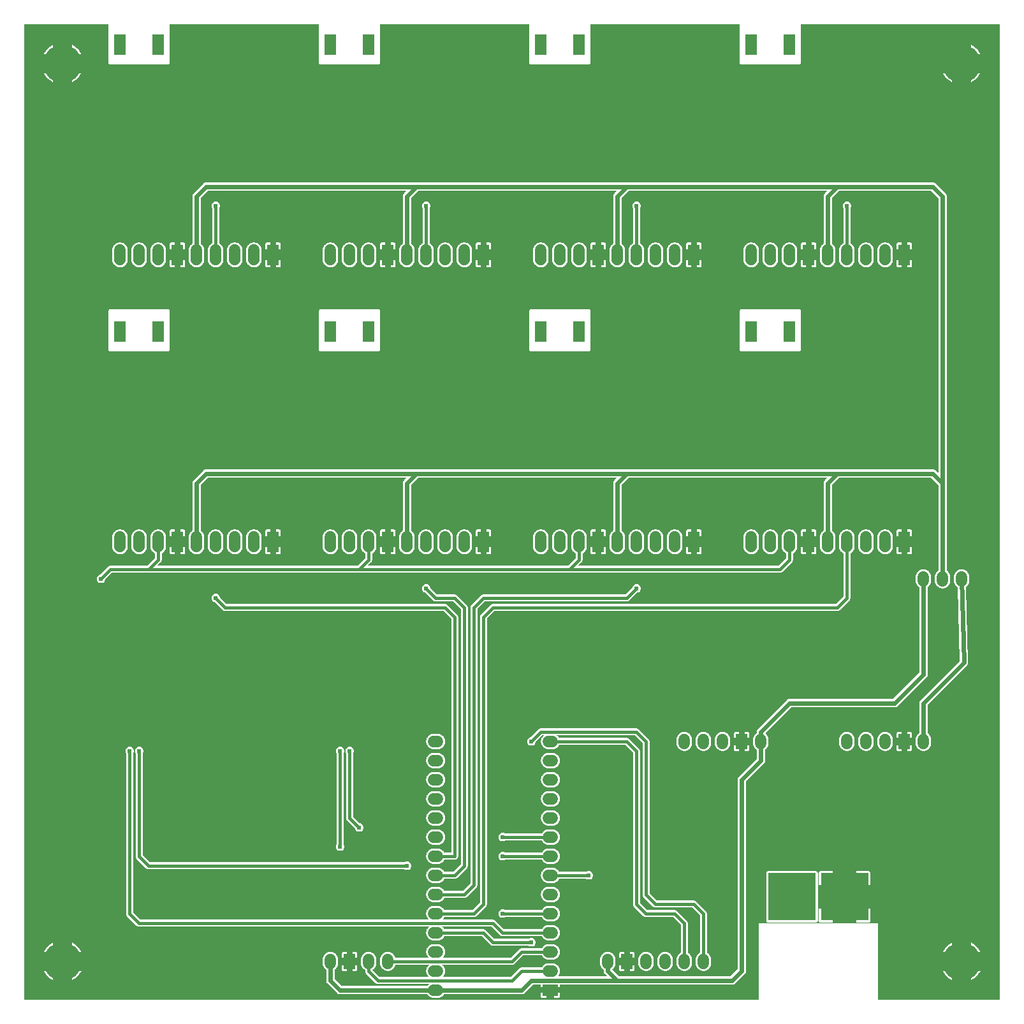
<source format=gtl>
G04 ---------------------------- Layer name :TOP LAYER*
G04 easyEDA 0.1*
G04 Scale: 100 percent, Rotated: No, Reflected: No *
G04 Dimensions in inches *
G04 leading zeros omitted , absolute positions ,2 integer and 4 * 
%FSLAX24Y24*%
%MOIN*%
G90*
G70D02*

%ADD11C,0.024000*%
%ADD12C,0.016000*%
%ADD13C,0.020000*%
%ADD14C,0.025000*%
%ADD15C,0.024400*%
%ADD16R,0.080000X0.060000*%
%ADD17R,0.060000X0.080000*%
%ADD18R,0.060000X0.110000*%
%ADD19R,0.250000X0.250000*%
%ADD20C,0.200000*%
%ADD22C,0.060000*%

%LPD*%
G36*
G01X0Y51000D02*
G01X0Y102000D01*
G01X4400Y102000D01*
G01X4400Y100000D01*
G01X4405Y99968D01*
G01X4418Y99941D01*
G01X4441Y99918D01*
G01X4468Y99905D01*
G01X4500Y99900D01*
G01X7500Y99900D01*
G01X7531Y99905D01*
G01X7558Y99918D01*
G01X7581Y99941D01*
G01X7594Y99968D01*
G01X7600Y100000D01*
G01X7600Y102000D01*
G01X15400Y102000D01*
G01X15400Y100000D01*
G01X15405Y99968D01*
G01X15418Y99941D01*
G01X15441Y99918D01*
G01X15468Y99905D01*
G01X15500Y99900D01*
G01X18500Y99900D01*
G01X18531Y99905D01*
G01X18558Y99918D01*
G01X18581Y99941D01*
G01X18594Y99968D01*
G01X18600Y100000D01*
G01X18600Y102000D01*
G01X26400Y102000D01*
G01X26400Y100000D01*
G01X26405Y99968D01*
G01X26418Y99941D01*
G01X26441Y99918D01*
G01X26468Y99905D01*
G01X26500Y99900D01*
G01X29500Y99900D01*
G01X29531Y99905D01*
G01X29558Y99918D01*
G01X29581Y99941D01*
G01X29594Y99968D01*
G01X29600Y100000D01*
G01X29600Y102000D01*
G01X37400Y102000D01*
G01X37400Y100000D01*
G01X37405Y99968D01*
G01X37418Y99941D01*
G01X37441Y99918D01*
G01X37468Y99905D01*
G01X37500Y99900D01*
G01X40500Y99900D01*
G01X40531Y99905D01*
G01X40558Y99918D01*
G01X40581Y99941D01*
G01X40594Y99968D01*
G01X40600Y100000D01*
G01X40600Y102000D01*
G01X51000Y102000D01*
G01X51000Y51000D01*
G01X44625Y51000D01*
G01X44625Y55000D01*
G01X38375Y55000D01*
G01X38375Y51000D01*
G01X0Y51000D01*
G37*

%LPC*%
G36*
G01X21400Y51100D02*
G01X21600Y51100D01*
G01X21608Y51100D01*
G01X21663Y51105D01*
G01X21667Y51105D01*
G01X21671Y51106D01*
G01X21675Y51107D01*
G01X21678Y51107D01*
G01X21682Y51108D01*
G01X21735Y51123D01*
G01X21738Y51125D01*
G01X21742Y51126D01*
G01X21746Y51127D01*
G01X21750Y51128D01*
G01X21753Y51130D01*
G01X21802Y51155D01*
G01X21806Y51157D01*
G01X21808Y51158D01*
G01X21812Y51161D01*
G01X21814Y51162D01*
G01X21817Y51165D01*
G01X21862Y51198D01*
G01X21864Y51200D01*
G01X21868Y51203D01*
G01X21871Y51205D01*
G01X21873Y51208D01*
G01X21876Y51211D01*
G01X21913Y51252D01*
G01X21916Y51255D01*
G01X21920Y51260D01*
G01X21922Y51263D01*
G01X21924Y51266D01*
G01X21932Y51280D01*
G01X26000Y51280D01*
G01X26034Y51282D01*
G01X26067Y51290D01*
G01X26100Y51303D01*
G01X26129Y51322D01*
G01X26155Y51344D01*
G01X26591Y51780D01*
G01X27000Y51780D01*
G01X27000Y51650D01*
G01X27300Y51650D01*
G01X27300Y51780D01*
G01X27700Y51780D01*
G01X27700Y51650D01*
G01X28000Y51650D01*
G01X28000Y51780D01*
G01X37000Y51780D01*
G01X37034Y51782D01*
G01X37067Y51790D01*
G01X37100Y51803D01*
G01X37129Y51822D01*
G01X37155Y51844D01*
G01X37655Y52344D01*
G01X37677Y52370D01*
G01X37696Y52400D01*
G01X37709Y52432D01*
G01X37717Y52465D01*
G01X37719Y52500D01*
G01X37719Y62408D01*
G01X38655Y63344D01*
G01X38677Y63370D01*
G01X38696Y63400D01*
G01X38709Y63432D01*
G01X38717Y63465D01*
G01X38719Y63500D01*
G01X38719Y64067D01*
G01X38732Y64075D01*
G01X38739Y64079D01*
G01X38742Y64081D01*
G01X38744Y64084D01*
G01X38748Y64086D01*
G01X38788Y64123D01*
G01X38791Y64126D01*
G01X38793Y64128D01*
G01X38800Y64137D01*
G01X38834Y64181D01*
G01X38836Y64184D01*
G01X38838Y64187D01*
G01X38840Y64190D01*
G01X38842Y64193D01*
G01X38844Y64197D01*
G01X38869Y64246D01*
G01X38871Y64250D01*
G01X38872Y64253D01*
G01X38873Y64257D01*
G01X38875Y64261D01*
G01X38876Y64264D01*
G01X38891Y64317D01*
G01X38892Y64321D01*
G01X38892Y64325D01*
G01X38893Y64328D01*
G01X38894Y64332D01*
G01X38894Y64336D01*
G01X38899Y64391D01*
G01X38900Y64400D01*
G01X38900Y64600D01*
G01X38899Y64608D01*
G01X38894Y64663D01*
G01X38894Y64667D01*
G01X38893Y64671D01*
G01X38892Y64675D01*
G01X38892Y64678D01*
G01X38891Y64682D01*
G01X38876Y64735D01*
G01X38875Y64738D01*
G01X38873Y64742D01*
G01X38872Y64746D01*
G01X38871Y64750D01*
G01X38869Y64753D01*
G01X38844Y64802D01*
G01X38842Y64806D01*
G01X38840Y64809D01*
G01X38838Y64812D01*
G01X38836Y64815D01*
G01X38834Y64818D01*
G01X38800Y64862D01*
G01X38793Y64871D01*
G01X38791Y64873D01*
G01X38788Y64876D01*
G01X38748Y64913D01*
G01X38744Y64915D01*
G01X38742Y64918D01*
G01X38739Y64920D01*
G01X38735Y64923D01*
G01X40091Y66280D01*
G01X45500Y66280D01*
G01X45534Y66282D01*
G01X45567Y66290D01*
G01X45600Y66303D01*
G01X45629Y66322D01*
G01X45655Y66344D01*
G01X47155Y67844D01*
G01X47177Y67870D01*
G01X47196Y67900D01*
G01X47209Y67932D01*
G01X47217Y67965D01*
G01X47219Y68000D01*
G01X47219Y72567D01*
G01X47232Y72575D01*
G01X47239Y72579D01*
G01X47242Y72581D01*
G01X47244Y72584D01*
G01X47248Y72586D01*
G01X47288Y72623D01*
G01X47291Y72626D01*
G01X47293Y72628D01*
G01X47300Y72637D01*
G01X47334Y72681D01*
G01X47336Y72684D01*
G01X47338Y72687D01*
G01X47340Y72690D01*
G01X47342Y72693D01*
G01X47344Y72697D01*
G01X47369Y72746D01*
G01X47371Y72750D01*
G01X47372Y72753D01*
G01X47373Y72757D01*
G01X47375Y72761D01*
G01X47376Y72764D01*
G01X47391Y72817D01*
G01X47392Y72821D01*
G01X47392Y72825D01*
G01X47393Y72828D01*
G01X47394Y72832D01*
G01X47394Y72836D01*
G01X47399Y72891D01*
G01X47400Y72900D01*
G01X47400Y73100D01*
G01X47399Y73108D01*
G01X47394Y73163D01*
G01X47394Y73167D01*
G01X47393Y73171D01*
G01X47392Y73175D01*
G01X47392Y73178D01*
G01X47391Y73182D01*
G01X47376Y73235D01*
G01X47375Y73238D01*
G01X47373Y73242D01*
G01X47372Y73246D01*
G01X47371Y73250D01*
G01X47369Y73253D01*
G01X47344Y73302D01*
G01X47342Y73306D01*
G01X47340Y73309D01*
G01X47338Y73312D01*
G01X47336Y73315D01*
G01X47334Y73318D01*
G01X47300Y73362D01*
G01X47293Y73371D01*
G01X47291Y73373D01*
G01X47288Y73376D01*
G01X47248Y73413D01*
G01X47244Y73415D01*
G01X47242Y73418D01*
G01X47239Y73420D01*
G01X47232Y73425D01*
G01X47185Y73453D01*
G01X47182Y73455D01*
G01X47179Y73457D01*
G01X47176Y73458D01*
G01X47172Y73459D01*
G01X47169Y73461D01*
G01X47118Y73481D01*
G01X47114Y73482D01*
G01X47108Y73484D01*
G01X47104Y73485D01*
G01X47101Y73486D01*
G01X47046Y73497D01*
G01X47038Y73498D01*
G01X47035Y73498D01*
G01X47031Y73498D01*
G01X46968Y73498D01*
G01X46964Y73498D01*
G01X46960Y73498D01*
G01X46957Y73497D01*
G01X46953Y73497D01*
G01X46898Y73486D01*
G01X46894Y73485D01*
G01X46891Y73484D01*
G01X46881Y73481D01*
G01X46830Y73461D01*
G01X46826Y73459D01*
G01X46823Y73458D01*
G01X46819Y73457D01*
G01X46816Y73455D01*
G01X46813Y73453D01*
G01X46766Y73424D01*
G01X46763Y73422D01*
G01X46760Y73420D01*
G01X46755Y73416D01*
G01X46752Y73413D01*
G01X46711Y73376D01*
G01X46708Y73373D01*
G01X46705Y73371D01*
G01X46703Y73368D01*
G01X46700Y73365D01*
G01X46698Y73362D01*
G01X46664Y73317D01*
G01X46662Y73315D01*
G01X46661Y73312D01*
G01X46658Y73308D01*
G01X46657Y73306D01*
G01X46655Y73302D01*
G01X46630Y73253D01*
G01X46628Y73250D01*
G01X46627Y73246D01*
G01X46626Y73242D01*
G01X46625Y73238D01*
G01X46623Y73235D01*
G01X46608Y73182D01*
G01X46607Y73178D01*
G01X46607Y73175D01*
G01X46606Y73171D01*
G01X46605Y73167D01*
G01X46605Y73163D01*
G01X46600Y73108D01*
G01X46600Y73100D01*
G01X46600Y72900D01*
G01X46600Y72891D01*
G01X46605Y72836D01*
G01X46605Y72832D01*
G01X46606Y72828D01*
G01X46607Y72825D01*
G01X46607Y72821D01*
G01X46608Y72817D01*
G01X46623Y72764D01*
G01X46625Y72761D01*
G01X46626Y72757D01*
G01X46627Y72753D01*
G01X46628Y72750D01*
G01X46630Y72746D01*
G01X46655Y72697D01*
G01X46657Y72693D01*
G01X46658Y72691D01*
G01X46661Y72687D01*
G01X46662Y72684D01*
G01X46664Y72682D01*
G01X46698Y72637D01*
G01X46700Y72634D01*
G01X46703Y72631D01*
G01X46705Y72628D01*
G01X46708Y72626D01*
G01X46711Y72623D01*
G01X46752Y72586D01*
G01X46755Y72583D01*
G01X46760Y72579D01*
G01X46763Y72577D01*
G01X46766Y72575D01*
G01X46780Y72567D01*
G01X46780Y68091D01*
G01X45408Y66719D01*
G01X40000Y66719D01*
G01X39965Y66717D01*
G01X39932Y66709D01*
G01X39900Y66696D01*
G01X39870Y66677D01*
G01X39844Y66655D01*
G01X38344Y65155D01*
G01X38322Y65129D01*
G01X38303Y65100D01*
G01X38290Y65067D01*
G01X38282Y65034D01*
G01X38280Y65000D01*
G01X38280Y64932D01*
G01X38266Y64924D01*
G01X38263Y64922D01*
G01X38260Y64920D01*
G01X38255Y64916D01*
G01X38252Y64913D01*
G01X38211Y64876D01*
G01X38208Y64873D01*
G01X38205Y64871D01*
G01X38203Y64868D01*
G01X38200Y64865D01*
G01X38198Y64862D01*
G01X38164Y64817D01*
G01X38162Y64815D01*
G01X38161Y64812D01*
G01X38158Y64808D01*
G01X38157Y64806D01*
G01X38155Y64802D01*
G01X38130Y64753D01*
G01X38128Y64750D01*
G01X38127Y64746D01*
G01X38126Y64742D01*
G01X38125Y64738D01*
G01X38123Y64735D01*
G01X38108Y64682D01*
G01X38107Y64678D01*
G01X38107Y64675D01*
G01X38106Y64671D01*
G01X38105Y64667D01*
G01X38105Y64663D01*
G01X38100Y64608D01*
G01X38100Y64600D01*
G01X38100Y64400D01*
G01X38100Y64391D01*
G01X38105Y64336D01*
G01X38105Y64332D01*
G01X38106Y64328D01*
G01X38107Y64325D01*
G01X38107Y64321D01*
G01X38108Y64317D01*
G01X38123Y64264D01*
G01X38125Y64261D01*
G01X38126Y64257D01*
G01X38127Y64253D01*
G01X38128Y64250D01*
G01X38130Y64246D01*
G01X38155Y64197D01*
G01X38157Y64193D01*
G01X38158Y64191D01*
G01X38161Y64187D01*
G01X38162Y64184D01*
G01X38164Y64182D01*
G01X38198Y64137D01*
G01X38200Y64134D01*
G01X38203Y64131D01*
G01X38205Y64128D01*
G01X38208Y64126D01*
G01X38211Y64123D01*
G01X38252Y64086D01*
G01X38255Y64083D01*
G01X38260Y64079D01*
G01X38263Y64077D01*
G01X38266Y64075D01*
G01X38280Y64067D01*
G01X38280Y63591D01*
G01X37344Y62655D01*
G01X37322Y62629D01*
G01X37303Y62600D01*
G01X37290Y62567D01*
G01X37282Y62534D01*
G01X37280Y62500D01*
G01X37280Y52591D01*
G01X36908Y52219D01*
G01X31091Y52219D01*
G01X30735Y52576D01*
G01X30739Y52579D01*
G01X30742Y52581D01*
G01X30744Y52584D01*
G01X30748Y52586D01*
G01X30788Y52623D01*
G01X30791Y52626D01*
G01X30793Y52628D01*
G01X30800Y52637D01*
G01X30834Y52681D01*
G01X30836Y52684D01*
G01X30838Y52687D01*
G01X30840Y52690D01*
G01X30842Y52693D01*
G01X30844Y52697D01*
G01X30869Y52746D01*
G01X30871Y52750D01*
G01X30872Y52753D01*
G01X30873Y52757D01*
G01X30875Y52761D01*
G01X30876Y52764D01*
G01X30891Y52817D01*
G01X30892Y52821D01*
G01X30892Y52825D01*
G01X30893Y52828D01*
G01X30894Y52832D01*
G01X30894Y52836D01*
G01X30899Y52891D01*
G01X30900Y52900D01*
G01X30900Y53100D01*
G01X30899Y53108D01*
G01X30894Y53163D01*
G01X30894Y53167D01*
G01X30893Y53171D01*
G01X30892Y53175D01*
G01X30892Y53178D01*
G01X30891Y53182D01*
G01X30876Y53235D01*
G01X30875Y53238D01*
G01X30873Y53242D01*
G01X30872Y53246D01*
G01X30871Y53250D01*
G01X30869Y53253D01*
G01X30844Y53302D01*
G01X30842Y53306D01*
G01X30840Y53309D01*
G01X30838Y53312D01*
G01X30836Y53315D01*
G01X30834Y53318D01*
G01X30800Y53362D01*
G01X30793Y53371D01*
G01X30791Y53373D01*
G01X30788Y53376D01*
G01X30748Y53413D01*
G01X30744Y53415D01*
G01X30742Y53418D01*
G01X30739Y53420D01*
G01X30732Y53425D01*
G01X30685Y53453D01*
G01X30682Y53455D01*
G01X30679Y53457D01*
G01X30676Y53458D01*
G01X30672Y53459D01*
G01X30669Y53461D01*
G01X30618Y53481D01*
G01X30614Y53482D01*
G01X30608Y53484D01*
G01X30604Y53485D01*
G01X30601Y53486D01*
G01X30546Y53497D01*
G01X30538Y53498D01*
G01X30535Y53498D01*
G01X30531Y53498D01*
G01X30468Y53498D01*
G01X30464Y53498D01*
G01X30460Y53498D01*
G01X30457Y53497D01*
G01X30453Y53497D01*
G01X30398Y53486D01*
G01X30394Y53485D01*
G01X30391Y53484D01*
G01X30381Y53481D01*
G01X30330Y53461D01*
G01X30326Y53459D01*
G01X30323Y53458D01*
G01X30319Y53457D01*
G01X30316Y53455D01*
G01X30313Y53453D01*
G01X30266Y53424D01*
G01X30263Y53422D01*
G01X30260Y53420D01*
G01X30255Y53416D01*
G01X30252Y53413D01*
G01X30211Y53376D01*
G01X30208Y53373D01*
G01X30205Y53371D01*
G01X30203Y53368D01*
G01X30200Y53365D01*
G01X30198Y53362D01*
G01X30164Y53317D01*
G01X30162Y53315D01*
G01X30161Y53312D01*
G01X30158Y53308D01*
G01X30157Y53306D01*
G01X30155Y53302D01*
G01X30130Y53253D01*
G01X30128Y53250D01*
G01X30127Y53246D01*
G01X30126Y53242D01*
G01X30125Y53238D01*
G01X30123Y53235D01*
G01X30108Y53182D01*
G01X30107Y53178D01*
G01X30107Y53175D01*
G01X30106Y53171D01*
G01X30105Y53167D01*
G01X30105Y53163D01*
G01X30100Y53108D01*
G01X30100Y53100D01*
G01X30100Y52900D01*
G01X30100Y52891D01*
G01X30105Y52836D01*
G01X30105Y52832D01*
G01X30106Y52828D01*
G01X30107Y52825D01*
G01X30107Y52821D01*
G01X30108Y52817D01*
G01X30123Y52764D01*
G01X30125Y52761D01*
G01X30126Y52757D01*
G01X30127Y52753D01*
G01X30128Y52750D01*
G01X30130Y52746D01*
G01X30155Y52697D01*
G01X30157Y52693D01*
G01X30158Y52691D01*
G01X30161Y52687D01*
G01X30162Y52684D01*
G01X30164Y52682D01*
G01X30198Y52637D01*
G01X30200Y52634D01*
G01X30203Y52631D01*
G01X30205Y52628D01*
G01X30208Y52626D01*
G01X30211Y52623D01*
G01X30252Y52586D01*
G01X30255Y52583D01*
G01X30260Y52579D01*
G01X30263Y52577D01*
G01X30266Y52575D01*
G01X30280Y52567D01*
G01X30280Y52500D01*
G01X30282Y52465D01*
G01X30290Y52432D01*
G01X30303Y52400D01*
G01X30322Y52370D01*
G01X30344Y52344D01*
G01X30468Y52219D01*
G01X27883Y52219D01*
G01X27913Y52252D01*
G01X27916Y52255D01*
G01X27920Y52260D01*
G01X27922Y52263D01*
G01X27924Y52266D01*
G01X27953Y52313D01*
G01X27955Y52316D01*
G01X27957Y52319D01*
G01X27958Y52323D01*
G01X27960Y52326D01*
G01X27961Y52330D01*
G01X27981Y52381D01*
G01X27985Y52391D01*
G01X27985Y52394D01*
G01X27986Y52398D01*
G01X27997Y52453D01*
G01X27997Y52457D01*
G01X27998Y52460D01*
G01X27998Y52464D01*
G01X27998Y52468D01*
G01X27998Y52531D01*
G01X27998Y52535D01*
G01X27998Y52539D01*
G01X27997Y52542D01*
G01X27997Y52546D01*
G01X27986Y52601D01*
G01X27985Y52605D01*
G01X27985Y52608D01*
G01X27981Y52618D01*
G01X27961Y52669D01*
G01X27960Y52673D01*
G01X27958Y52676D01*
G01X27957Y52680D01*
G01X27955Y52683D01*
G01X27953Y52686D01*
G01X27924Y52733D01*
G01X27922Y52736D01*
G01X27920Y52739D01*
G01X27916Y52744D01*
G01X27913Y52747D01*
G01X27876Y52788D01*
G01X27873Y52791D01*
G01X27871Y52794D01*
G01X27868Y52796D01*
G01X27864Y52799D01*
G01X27862Y52801D01*
G01X27817Y52834D01*
G01X27814Y52837D01*
G01X27812Y52838D01*
G01X27808Y52841D01*
G01X27806Y52842D01*
G01X27802Y52844D01*
G01X27753Y52869D01*
G01X27750Y52871D01*
G01X27746Y52872D01*
G01X27742Y52873D01*
G01X27738Y52875D01*
G01X27735Y52876D01*
G01X27682Y52891D01*
G01X27678Y52892D01*
G01X27675Y52892D01*
G01X27671Y52893D01*
G01X27667Y52894D01*
G01X27663Y52894D01*
G01X27608Y52899D01*
G01X27600Y52900D01*
G01X27400Y52900D01*
G01X27391Y52899D01*
G01X27336Y52894D01*
G01X27332Y52894D01*
G01X27328Y52893D01*
G01X27325Y52892D01*
G01X27321Y52892D01*
G01X27317Y52891D01*
G01X27264Y52876D01*
G01X27261Y52875D01*
G01X27257Y52873D01*
G01X27253Y52872D01*
G01X27250Y52871D01*
G01X27246Y52869D01*
G01X27197Y52844D01*
G01X27193Y52842D01*
G01X27191Y52841D01*
G01X27187Y52838D01*
G01X27185Y52837D01*
G01X27182Y52834D01*
G01X27137Y52801D01*
G01X27135Y52799D01*
G01X27131Y52796D01*
G01X27128Y52794D01*
G01X27126Y52791D01*
G01X27123Y52788D01*
G01X27086Y52747D01*
G01X27083Y52744D01*
G01X27079Y52739D01*
G01X27077Y52736D01*
G01X27075Y52733D01*
G01X27046Y52686D01*
G01X27044Y52683D01*
G01X27042Y52680D01*
G01X26000Y52680D01*
G01X25971Y52677D01*
G01X25944Y52671D01*
G01X25918Y52660D01*
G01X25894Y52645D01*
G01X25872Y52627D01*
G01X25425Y52180D01*
G01X21837Y52180D01*
G01X21862Y52198D01*
G01X21864Y52200D01*
G01X21868Y52203D01*
G01X21871Y52205D01*
G01X21873Y52208D01*
G01X21876Y52211D01*
G01X21913Y52252D01*
G01X21916Y52255D01*
G01X21920Y52260D01*
G01X21922Y52263D01*
G01X21924Y52266D01*
G01X21953Y52313D01*
G01X21955Y52316D01*
G01X21957Y52319D01*
G01X21958Y52323D01*
G01X21960Y52326D01*
G01X21961Y52330D01*
G01X21981Y52381D01*
G01X21985Y52391D01*
G01X21985Y52394D01*
G01X21986Y52398D01*
G01X21997Y52453D01*
G01X21997Y52457D01*
G01X21998Y52460D01*
G01X21998Y52464D01*
G01X21998Y52468D01*
G01X21998Y52531D01*
G01X21998Y52535D01*
G01X21998Y52539D01*
G01X21997Y52542D01*
G01X21997Y52546D01*
G01X21986Y52601D01*
G01X21985Y52605D01*
G01X21985Y52608D01*
G01X21981Y52618D01*
G01X21961Y52669D01*
G01X21960Y52673D01*
G01X21958Y52676D01*
G01X21957Y52680D01*
G01X21955Y52683D01*
G01X21953Y52686D01*
G01X21924Y52733D01*
G01X21922Y52736D01*
G01X21920Y52739D01*
G01X21916Y52744D01*
G01X21913Y52747D01*
G01X21876Y52788D01*
G01X21873Y52791D01*
G01X21871Y52794D01*
G01X21868Y52796D01*
G01X21864Y52799D01*
G01X21862Y52801D01*
G01X21837Y52819D01*
G01X25500Y52819D01*
G01X25528Y52822D01*
G01X25555Y52828D01*
G01X25581Y52839D01*
G01X25605Y52854D01*
G01X25627Y52872D01*
G01X26074Y53319D01*
G01X27042Y53319D01*
G01X27044Y53316D01*
G01X27046Y53313D01*
G01X27075Y53266D01*
G01X27077Y53263D01*
G01X27079Y53260D01*
G01X27083Y53255D01*
G01X27086Y53252D01*
G01X27123Y53211D01*
G01X27126Y53208D01*
G01X27128Y53205D01*
G01X27131Y53203D01*
G01X27135Y53200D01*
G01X27137Y53198D01*
G01X27182Y53165D01*
G01X27185Y53162D01*
G01X27187Y53161D01*
G01X27191Y53158D01*
G01X27193Y53157D01*
G01X27197Y53155D01*
G01X27246Y53130D01*
G01X27250Y53128D01*
G01X27253Y53127D01*
G01X27257Y53126D01*
G01X27261Y53125D01*
G01X27264Y53123D01*
G01X27317Y53108D01*
G01X27321Y53107D01*
G01X27325Y53107D01*
G01X27328Y53106D01*
G01X27332Y53105D01*
G01X27336Y53105D01*
G01X27391Y53100D01*
G01X27400Y53100D01*
G01X27600Y53100D01*
G01X27608Y53100D01*
G01X27663Y53105D01*
G01X27667Y53105D01*
G01X27671Y53106D01*
G01X27675Y53107D01*
G01X27678Y53107D01*
G01X27682Y53108D01*
G01X27735Y53123D01*
G01X27738Y53125D01*
G01X27742Y53126D01*
G01X27746Y53127D01*
G01X27750Y53128D01*
G01X27753Y53130D01*
G01X27802Y53155D01*
G01X27806Y53157D01*
G01X27808Y53158D01*
G01X27812Y53161D01*
G01X27814Y53162D01*
G01X27817Y53165D01*
G01X27862Y53198D01*
G01X27864Y53200D01*
G01X27868Y53203D01*
G01X27871Y53205D01*
G01X27873Y53208D01*
G01X27876Y53211D01*
G01X27913Y53252D01*
G01X27916Y53255D01*
G01X27920Y53260D01*
G01X27922Y53263D01*
G01X27924Y53266D01*
G01X27953Y53313D01*
G01X27955Y53316D01*
G01X27957Y53319D01*
G01X27958Y53323D01*
G01X27960Y53326D01*
G01X27961Y53330D01*
G01X27981Y53381D01*
G01X27985Y53391D01*
G01X27985Y53394D01*
G01X27986Y53398D01*
G01X27997Y53453D01*
G01X27997Y53457D01*
G01X27998Y53460D01*
G01X27998Y53464D01*
G01X27998Y53468D01*
G01X27998Y53531D01*
G01X27998Y53535D01*
G01X27998Y53539D01*
G01X27997Y53542D01*
G01X27997Y53546D01*
G01X27986Y53601D01*
G01X27985Y53605D01*
G01X27985Y53608D01*
G01X27981Y53618D01*
G01X27961Y53669D01*
G01X27960Y53673D01*
G01X27958Y53676D01*
G01X27957Y53680D01*
G01X27955Y53683D01*
G01X27953Y53686D01*
G01X27924Y53733D01*
G01X27922Y53736D01*
G01X27920Y53739D01*
G01X27916Y53744D01*
G01X27913Y53747D01*
G01X27876Y53788D01*
G01X27873Y53791D01*
G01X27871Y53794D01*
G01X27868Y53796D01*
G01X27864Y53799D01*
G01X27862Y53801D01*
G01X27817Y53834D01*
G01X27814Y53837D01*
G01X27812Y53838D01*
G01X27808Y53841D01*
G01X27806Y53842D01*
G01X27802Y53844D01*
G01X27753Y53869D01*
G01X27750Y53871D01*
G01X27746Y53872D01*
G01X27742Y53873D01*
G01X27738Y53875D01*
G01X27735Y53876D01*
G01X27682Y53891D01*
G01X27678Y53892D01*
G01X27675Y53892D01*
G01X27671Y53893D01*
G01X27667Y53894D01*
G01X27663Y53894D01*
G01X27608Y53899D01*
G01X27600Y53900D01*
G01X27400Y53900D01*
G01X27391Y53899D01*
G01X27336Y53894D01*
G01X27332Y53894D01*
G01X27328Y53893D01*
G01X27325Y53892D01*
G01X27321Y53892D01*
G01X27317Y53891D01*
G01X27264Y53876D01*
G01X27261Y53875D01*
G01X27257Y53873D01*
G01X27253Y53872D01*
G01X27250Y53871D01*
G01X27246Y53869D01*
G01X27197Y53844D01*
G01X27193Y53842D01*
G01X27191Y53841D01*
G01X27187Y53838D01*
G01X27185Y53837D01*
G01X27182Y53834D01*
G01X27137Y53801D01*
G01X27135Y53799D01*
G01X27131Y53796D01*
G01X27128Y53794D01*
G01X27126Y53791D01*
G01X27123Y53788D01*
G01X27086Y53747D01*
G01X27083Y53744D01*
G01X27079Y53739D01*
G01X27077Y53736D01*
G01X27075Y53733D01*
G01X27046Y53686D01*
G01X27044Y53683D01*
G01X27042Y53680D01*
G01X26000Y53680D01*
G01X25971Y53677D01*
G01X25944Y53671D01*
G01X25918Y53660D01*
G01X25894Y53645D01*
G01X25872Y53627D01*
G01X25425Y53180D01*
G01X21837Y53180D01*
G01X21862Y53198D01*
G01X21864Y53200D01*
G01X21868Y53203D01*
G01X21871Y53205D01*
G01X21873Y53208D01*
G01X21876Y53211D01*
G01X21913Y53252D01*
G01X21916Y53255D01*
G01X21920Y53260D01*
G01X21922Y53263D01*
G01X21924Y53266D01*
G01X21953Y53313D01*
G01X21955Y53316D01*
G01X21957Y53319D01*
G01X21958Y53323D01*
G01X21960Y53326D01*
G01X21961Y53330D01*
G01X21981Y53381D01*
G01X21985Y53391D01*
G01X21985Y53394D01*
G01X21986Y53398D01*
G01X21997Y53453D01*
G01X21997Y53457D01*
G01X21998Y53460D01*
G01X21998Y53464D01*
G01X21998Y53468D01*
G01X21998Y53531D01*
G01X21998Y53535D01*
G01X21998Y53539D01*
G01X21997Y53542D01*
G01X21997Y53546D01*
G01X21986Y53601D01*
G01X21985Y53605D01*
G01X21985Y53608D01*
G01X21981Y53618D01*
G01X21961Y53669D01*
G01X21960Y53673D01*
G01X21958Y53676D01*
G01X21957Y53680D01*
G01X21955Y53683D01*
G01X21953Y53686D01*
G01X21924Y53733D01*
G01X21922Y53736D01*
G01X21920Y53739D01*
G01X21916Y53744D01*
G01X21913Y53747D01*
G01X21876Y53788D01*
G01X21873Y53791D01*
G01X21871Y53794D01*
G01X21868Y53796D01*
G01X21864Y53799D01*
G01X21862Y53801D01*
G01X21817Y53834D01*
G01X21814Y53837D01*
G01X21812Y53838D01*
G01X21808Y53841D01*
G01X21806Y53842D01*
G01X21802Y53844D01*
G01X21753Y53869D01*
G01X21750Y53871D01*
G01X21746Y53872D01*
G01X21742Y53873D01*
G01X21738Y53875D01*
G01X21735Y53876D01*
G01X21682Y53891D01*
G01X21678Y53892D01*
G01X21675Y53892D01*
G01X21671Y53893D01*
G01X21667Y53894D01*
G01X21663Y53894D01*
G01X21608Y53899D01*
G01X21600Y53900D01*
G01X21400Y53900D01*
G01X21391Y53899D01*
G01X21336Y53894D01*
G01X21332Y53894D01*
G01X21328Y53893D01*
G01X21325Y53892D01*
G01X21321Y53892D01*
G01X21317Y53891D01*
G01X21264Y53876D01*
G01X21261Y53875D01*
G01X21257Y53873D01*
G01X21253Y53872D01*
G01X21250Y53871D01*
G01X21246Y53869D01*
G01X21197Y53844D01*
G01X21193Y53842D01*
G01X21191Y53841D01*
G01X21187Y53838D01*
G01X21185Y53837D01*
G01X21182Y53834D01*
G01X21137Y53801D01*
G01X21135Y53799D01*
G01X21131Y53796D01*
G01X21128Y53794D01*
G01X21126Y53791D01*
G01X21123Y53788D01*
G01X21086Y53747D01*
G01X21083Y53744D01*
G01X21079Y53739D01*
G01X21077Y53736D01*
G01X21075Y53733D01*
G01X21046Y53686D01*
G01X21044Y53683D01*
G01X21042Y53680D01*
G01X21041Y53676D01*
G01X21039Y53673D01*
G01X21038Y53669D01*
G01X21018Y53618D01*
G01X21014Y53608D01*
G01X21014Y53605D01*
G01X21013Y53601D01*
G01X21002Y53546D01*
G01X21002Y53542D01*
G01X21001Y53539D01*
G01X21001Y53535D01*
G01X21001Y53531D01*
G01X21001Y53468D01*
G01X21001Y53464D01*
G01X21001Y53460D01*
G01X21002Y53457D01*
G01X21002Y53453D01*
G01X21013Y53398D01*
G01X21014Y53394D01*
G01X21014Y53391D01*
G01X21018Y53381D01*
G01X21038Y53330D01*
G01X21039Y53326D01*
G01X21041Y53323D01*
G01X21042Y53319D01*
G01X21044Y53316D01*
G01X21046Y53313D01*
G01X21075Y53266D01*
G01X21077Y53263D01*
G01X21079Y53260D01*
G01X21083Y53255D01*
G01X21086Y53252D01*
G01X21123Y53211D01*
G01X21126Y53208D01*
G01X21128Y53205D01*
G01X21131Y53203D01*
G01X21135Y53200D01*
G01X21137Y53198D01*
G01X21162Y53180D01*
G01X19391Y53180D01*
G01X19391Y53182D01*
G01X19376Y53235D01*
G01X19375Y53238D01*
G01X19373Y53242D01*
G01X19372Y53246D01*
G01X19371Y53250D01*
G01X19369Y53253D01*
G01X19344Y53302D01*
G01X19342Y53306D01*
G01X19340Y53309D01*
G01X19338Y53312D01*
G01X19336Y53315D01*
G01X19334Y53318D01*
G01X19300Y53362D01*
G01X19293Y53371D01*
G01X19291Y53373D01*
G01X19288Y53376D01*
G01X19248Y53413D01*
G01X19244Y53415D01*
G01X19242Y53418D01*
G01X19239Y53420D01*
G01X19232Y53425D01*
G01X19185Y53453D01*
G01X19182Y53455D01*
G01X19179Y53457D01*
G01X19176Y53458D01*
G01X19172Y53459D01*
G01X19169Y53461D01*
G01X19118Y53481D01*
G01X19114Y53482D01*
G01X19108Y53484D01*
G01X19104Y53485D01*
G01X19101Y53486D01*
G01X19046Y53497D01*
G01X19038Y53498D01*
G01X19035Y53498D01*
G01X19031Y53498D01*
G01X18968Y53498D01*
G01X18964Y53498D01*
G01X18960Y53498D01*
G01X18957Y53497D01*
G01X18953Y53497D01*
G01X18898Y53486D01*
G01X18894Y53485D01*
G01X18891Y53484D01*
G01X18881Y53481D01*
G01X18830Y53461D01*
G01X18826Y53459D01*
G01X18823Y53458D01*
G01X18819Y53457D01*
G01X18816Y53455D01*
G01X18813Y53453D01*
G01X18766Y53424D01*
G01X18763Y53422D01*
G01X18760Y53420D01*
G01X18755Y53416D01*
G01X18752Y53413D01*
G01X18711Y53376D01*
G01X18708Y53373D01*
G01X18705Y53371D01*
G01X18703Y53368D01*
G01X18700Y53365D01*
G01X18698Y53362D01*
G01X18664Y53317D01*
G01X18662Y53315D01*
G01X18661Y53312D01*
G01X18658Y53308D01*
G01X18657Y53306D01*
G01X18655Y53302D01*
G01X18630Y53253D01*
G01X18628Y53250D01*
G01X18627Y53246D01*
G01X18626Y53242D01*
G01X18625Y53238D01*
G01X18623Y53235D01*
G01X18608Y53182D01*
G01X18607Y53178D01*
G01X18607Y53175D01*
G01X18606Y53171D01*
G01X18605Y53167D01*
G01X18605Y53163D01*
G01X18600Y53108D01*
G01X18600Y53100D01*
G01X18600Y52900D01*
G01X18600Y52891D01*
G01X18605Y52836D01*
G01X18605Y52832D01*
G01X18606Y52828D01*
G01X18607Y52825D01*
G01X18607Y52821D01*
G01X18608Y52817D01*
G01X18623Y52764D01*
G01X18625Y52761D01*
G01X18626Y52757D01*
G01X18627Y52753D01*
G01X18628Y52750D01*
G01X18630Y52746D01*
G01X18655Y52697D01*
G01X18657Y52693D01*
G01X18658Y52691D01*
G01X18661Y52687D01*
G01X18662Y52684D01*
G01X18664Y52682D01*
G01X18698Y52637D01*
G01X18700Y52634D01*
G01X18703Y52631D01*
G01X18705Y52628D01*
G01X18708Y52626D01*
G01X18711Y52623D01*
G01X18752Y52586D01*
G01X18755Y52583D01*
G01X18760Y52579D01*
G01X18763Y52577D01*
G01X18766Y52575D01*
G01X18813Y52546D01*
G01X18816Y52544D01*
G01X18819Y52542D01*
G01X18823Y52541D01*
G01X18826Y52540D01*
G01X18830Y52538D01*
G01X18881Y52518D01*
G01X18891Y52515D01*
G01X18894Y52514D01*
G01X18898Y52513D01*
G01X18953Y52502D01*
G01X18957Y52502D01*
G01X18960Y52501D01*
G01X18964Y52501D01*
G01X18968Y52501D01*
G01X19031Y52501D01*
G01X19035Y52501D01*
G01X19038Y52501D01*
G01X19046Y52502D01*
G01X19101Y52513D01*
G01X19104Y52514D01*
G01X19108Y52515D01*
G01X19114Y52517D01*
G01X19118Y52518D01*
G01X19169Y52538D01*
G01X19172Y52540D01*
G01X19176Y52541D01*
G01X19179Y52542D01*
G01X19182Y52544D01*
G01X19185Y52546D01*
G01X19232Y52575D01*
G01X19239Y52579D01*
G01X19242Y52581D01*
G01X19244Y52584D01*
G01X19248Y52586D01*
G01X19288Y52623D01*
G01X19291Y52626D01*
G01X19293Y52628D01*
G01X19300Y52637D01*
G01X19334Y52681D01*
G01X19336Y52684D01*
G01X19338Y52687D01*
G01X19340Y52690D01*
G01X19342Y52693D01*
G01X19344Y52697D01*
G01X19369Y52746D01*
G01X19371Y52750D01*
G01X19372Y52753D01*
G01X19373Y52757D01*
G01X19375Y52761D01*
G01X19376Y52764D01*
G01X19391Y52817D01*
G01X19391Y52819D01*
G01X21162Y52819D01*
G01X21137Y52801D01*
G01X21135Y52799D01*
G01X21131Y52796D01*
G01X21128Y52794D01*
G01X21126Y52791D01*
G01X21123Y52788D01*
G01X21086Y52747D01*
G01X21083Y52744D01*
G01X21079Y52739D01*
G01X21077Y52736D01*
G01X21075Y52733D01*
G01X21046Y52686D01*
G01X21044Y52683D01*
G01X21042Y52680D01*
G01X21041Y52676D01*
G01X21039Y52673D01*
G01X21038Y52669D01*
G01X21018Y52618D01*
G01X21014Y52608D01*
G01X21014Y52605D01*
G01X21013Y52601D01*
G01X21002Y52546D01*
G01X21002Y52542D01*
G01X21001Y52539D01*
G01X21001Y52535D01*
G01X21001Y52531D01*
G01X21001Y52468D01*
G01X21001Y52464D01*
G01X21001Y52460D01*
G01X21002Y52457D01*
G01X21002Y52453D01*
G01X21013Y52398D01*
G01X21014Y52394D01*
G01X21014Y52391D01*
G01X21018Y52381D01*
G01X21038Y52330D01*
G01X21039Y52326D01*
G01X21041Y52323D01*
G01X21042Y52319D01*
G01X21044Y52316D01*
G01X21046Y52313D01*
G01X21075Y52266D01*
G01X21077Y52263D01*
G01X21079Y52260D01*
G01X21083Y52255D01*
G01X21086Y52252D01*
G01X21123Y52211D01*
G01X21126Y52208D01*
G01X21128Y52205D01*
G01X21131Y52203D01*
G01X21135Y52200D01*
G01X21137Y52198D01*
G01X21162Y52180D01*
G01X18574Y52180D01*
G01X18199Y52555D01*
G01X18232Y52575D01*
G01X18239Y52579D01*
G01X18242Y52581D01*
G01X18244Y52584D01*
G01X18248Y52586D01*
G01X18288Y52623D01*
G01X18291Y52626D01*
G01X18293Y52628D01*
G01X18300Y52637D01*
G01X18334Y52681D01*
G01X18336Y52684D01*
G01X18338Y52687D01*
G01X18340Y52690D01*
G01X18342Y52693D01*
G01X18344Y52697D01*
G01X18369Y52746D01*
G01X18371Y52750D01*
G01X18372Y52753D01*
G01X18373Y52757D01*
G01X18375Y52761D01*
G01X18376Y52764D01*
G01X18391Y52817D01*
G01X18392Y52821D01*
G01X18392Y52825D01*
G01X18393Y52828D01*
G01X18394Y52832D01*
G01X18394Y52836D01*
G01X18399Y52891D01*
G01X18400Y52900D01*
G01X18400Y53100D01*
G01X18399Y53108D01*
G01X18394Y53163D01*
G01X18394Y53167D01*
G01X18393Y53171D01*
G01X18392Y53175D01*
G01X18392Y53178D01*
G01X18391Y53182D01*
G01X18376Y53235D01*
G01X18375Y53238D01*
G01X18373Y53242D01*
G01X18372Y53246D01*
G01X18371Y53250D01*
G01X18369Y53253D01*
G01X18344Y53302D01*
G01X18342Y53306D01*
G01X18340Y53309D01*
G01X18338Y53312D01*
G01X18336Y53315D01*
G01X18334Y53318D01*
G01X18300Y53362D01*
G01X18293Y53371D01*
G01X18291Y53373D01*
G01X18288Y53376D01*
G01X18248Y53413D01*
G01X18244Y53415D01*
G01X18242Y53418D01*
G01X18239Y53420D01*
G01X18232Y53425D01*
G01X18185Y53453D01*
G01X18182Y53455D01*
G01X18179Y53457D01*
G01X18176Y53458D01*
G01X18172Y53459D01*
G01X18169Y53461D01*
G01X18118Y53481D01*
G01X18114Y53482D01*
G01X18108Y53484D01*
G01X18104Y53485D01*
G01X18101Y53486D01*
G01X18046Y53497D01*
G01X18038Y53498D01*
G01X18035Y53498D01*
G01X18031Y53498D01*
G01X17968Y53498D01*
G01X17964Y53498D01*
G01X17960Y53498D01*
G01X17957Y53497D01*
G01X17953Y53497D01*
G01X17898Y53486D01*
G01X17894Y53485D01*
G01X17891Y53484D01*
G01X17881Y53481D01*
G01X17830Y53461D01*
G01X17826Y53459D01*
G01X17823Y53458D01*
G01X17819Y53457D01*
G01X17816Y53455D01*
G01X17813Y53453D01*
G01X17766Y53424D01*
G01X17763Y53422D01*
G01X17760Y53420D01*
G01X17755Y53416D01*
G01X17752Y53413D01*
G01X17711Y53376D01*
G01X17708Y53373D01*
G01X17705Y53371D01*
G01X17703Y53368D01*
G01X17700Y53365D01*
G01X17698Y53362D01*
G01X17664Y53317D01*
G01X17662Y53315D01*
G01X17661Y53312D01*
G01X17658Y53308D01*
G01X17657Y53306D01*
G01X17655Y53302D01*
G01X17630Y53253D01*
G01X17628Y53250D01*
G01X17627Y53246D01*
G01X17626Y53242D01*
G01X17625Y53238D01*
G01X17623Y53235D01*
G01X17608Y53182D01*
G01X17607Y53178D01*
G01X17607Y53175D01*
G01X17606Y53171D01*
G01X17605Y53167D01*
G01X17605Y53163D01*
G01X17600Y53108D01*
G01X17600Y53100D01*
G01X17600Y52900D01*
G01X17600Y52891D01*
G01X17605Y52836D01*
G01X17605Y52832D01*
G01X17606Y52828D01*
G01X17607Y52825D01*
G01X17607Y52821D01*
G01X17608Y52817D01*
G01X17623Y52764D01*
G01X17625Y52761D01*
G01X17626Y52757D01*
G01X17627Y52753D01*
G01X17628Y52750D01*
G01X17630Y52746D01*
G01X17655Y52697D01*
G01X17657Y52693D01*
G01X17658Y52691D01*
G01X17661Y52687D01*
G01X17662Y52684D01*
G01X17664Y52682D01*
G01X17698Y52637D01*
G01X17700Y52634D01*
G01X17703Y52631D01*
G01X17705Y52628D01*
G01X17708Y52626D01*
G01X17711Y52623D01*
G01X17752Y52586D01*
G01X17755Y52583D01*
G01X17760Y52579D01*
G01X17763Y52577D01*
G01X17766Y52575D01*
G01X17813Y52546D01*
G01X17816Y52544D01*
G01X17819Y52542D01*
G01X17819Y52500D01*
G01X17822Y52471D01*
G01X17828Y52444D01*
G01X17839Y52418D01*
G01X17854Y52394D01*
G01X17872Y52372D01*
G01X18372Y51872D01*
G01X18394Y51854D01*
G01X18418Y51839D01*
G01X18444Y51828D01*
G01X18471Y51822D01*
G01X18500Y51819D01*
G01X21162Y51819D01*
G01X21137Y51801D01*
G01X21135Y51799D01*
G01X21131Y51796D01*
G01X21128Y51794D01*
G01X21126Y51791D01*
G01X21123Y51788D01*
G01X21086Y51747D01*
G01X21083Y51744D01*
G01X21079Y51739D01*
G01X21077Y51736D01*
G01X21075Y51733D01*
G01X21067Y51719D01*
G01X16591Y51719D01*
G01X16219Y52091D01*
G01X16219Y52567D01*
G01X16232Y52575D01*
G01X16239Y52579D01*
G01X16242Y52581D01*
G01X16244Y52584D01*
G01X16248Y52586D01*
G01X16288Y52623D01*
G01X16291Y52626D01*
G01X16293Y52628D01*
G01X16300Y52637D01*
G01X16334Y52681D01*
G01X16336Y52684D01*
G01X16338Y52687D01*
G01X16340Y52690D01*
G01X16342Y52693D01*
G01X16344Y52697D01*
G01X16369Y52746D01*
G01X16371Y52750D01*
G01X16372Y52753D01*
G01X16373Y52757D01*
G01X16375Y52761D01*
G01X16376Y52764D01*
G01X16391Y52817D01*
G01X16392Y52821D01*
G01X16392Y52825D01*
G01X16393Y52828D01*
G01X16394Y52832D01*
G01X16394Y52836D01*
G01X16399Y52891D01*
G01X16400Y52900D01*
G01X16400Y53100D01*
G01X16399Y53108D01*
G01X16394Y53163D01*
G01X16394Y53167D01*
G01X16393Y53171D01*
G01X16392Y53175D01*
G01X16392Y53178D01*
G01X16391Y53182D01*
G01X16376Y53235D01*
G01X16375Y53238D01*
G01X16373Y53242D01*
G01X16372Y53246D01*
G01X16371Y53250D01*
G01X16369Y53253D01*
G01X16344Y53302D01*
G01X16342Y53306D01*
G01X16340Y53309D01*
G01X16338Y53312D01*
G01X16336Y53315D01*
G01X16334Y53318D01*
G01X16300Y53362D01*
G01X16293Y53371D01*
G01X16291Y53373D01*
G01X16288Y53376D01*
G01X16248Y53413D01*
G01X16244Y53415D01*
G01X16242Y53418D01*
G01X16239Y53420D01*
G01X16232Y53425D01*
G01X16185Y53453D01*
G01X16182Y53455D01*
G01X16179Y53457D01*
G01X16176Y53458D01*
G01X16172Y53459D01*
G01X16169Y53461D01*
G01X16118Y53481D01*
G01X16114Y53482D01*
G01X16108Y53484D01*
G01X16104Y53485D01*
G01X16101Y53486D01*
G01X16046Y53497D01*
G01X16038Y53498D01*
G01X16035Y53498D01*
G01X16031Y53498D01*
G01X15968Y53498D01*
G01X15964Y53498D01*
G01X15960Y53498D01*
G01X15957Y53497D01*
G01X15953Y53497D01*
G01X15898Y53486D01*
G01X15894Y53485D01*
G01X15891Y53484D01*
G01X15881Y53481D01*
G01X15830Y53461D01*
G01X15826Y53459D01*
G01X15823Y53458D01*
G01X15819Y53457D01*
G01X15816Y53455D01*
G01X15813Y53453D01*
G01X15766Y53424D01*
G01X15763Y53422D01*
G01X15760Y53420D01*
G01X15755Y53416D01*
G01X15752Y53413D01*
G01X15711Y53376D01*
G01X15708Y53373D01*
G01X15705Y53371D01*
G01X15703Y53368D01*
G01X15700Y53365D01*
G01X15698Y53362D01*
G01X15664Y53317D01*
G01X15662Y53315D01*
G01X15661Y53312D01*
G01X15658Y53308D01*
G01X15657Y53306D01*
G01X15655Y53302D01*
G01X15630Y53253D01*
G01X15628Y53250D01*
G01X15627Y53246D01*
G01X15626Y53242D01*
G01X15625Y53238D01*
G01X15623Y53235D01*
G01X15608Y53182D01*
G01X15607Y53178D01*
G01X15607Y53175D01*
G01X15606Y53171D01*
G01X15605Y53167D01*
G01X15605Y53163D01*
G01X15600Y53108D01*
G01X15600Y53100D01*
G01X15600Y52900D01*
G01X15600Y52891D01*
G01X15605Y52836D01*
G01X15605Y52832D01*
G01X15606Y52828D01*
G01X15607Y52825D01*
G01X15607Y52821D01*
G01X15608Y52817D01*
G01X15623Y52764D01*
G01X15625Y52761D01*
G01X15626Y52757D01*
G01X15627Y52753D01*
G01X15628Y52750D01*
G01X15630Y52746D01*
G01X15655Y52697D01*
G01X15657Y52693D01*
G01X15658Y52691D01*
G01X15661Y52687D01*
G01X15662Y52684D01*
G01X15664Y52682D01*
G01X15698Y52637D01*
G01X15700Y52634D01*
G01X15703Y52631D01*
G01X15705Y52628D01*
G01X15708Y52626D01*
G01X15711Y52623D01*
G01X15752Y52586D01*
G01X15755Y52583D01*
G01X15760Y52579D01*
G01X15763Y52577D01*
G01X15766Y52575D01*
G01X15780Y52567D01*
G01X15780Y52000D01*
G01X15782Y51965D01*
G01X15790Y51932D01*
G01X15803Y51900D01*
G01X15822Y51870D01*
G01X15844Y51844D01*
G01X16344Y51344D01*
G01X16370Y51322D01*
G01X16400Y51303D01*
G01X16432Y51290D01*
G01X16465Y51282D01*
G01X16500Y51280D01*
G01X21067Y51280D01*
G01X21075Y51266D01*
G01X21077Y51263D01*
G01X21079Y51260D01*
G01X21083Y51255D01*
G01X21086Y51252D01*
G01X21123Y51211D01*
G01X21126Y51208D01*
G01X21128Y51205D01*
G01X21131Y51203D01*
G01X21135Y51200D01*
G01X21137Y51198D01*
G01X21182Y51165D01*
G01X21185Y51162D01*
G01X21187Y51161D01*
G01X21191Y51158D01*
G01X21193Y51157D01*
G01X21197Y51155D01*
G01X21246Y51130D01*
G01X21250Y51128D01*
G01X21253Y51127D01*
G01X21257Y51126D01*
G01X21261Y51125D01*
G01X21264Y51123D01*
G01X21317Y51108D01*
G01X21321Y51107D01*
G01X21325Y51107D01*
G01X21328Y51106D01*
G01X21332Y51105D01*
G01X21336Y51105D01*
G01X21391Y51100D01*
G01X21400Y51100D01*
G37*
G36*
G01X27700Y51100D02*
G01X27900Y51100D01*
G01X27931Y51105D01*
G01X27958Y51118D01*
G01X27981Y51141D01*
G01X27994Y51168D01*
G01X28000Y51200D01*
G01X28000Y51350D01*
G01X27700Y51350D01*
G01X27700Y51100D01*
G37*
G36*
G01X27100Y51100D02*
G01X27300Y51100D01*
G01X27300Y51350D01*
G01X27000Y51350D01*
G01X27000Y51200D01*
G01X27005Y51168D01*
G01X27018Y51141D01*
G01X27041Y51118D01*
G01X27068Y51105D01*
G01X27100Y51100D01*
G37*
G36*
G01X49500Y100436D02*
G01X49978Y100436D01*
G01X49966Y100462D01*
G01X49908Y100555D01*
G01X49842Y100643D01*
G01X49768Y100723D01*
G01X49686Y100796D01*
G01X49596Y100859D01*
G01X49501Y100915D01*
G01X49500Y100915D01*
G01X49500Y100436D01*
G37*
G36*
G01X1021Y100436D02*
G01X1500Y100436D01*
G01X1500Y100914D01*
G01X1450Y100888D01*
G01X1357Y100829D01*
G01X1272Y100761D01*
G01X1193Y100684D01*
G01X1123Y100600D01*
G01X1061Y100509D01*
G01X1021Y100436D01*
G37*
G36*
G01X2500Y100436D02*
G01X2978Y100436D01*
G01X2966Y100462D01*
G01X2908Y100555D01*
G01X2842Y100643D01*
G01X2768Y100723D01*
G01X2686Y100796D01*
G01X2596Y100859D01*
G01X2501Y100915D01*
G01X2500Y100915D01*
G01X2500Y100436D01*
G37*
G36*
G01X48500Y98957D02*
G01X48500Y99436D01*
G01X48021Y99436D01*
G01X48061Y99362D01*
G01X48123Y99271D01*
G01X48193Y99187D01*
G01X48272Y99111D01*
G01X48357Y99042D01*
G01X48450Y98983D01*
G01X48500Y98957D01*
G37*
G36*
G01X1500Y98957D02*
G01X1500Y99436D01*
G01X1021Y99436D01*
G01X1061Y99362D01*
G01X1123Y99271D01*
G01X1193Y99187D01*
G01X1272Y99111D01*
G01X1357Y99042D01*
G01X1450Y98983D01*
G01X1500Y98957D01*
G37*
G36*
G01X49500Y98956D02*
G01X49501Y98957D01*
G01X49596Y99012D01*
G01X49686Y99076D01*
G01X49768Y99148D01*
G01X49842Y99228D01*
G01X49908Y99316D01*
G01X49966Y99409D01*
G01X49978Y99436D01*
G01X49500Y99436D01*
G01X49500Y98956D01*
G37*
G36*
G01X2500Y52020D02*
G01X2501Y52021D01*
G01X2596Y52076D01*
G01X2686Y52140D01*
G01X2768Y52212D01*
G01X2842Y52292D01*
G01X2908Y52380D01*
G01X2966Y52473D01*
G01X2978Y52500D01*
G01X2500Y52500D01*
G01X2500Y52020D01*
G37*
G36*
G01X49500Y52020D02*
G01X49501Y52021D01*
G01X49596Y52076D01*
G01X49686Y52140D01*
G01X49768Y52212D01*
G01X49842Y52292D01*
G01X49908Y52380D01*
G01X49966Y52473D01*
G01X49978Y52500D01*
G01X49500Y52500D01*
G01X49500Y52020D01*
G37*
G36*
G01X1500Y52021D02*
G01X1500Y52500D01*
G01X1021Y52500D01*
G01X1061Y52426D01*
G01X1123Y52335D01*
G01X1193Y52251D01*
G01X1272Y52175D01*
G01X1357Y52106D01*
G01X1450Y52047D01*
G01X1500Y52021D01*
G37*
G36*
G01X48500Y52021D02*
G01X48500Y52500D01*
G01X48021Y52500D01*
G01X48061Y52426D01*
G01X48123Y52335D01*
G01X48193Y52251D01*
G01X48272Y52175D01*
G01X48357Y52106D01*
G01X48450Y52047D01*
G01X48500Y52021D01*
G37*
G36*
G01X2500Y98956D02*
G01X2501Y98957D01*
G01X2596Y99012D01*
G01X2686Y99076D01*
G01X2768Y99148D01*
G01X2842Y99228D01*
G01X2908Y99316D01*
G01X2966Y99409D01*
G01X2978Y99436D01*
G01X2500Y99436D01*
G01X2500Y98956D01*
G37*
G36*
G01X45600Y90211D02*
G01X45850Y90211D01*
G01X45850Y90586D01*
G01X45700Y90586D01*
G01X45668Y90581D01*
G01X45641Y90567D01*
G01X45618Y90544D01*
G01X45605Y90517D01*
G01X45600Y90486D01*
G01X45600Y90211D01*
G37*
G36*
G01X46150Y90211D02*
G01X46400Y90211D01*
G01X46400Y90486D01*
G01X46394Y90517D01*
G01X46381Y90544D01*
G01X46358Y90567D01*
G01X46331Y90581D01*
G01X46300Y90586D01*
G01X46150Y90586D01*
G01X46150Y90211D01*
G37*
G36*
G01X40600Y90211D02*
G01X40850Y90211D01*
G01X40850Y90586D01*
G01X40700Y90586D01*
G01X40668Y90581D01*
G01X40641Y90567D01*
G01X40618Y90544D01*
G01X40605Y90517D01*
G01X40600Y90486D01*
G01X40600Y90211D01*
G37*
G36*
G01X17150Y52500D02*
G01X17300Y52500D01*
G01X17331Y52505D01*
G01X17358Y52518D01*
G01X17381Y52541D01*
G01X17394Y52568D01*
G01X17400Y52600D01*
G01X17400Y52800D01*
G01X17150Y52800D01*
G01X17150Y52500D01*
G37*
G36*
G01X16700Y52500D02*
G01X16850Y52500D01*
G01X16850Y52800D01*
G01X16600Y52800D01*
G01X16600Y52600D01*
G01X16605Y52568D01*
G01X16618Y52541D01*
G01X16641Y52518D01*
G01X16668Y52505D01*
G01X16700Y52500D01*
G37*
G36*
G01X31650Y52500D02*
G01X31800Y52500D01*
G01X31831Y52505D01*
G01X31858Y52518D01*
G01X31881Y52541D01*
G01X31894Y52568D01*
G01X31900Y52600D01*
G01X31900Y52800D01*
G01X31650Y52800D01*
G01X31650Y52500D01*
G37*
G36*
G01X31200Y52500D02*
G01X31350Y52500D01*
G01X31350Y52800D01*
G01X31100Y52800D01*
G01X31100Y52600D01*
G01X31105Y52568D01*
G01X31118Y52541D01*
G01X31141Y52518D01*
G01X31168Y52505D01*
G01X31200Y52500D01*
G37*
G36*
G01X41150Y90211D02*
G01X41400Y90211D01*
G01X41400Y90486D01*
G01X41394Y90517D01*
G01X41381Y90544D01*
G01X41358Y90567D01*
G01X41331Y90581D01*
G01X41300Y90586D01*
G01X41150Y90586D01*
G01X41150Y90211D01*
G37*
G36*
G01X34468Y52501D02*
G01X34531Y52501D01*
G01X34535Y52501D01*
G01X34538Y52501D01*
G01X34546Y52502D01*
G01X34601Y52513D01*
G01X34604Y52514D01*
G01X34608Y52515D01*
G01X34614Y52517D01*
G01X34618Y52518D01*
G01X34669Y52538D01*
G01X34672Y52540D01*
G01X34676Y52541D01*
G01X34679Y52542D01*
G01X34682Y52544D01*
G01X34685Y52546D01*
G01X34732Y52575D01*
G01X34739Y52579D01*
G01X34742Y52581D01*
G01X34744Y52584D01*
G01X34748Y52586D01*
G01X34788Y52623D01*
G01X34791Y52626D01*
G01X34793Y52628D01*
G01X34800Y52637D01*
G01X34834Y52681D01*
G01X34836Y52684D01*
G01X34838Y52687D01*
G01X34840Y52690D01*
G01X34842Y52693D01*
G01X34844Y52697D01*
G01X34869Y52746D01*
G01X34871Y52750D01*
G01X34872Y52753D01*
G01X34873Y52757D01*
G01X34875Y52761D01*
G01X34876Y52764D01*
G01X34891Y52817D01*
G01X34892Y52821D01*
G01X34892Y52825D01*
G01X34893Y52828D01*
G01X34894Y52832D01*
G01X34894Y52836D01*
G01X34899Y52891D01*
G01X34900Y52900D01*
G01X34900Y53100D01*
G01X34899Y53108D01*
G01X34894Y53163D01*
G01X34894Y53167D01*
G01X34893Y53171D01*
G01X34892Y53175D01*
G01X34892Y53178D01*
G01X34891Y53182D01*
G01X34876Y53235D01*
G01X34875Y53238D01*
G01X34873Y53242D01*
G01X34872Y53246D01*
G01X34871Y53250D01*
G01X34869Y53253D01*
G01X34844Y53302D01*
G01X34842Y53306D01*
G01X34840Y53309D01*
G01X34838Y53312D01*
G01X34836Y53315D01*
G01X34834Y53318D01*
G01X34800Y53362D01*
G01X34793Y53371D01*
G01X34791Y53373D01*
G01X34788Y53376D01*
G01X34748Y53413D01*
G01X34744Y53415D01*
G01X34742Y53418D01*
G01X34739Y53420D01*
G01X34732Y53425D01*
G01X34685Y53453D01*
G01X34680Y53456D01*
G01X34680Y55000D01*
G01X34677Y55028D01*
G01X34671Y55055D01*
G01X34660Y55081D01*
G01X34645Y55105D01*
G01X34627Y55127D01*
G01X34127Y55627D01*
G01X34105Y55645D01*
G01X34081Y55660D01*
G01X34055Y55671D01*
G01X34028Y55677D01*
G01X34000Y55680D01*
G01X32574Y55680D01*
G01X32180Y56074D01*
G01X32180Y64000D01*
G01X32177Y64028D01*
G01X32171Y64055D01*
G01X32160Y64081D01*
G01X32145Y64105D01*
G01X32127Y64127D01*
G01X31627Y64627D01*
G01X31605Y64645D01*
G01X31581Y64660D01*
G01X31555Y64671D01*
G01X31528Y64677D01*
G01X31500Y64680D01*
G01X27957Y64680D01*
G01X27955Y64683D01*
G01X27953Y64686D01*
G01X27924Y64733D01*
G01X27922Y64736D01*
G01X27920Y64739D01*
G01X27916Y64744D01*
G01X27913Y64747D01*
G01X27876Y64788D01*
G01X27873Y64791D01*
G01X27871Y64794D01*
G01X27868Y64796D01*
G01X27864Y64799D01*
G01X27862Y64801D01*
G01X27837Y64819D01*
G01X31925Y64819D01*
G01X32319Y64425D01*
G01X32319Y56500D01*
G01X32322Y56471D01*
G01X32328Y56444D01*
G01X32339Y56418D01*
G01X32354Y56394D01*
G01X32372Y56372D01*
G01X32872Y55872D01*
G01X32894Y55854D01*
G01X32918Y55839D01*
G01X32944Y55828D01*
G01X32971Y55822D01*
G01X33000Y55819D01*
G01X34925Y55819D01*
G01X35319Y55425D01*
G01X35319Y53457D01*
G01X35316Y53455D01*
G01X35313Y53453D01*
G01X35266Y53424D01*
G01X35263Y53422D01*
G01X35260Y53420D01*
G01X35255Y53416D01*
G01X35252Y53413D01*
G01X35211Y53376D01*
G01X35208Y53373D01*
G01X35205Y53371D01*
G01X35203Y53368D01*
G01X35200Y53365D01*
G01X35198Y53362D01*
G01X35164Y53317D01*
G01X35162Y53315D01*
G01X35161Y53312D01*
G01X35158Y53308D01*
G01X35157Y53306D01*
G01X35155Y53302D01*
G01X35130Y53253D01*
G01X35128Y53250D01*
G01X35127Y53246D01*
G01X35126Y53242D01*
G01X35125Y53238D01*
G01X35123Y53235D01*
G01X35108Y53182D01*
G01X35107Y53178D01*
G01X35107Y53175D01*
G01X35106Y53171D01*
G01X35105Y53167D01*
G01X35105Y53163D01*
G01X35100Y53108D01*
G01X35100Y53100D01*
G01X35100Y52900D01*
G01X35100Y52891D01*
G01X35105Y52836D01*
G01X35105Y52832D01*
G01X35106Y52828D01*
G01X35107Y52825D01*
G01X35107Y52821D01*
G01X35108Y52817D01*
G01X35123Y52764D01*
G01X35125Y52761D01*
G01X35126Y52757D01*
G01X35127Y52753D01*
G01X35128Y52750D01*
G01X35130Y52746D01*
G01X35155Y52697D01*
G01X35157Y52693D01*
G01X35158Y52691D01*
G01X35161Y52687D01*
G01X35162Y52684D01*
G01X35164Y52682D01*
G01X35198Y52637D01*
G01X35200Y52634D01*
G01X35203Y52631D01*
G01X35205Y52628D01*
G01X35208Y52626D01*
G01X35211Y52623D01*
G01X35252Y52586D01*
G01X35255Y52583D01*
G01X35260Y52579D01*
G01X35263Y52577D01*
G01X35266Y52575D01*
G01X35313Y52546D01*
G01X35316Y52544D01*
G01X35319Y52542D01*
G01X35323Y52541D01*
G01X35326Y52540D01*
G01X35330Y52538D01*
G01X35381Y52518D01*
G01X35391Y52515D01*
G01X35394Y52514D01*
G01X35398Y52513D01*
G01X35453Y52502D01*
G01X35457Y52502D01*
G01X35460Y52501D01*
G01X35464Y52501D01*
G01X35468Y52501D01*
G01X35531Y52501D01*
G01X35535Y52501D01*
G01X35538Y52501D01*
G01X35546Y52502D01*
G01X35601Y52513D01*
G01X35604Y52514D01*
G01X35608Y52515D01*
G01X35614Y52517D01*
G01X35618Y52518D01*
G01X35669Y52538D01*
G01X35672Y52540D01*
G01X35676Y52541D01*
G01X35679Y52542D01*
G01X35682Y52544D01*
G01X35685Y52546D01*
G01X35732Y52575D01*
G01X35739Y52579D01*
G01X35742Y52581D01*
G01X35744Y52584D01*
G01X35748Y52586D01*
G01X35788Y52623D01*
G01X35791Y52626D01*
G01X35793Y52628D01*
G01X35800Y52637D01*
G01X35834Y52681D01*
G01X35836Y52684D01*
G01X35838Y52687D01*
G01X35840Y52690D01*
G01X35842Y52693D01*
G01X35844Y52697D01*
G01X35869Y52746D01*
G01X35871Y52750D01*
G01X35872Y52753D01*
G01X35873Y52757D01*
G01X35875Y52761D01*
G01X35876Y52764D01*
G01X35891Y52817D01*
G01X35892Y52821D01*
G01X35892Y52825D01*
G01X35893Y52828D01*
G01X35894Y52832D01*
G01X35894Y52836D01*
G01X35899Y52891D01*
G01X35900Y52900D01*
G01X35900Y53100D01*
G01X35899Y53108D01*
G01X35894Y53163D01*
G01X35894Y53167D01*
G01X35893Y53171D01*
G01X35892Y53175D01*
G01X35892Y53178D01*
G01X35891Y53182D01*
G01X35876Y53235D01*
G01X35875Y53238D01*
G01X35873Y53242D01*
G01X35872Y53246D01*
G01X35871Y53250D01*
G01X35869Y53253D01*
G01X35844Y53302D01*
G01X35842Y53306D01*
G01X35840Y53309D01*
G01X35838Y53312D01*
G01X35836Y53315D01*
G01X35834Y53318D01*
G01X35800Y53362D01*
G01X35793Y53371D01*
G01X35791Y53373D01*
G01X35788Y53376D01*
G01X35748Y53413D01*
G01X35744Y53415D01*
G01X35742Y53418D01*
G01X35739Y53420D01*
G01X35732Y53425D01*
G01X35685Y53453D01*
G01X35680Y53456D01*
G01X35680Y55500D01*
G01X35677Y55528D01*
G01X35671Y55555D01*
G01X35660Y55581D01*
G01X35645Y55605D01*
G01X35627Y55627D01*
G01X35127Y56127D01*
G01X35105Y56145D01*
G01X35081Y56160D01*
G01X35055Y56171D01*
G01X35028Y56177D01*
G01X35000Y56180D01*
G01X33074Y56180D01*
G01X32680Y56574D01*
G01X32680Y64500D01*
G01X32677Y64528D01*
G01X32671Y64555D01*
G01X32660Y64581D01*
G01X32645Y64605D01*
G01X32627Y64627D01*
G01X32127Y65127D01*
G01X32105Y65145D01*
G01X32081Y65160D01*
G01X32055Y65171D01*
G01X32028Y65177D01*
G01X32000Y65180D01*
G01X27000Y65180D01*
G01X26971Y65177D01*
G01X26944Y65171D01*
G01X26918Y65160D01*
G01X26894Y65145D01*
G01X26872Y65127D01*
G01X26463Y64717D01*
G01X26431Y64710D01*
G01X26388Y64692D01*
G01X26351Y64665D01*
G01X26320Y64630D01*
G01X26297Y64590D01*
G01X26283Y64546D01*
G01X26278Y64500D01*
G01X26283Y64453D01*
G01X26297Y64409D01*
G01X26320Y64369D01*
G01X26351Y64334D01*
G01X26388Y64307D01*
G01X26431Y64289D01*
G01X26476Y64279D01*
G01X26523Y64279D01*
G01X26568Y64289D01*
G01X26611Y64307D01*
G01X26648Y64334D01*
G01X26679Y64369D01*
G01X26702Y64409D01*
G01X26716Y64453D01*
G01X26717Y64463D01*
G01X27074Y64819D01*
G01X27162Y64819D01*
G01X27137Y64801D01*
G01X27135Y64799D01*
G01X27131Y64796D01*
G01X27128Y64794D01*
G01X27126Y64791D01*
G01X27123Y64788D01*
G01X27086Y64747D01*
G01X27083Y64744D01*
G01X27079Y64739D01*
G01X27077Y64736D01*
G01X27075Y64733D01*
G01X27046Y64686D01*
G01X27044Y64683D01*
G01X27042Y64680D01*
G01X27041Y64676D01*
G01X27039Y64673D01*
G01X27038Y64669D01*
G01X27018Y64618D01*
G01X27014Y64608D01*
G01X27014Y64605D01*
G01X27013Y64601D01*
G01X27002Y64546D01*
G01X27002Y64542D01*
G01X27001Y64539D01*
G01X27001Y64535D01*
G01X27001Y64531D01*
G01X27001Y64468D01*
G01X27001Y64464D01*
G01X27001Y64460D01*
G01X27002Y64457D01*
G01X27002Y64453D01*
G01X27013Y64398D01*
G01X27014Y64394D01*
G01X27014Y64391D01*
G01X27018Y64381D01*
G01X27038Y64330D01*
G01X27039Y64326D01*
G01X27041Y64323D01*
G01X27042Y64319D01*
G01X27044Y64316D01*
G01X27046Y64313D01*
G01X27075Y64266D01*
G01X27077Y64263D01*
G01X27079Y64260D01*
G01X27083Y64255D01*
G01X27086Y64252D01*
G01X27123Y64211D01*
G01X27126Y64208D01*
G01X27128Y64205D01*
G01X27131Y64203D01*
G01X27135Y64200D01*
G01X27137Y64198D01*
G01X27182Y64165D01*
G01X27185Y64162D01*
G01X27187Y64161D01*
G01X27191Y64158D01*
G01X27193Y64157D01*
G01X27197Y64155D01*
G01X27246Y64130D01*
G01X27250Y64128D01*
G01X27253Y64127D01*
G01X27257Y64126D01*
G01X27261Y64125D01*
G01X27264Y64123D01*
G01X27317Y64108D01*
G01X27321Y64107D01*
G01X27325Y64107D01*
G01X27328Y64106D01*
G01X27332Y64105D01*
G01X27336Y64105D01*
G01X27391Y64100D01*
G01X27400Y64100D01*
G01X27600Y64100D01*
G01X27608Y64100D01*
G01X27663Y64105D01*
G01X27667Y64105D01*
G01X27671Y64106D01*
G01X27675Y64107D01*
G01X27678Y64107D01*
G01X27682Y64108D01*
G01X27735Y64123D01*
G01X27738Y64125D01*
G01X27742Y64126D01*
G01X27746Y64127D01*
G01X27750Y64128D01*
G01X27753Y64130D01*
G01X27802Y64155D01*
G01X27806Y64157D01*
G01X27808Y64158D01*
G01X27812Y64161D01*
G01X27814Y64162D01*
G01X27817Y64165D01*
G01X27862Y64198D01*
G01X27864Y64200D01*
G01X27868Y64203D01*
G01X27871Y64205D01*
G01X27873Y64208D01*
G01X27876Y64211D01*
G01X27913Y64252D01*
G01X27916Y64255D01*
G01X27920Y64260D01*
G01X27922Y64263D01*
G01X27924Y64266D01*
G01X27953Y64313D01*
G01X27955Y64316D01*
G01X27957Y64319D01*
G01X31425Y64319D01*
G01X31819Y63925D01*
G01X31819Y56000D01*
G01X31822Y55971D01*
G01X31828Y55944D01*
G01X31839Y55918D01*
G01X31854Y55894D01*
G01X31872Y55872D01*
G01X32372Y55372D01*
G01X32394Y55354D01*
G01X32418Y55339D01*
G01X32444Y55328D01*
G01X32471Y55322D01*
G01X32500Y55319D01*
G01X33925Y55319D01*
G01X34319Y54925D01*
G01X34319Y53457D01*
G01X34316Y53455D01*
G01X34313Y53453D01*
G01X34266Y53424D01*
G01X34263Y53422D01*
G01X34260Y53420D01*
G01X34255Y53416D01*
G01X34252Y53413D01*
G01X34211Y53376D01*
G01X34208Y53373D01*
G01X34205Y53371D01*
G01X34203Y53368D01*
G01X34200Y53365D01*
G01X34198Y53362D01*
G01X34164Y53317D01*
G01X34162Y53315D01*
G01X34161Y53312D01*
G01X34158Y53308D01*
G01X34157Y53306D01*
G01X34155Y53302D01*
G01X34130Y53253D01*
G01X34128Y53250D01*
G01X34127Y53246D01*
G01X34126Y53242D01*
G01X34125Y53238D01*
G01X34123Y53235D01*
G01X34108Y53182D01*
G01X34107Y53178D01*
G01X34107Y53175D01*
G01X34106Y53171D01*
G01X34105Y53167D01*
G01X34105Y53163D01*
G01X34100Y53108D01*
G01X34100Y53100D01*
G01X34100Y52900D01*
G01X34100Y52891D01*
G01X34105Y52836D01*
G01X34105Y52832D01*
G01X34106Y52828D01*
G01X34107Y52825D01*
G01X34107Y52821D01*
G01X34108Y52817D01*
G01X34123Y52764D01*
G01X34125Y52761D01*
G01X34126Y52757D01*
G01X34127Y52753D01*
G01X34128Y52750D01*
G01X34130Y52746D01*
G01X34155Y52697D01*
G01X34157Y52693D01*
G01X34158Y52691D01*
G01X34161Y52687D01*
G01X34162Y52684D01*
G01X34164Y52682D01*
G01X34198Y52637D01*
G01X34200Y52634D01*
G01X34203Y52631D01*
G01X34205Y52628D01*
G01X34208Y52626D01*
G01X34211Y52623D01*
G01X34252Y52586D01*
G01X34255Y52583D01*
G01X34260Y52579D01*
G01X34263Y52577D01*
G01X34266Y52575D01*
G01X34313Y52546D01*
G01X34316Y52544D01*
G01X34319Y52542D01*
G01X34323Y52541D01*
G01X34326Y52540D01*
G01X34330Y52538D01*
G01X34381Y52518D01*
G01X34391Y52515D01*
G01X34394Y52514D01*
G01X34398Y52513D01*
G01X34453Y52502D01*
G01X34457Y52502D01*
G01X34460Y52501D01*
G01X34464Y52501D01*
G01X34468Y52501D01*
G37*
G36*
G01X12600Y90211D02*
G01X12850Y90211D01*
G01X12850Y90586D01*
G01X12700Y90586D01*
G01X12668Y90581D01*
G01X12641Y90567D01*
G01X12618Y90544D01*
G01X12605Y90517D01*
G01X12600Y90486D01*
G01X12600Y90211D01*
G37*
G36*
G01X33468Y52501D02*
G01X33531Y52501D01*
G01X33535Y52501D01*
G01X33538Y52501D01*
G01X33546Y52502D01*
G01X33601Y52513D01*
G01X33604Y52514D01*
G01X33608Y52515D01*
G01X33614Y52517D01*
G01X33618Y52518D01*
G01X33669Y52538D01*
G01X33672Y52540D01*
G01X33676Y52541D01*
G01X33679Y52542D01*
G01X33682Y52544D01*
G01X33685Y52546D01*
G01X33732Y52575D01*
G01X33739Y52579D01*
G01X33742Y52581D01*
G01X33744Y52584D01*
G01X33748Y52586D01*
G01X33788Y52623D01*
G01X33791Y52626D01*
G01X33793Y52628D01*
G01X33800Y52637D01*
G01X33834Y52681D01*
G01X33836Y52684D01*
G01X33838Y52687D01*
G01X33840Y52690D01*
G01X33842Y52693D01*
G01X33844Y52697D01*
G01X33869Y52746D01*
G01X33871Y52750D01*
G01X33872Y52753D01*
G01X33873Y52757D01*
G01X33875Y52761D01*
G01X33876Y52764D01*
G01X33891Y52817D01*
G01X33892Y52821D01*
G01X33892Y52825D01*
G01X33893Y52828D01*
G01X33894Y52832D01*
G01X33894Y52836D01*
G01X33899Y52891D01*
G01X33900Y52900D01*
G01X33900Y53100D01*
G01X33899Y53108D01*
G01X33894Y53163D01*
G01X33894Y53167D01*
G01X33893Y53171D01*
G01X33892Y53175D01*
G01X33892Y53178D01*
G01X33891Y53182D01*
G01X33876Y53235D01*
G01X33875Y53238D01*
G01X33873Y53242D01*
G01X33872Y53246D01*
G01X33871Y53250D01*
G01X33869Y53253D01*
G01X33844Y53302D01*
G01X33842Y53306D01*
G01X33840Y53309D01*
G01X33838Y53312D01*
G01X33836Y53315D01*
G01X33834Y53318D01*
G01X33800Y53362D01*
G01X33793Y53371D01*
G01X33791Y53373D01*
G01X33788Y53376D01*
G01X33748Y53413D01*
G01X33744Y53415D01*
G01X33742Y53418D01*
G01X33739Y53420D01*
G01X33732Y53425D01*
G01X33685Y53453D01*
G01X33682Y53455D01*
G01X33679Y53457D01*
G01X33676Y53458D01*
G01X33672Y53459D01*
G01X33669Y53461D01*
G01X33618Y53481D01*
G01X33614Y53482D01*
G01X33608Y53484D01*
G01X33604Y53485D01*
G01X33601Y53486D01*
G01X33546Y53497D01*
G01X33538Y53498D01*
G01X33535Y53498D01*
G01X33531Y53498D01*
G01X33468Y53498D01*
G01X33464Y53498D01*
G01X33460Y53498D01*
G01X33457Y53497D01*
G01X33453Y53497D01*
G01X33398Y53486D01*
G01X33394Y53485D01*
G01X33391Y53484D01*
G01X33381Y53481D01*
G01X33330Y53461D01*
G01X33326Y53459D01*
G01X33323Y53458D01*
G01X33319Y53457D01*
G01X33316Y53455D01*
G01X33313Y53453D01*
G01X33266Y53424D01*
G01X33263Y53422D01*
G01X33260Y53420D01*
G01X33255Y53416D01*
G01X33252Y53413D01*
G01X33211Y53376D01*
G01X33208Y53373D01*
G01X33205Y53371D01*
G01X33203Y53368D01*
G01X33200Y53365D01*
G01X33198Y53362D01*
G01X33164Y53317D01*
G01X33162Y53315D01*
G01X33161Y53312D01*
G01X33158Y53308D01*
G01X33157Y53306D01*
G01X33155Y53302D01*
G01X33130Y53253D01*
G01X33128Y53250D01*
G01X33127Y53246D01*
G01X33126Y53242D01*
G01X33125Y53238D01*
G01X33123Y53235D01*
G01X33108Y53182D01*
G01X33107Y53178D01*
G01X33107Y53175D01*
G01X33106Y53171D01*
G01X33105Y53167D01*
G01X33105Y53163D01*
G01X33100Y53108D01*
G01X33100Y53100D01*
G01X33100Y52900D01*
G01X33100Y52891D01*
G01X33105Y52836D01*
G01X33105Y52832D01*
G01X33106Y52828D01*
G01X33107Y52825D01*
G01X33107Y52821D01*
G01X33108Y52817D01*
G01X33123Y52764D01*
G01X33125Y52761D01*
G01X33126Y52757D01*
G01X33127Y52753D01*
G01X33128Y52750D01*
G01X33130Y52746D01*
G01X33155Y52697D01*
G01X33157Y52693D01*
G01X33158Y52691D01*
G01X33161Y52687D01*
G01X33162Y52684D01*
G01X33164Y52682D01*
G01X33198Y52637D01*
G01X33200Y52634D01*
G01X33203Y52631D01*
G01X33205Y52628D01*
G01X33208Y52626D01*
G01X33211Y52623D01*
G01X33252Y52586D01*
G01X33255Y52583D01*
G01X33260Y52579D01*
G01X33263Y52577D01*
G01X33266Y52575D01*
G01X33313Y52546D01*
G01X33316Y52544D01*
G01X33319Y52542D01*
G01X33323Y52541D01*
G01X33326Y52540D01*
G01X33330Y52538D01*
G01X33381Y52518D01*
G01X33391Y52515D01*
G01X33394Y52514D01*
G01X33398Y52513D01*
G01X33453Y52502D01*
G01X33457Y52502D01*
G01X33460Y52501D01*
G01X33464Y52501D01*
G01X33468Y52501D01*
G37*
G36*
G01X32468Y52501D02*
G01X32531Y52501D01*
G01X32535Y52501D01*
G01X32538Y52501D01*
G01X32546Y52502D01*
G01X32601Y52513D01*
G01X32604Y52514D01*
G01X32608Y52515D01*
G01X32614Y52517D01*
G01X32618Y52518D01*
G01X32669Y52538D01*
G01X32672Y52540D01*
G01X32676Y52541D01*
G01X32679Y52542D01*
G01X32682Y52544D01*
G01X32685Y52546D01*
G01X32732Y52575D01*
G01X32739Y52579D01*
G01X32742Y52581D01*
G01X32744Y52584D01*
G01X32748Y52586D01*
G01X32788Y52623D01*
G01X32791Y52626D01*
G01X32793Y52628D01*
G01X32800Y52637D01*
G01X32834Y52681D01*
G01X32836Y52684D01*
G01X32838Y52687D01*
G01X32840Y52690D01*
G01X32842Y52693D01*
G01X32844Y52697D01*
G01X32869Y52746D01*
G01X32871Y52750D01*
G01X32872Y52753D01*
G01X32873Y52757D01*
G01X32875Y52761D01*
G01X32876Y52764D01*
G01X32891Y52817D01*
G01X32892Y52821D01*
G01X32892Y52825D01*
G01X32893Y52828D01*
G01X32894Y52832D01*
G01X32894Y52836D01*
G01X32899Y52891D01*
G01X32900Y52900D01*
G01X32900Y53100D01*
G01X32899Y53108D01*
G01X32894Y53163D01*
G01X32894Y53167D01*
G01X32893Y53171D01*
G01X32892Y53175D01*
G01X32892Y53178D01*
G01X32891Y53182D01*
G01X32876Y53235D01*
G01X32875Y53238D01*
G01X32873Y53242D01*
G01X32872Y53246D01*
G01X32871Y53250D01*
G01X32869Y53253D01*
G01X32844Y53302D01*
G01X32842Y53306D01*
G01X32840Y53309D01*
G01X32838Y53312D01*
G01X32836Y53315D01*
G01X32834Y53318D01*
G01X32800Y53362D01*
G01X32793Y53371D01*
G01X32791Y53373D01*
G01X32788Y53376D01*
G01X32748Y53413D01*
G01X32744Y53415D01*
G01X32742Y53418D01*
G01X32739Y53420D01*
G01X32732Y53425D01*
G01X32685Y53453D01*
G01X32682Y53455D01*
G01X32679Y53457D01*
G01X32676Y53458D01*
G01X32672Y53459D01*
G01X32669Y53461D01*
G01X32618Y53481D01*
G01X32614Y53482D01*
G01X32608Y53484D01*
G01X32604Y53485D01*
G01X32601Y53486D01*
G01X32546Y53497D01*
G01X32538Y53498D01*
G01X32535Y53498D01*
G01X32531Y53498D01*
G01X32468Y53498D01*
G01X32464Y53498D01*
G01X32460Y53498D01*
G01X32457Y53497D01*
G01X32453Y53497D01*
G01X32398Y53486D01*
G01X32394Y53485D01*
G01X32391Y53484D01*
G01X32381Y53481D01*
G01X32330Y53461D01*
G01X32326Y53459D01*
G01X32323Y53458D01*
G01X32319Y53457D01*
G01X32316Y53455D01*
G01X32313Y53453D01*
G01X32266Y53424D01*
G01X32263Y53422D01*
G01X32260Y53420D01*
G01X32255Y53416D01*
G01X32252Y53413D01*
G01X32211Y53376D01*
G01X32208Y53373D01*
G01X32205Y53371D01*
G01X32203Y53368D01*
G01X32200Y53365D01*
G01X32198Y53362D01*
G01X32164Y53317D01*
G01X32162Y53315D01*
G01X32161Y53312D01*
G01X32158Y53308D01*
G01X32157Y53306D01*
G01X32155Y53302D01*
G01X32130Y53253D01*
G01X32128Y53250D01*
G01X32127Y53246D01*
G01X32126Y53242D01*
G01X32125Y53238D01*
G01X32123Y53235D01*
G01X32108Y53182D01*
G01X32107Y53178D01*
G01X32107Y53175D01*
G01X32106Y53171D01*
G01X32105Y53167D01*
G01X32105Y53163D01*
G01X32100Y53108D01*
G01X32100Y53100D01*
G01X32100Y52900D01*
G01X32100Y52891D01*
G01X32105Y52836D01*
G01X32105Y52832D01*
G01X32106Y52828D01*
G01X32107Y52825D01*
G01X32107Y52821D01*
G01X32108Y52817D01*
G01X32123Y52764D01*
G01X32125Y52761D01*
G01X32126Y52757D01*
G01X32127Y52753D01*
G01X32128Y52750D01*
G01X32130Y52746D01*
G01X32155Y52697D01*
G01X32157Y52693D01*
G01X32158Y52691D01*
G01X32161Y52687D01*
G01X32162Y52684D01*
G01X32164Y52682D01*
G01X32198Y52637D01*
G01X32200Y52634D01*
G01X32203Y52631D01*
G01X32205Y52628D01*
G01X32208Y52626D01*
G01X32211Y52623D01*
G01X32252Y52586D01*
G01X32255Y52583D01*
G01X32260Y52579D01*
G01X32263Y52577D01*
G01X32266Y52575D01*
G01X32313Y52546D01*
G01X32316Y52544D01*
G01X32319Y52542D01*
G01X32323Y52541D01*
G01X32326Y52540D01*
G01X32330Y52538D01*
G01X32381Y52518D01*
G01X32391Y52515D01*
G01X32394Y52514D01*
G01X32398Y52513D01*
G01X32453Y52502D01*
G01X32457Y52502D01*
G01X32460Y52501D01*
G01X32464Y52501D01*
G01X32468Y52501D01*
G37*
G36*
G01X13150Y90211D02*
G01X13400Y90211D01*
G01X13400Y90486D01*
G01X13394Y90517D01*
G01X13381Y90544D01*
G01X13358Y90567D01*
G01X13331Y90581D01*
G01X13300Y90586D01*
G01X13150Y90586D01*
G01X13150Y90211D01*
G37*
G36*
G01X7600Y90211D02*
G01X7850Y90211D01*
G01X7850Y90586D01*
G01X7700Y90586D01*
G01X7668Y90581D01*
G01X7641Y90567D01*
G01X7618Y90544D01*
G01X7605Y90517D01*
G01X7600Y90486D01*
G01X7600Y90211D01*
G37*
G36*
G01X8150Y90211D02*
G01X8400Y90211D01*
G01X8400Y90486D01*
G01X8394Y90517D01*
G01X8381Y90544D01*
G01X8358Y90567D01*
G01X8331Y90581D01*
G01X8300Y90586D01*
G01X8150Y90586D01*
G01X8150Y90211D01*
G37*
G36*
G01X17150Y53200D02*
G01X17400Y53200D01*
G01X17400Y53400D01*
G01X17394Y53431D01*
G01X17381Y53458D01*
G01X17358Y53481D01*
G01X17331Y53494D01*
G01X17300Y53500D01*
G01X17150Y53500D01*
G01X17150Y53200D01*
G37*
G36*
G01X16600Y53200D02*
G01X16850Y53200D01*
G01X16850Y53500D01*
G01X16700Y53500D01*
G01X16668Y53494D01*
G01X16641Y53481D01*
G01X16618Y53458D01*
G01X16605Y53431D01*
G01X16600Y53400D01*
G01X16600Y53200D01*
G37*
G36*
G01X31650Y53200D02*
G01X31900Y53200D01*
G01X31900Y53400D01*
G01X31894Y53431D01*
G01X31881Y53458D01*
G01X31858Y53481D01*
G01X31831Y53494D01*
G01X31800Y53500D01*
G01X31650Y53500D01*
G01X31650Y53200D01*
G37*
G36*
G01X31100Y53200D02*
G01X31350Y53200D01*
G01X31350Y53500D01*
G01X31200Y53500D01*
G01X31168Y53494D01*
G01X31141Y53481D01*
G01X31118Y53458D01*
G01X31105Y53431D01*
G01X31100Y53400D01*
G01X31100Y53200D01*
G37*
G36*
G01X2500Y53500D02*
G01X2978Y53500D01*
G01X2966Y53526D01*
G01X2908Y53619D01*
G01X2842Y53707D01*
G01X2768Y53787D01*
G01X2686Y53859D01*
G01X2596Y53923D01*
G01X2501Y53978D01*
G01X2500Y53979D01*
G01X2500Y53500D01*
G37*
G36*
G01X1021Y53500D02*
G01X1500Y53500D01*
G01X1500Y53978D01*
G01X1450Y53952D01*
G01X1357Y53893D01*
G01X1272Y53825D01*
G01X1193Y53748D01*
G01X1123Y53664D01*
G01X1061Y53573D01*
G01X1021Y53500D01*
G37*
G36*
G01X49500Y53500D02*
G01X49978Y53500D01*
G01X49966Y53526D01*
G01X49908Y53619D01*
G01X49842Y53707D01*
G01X49768Y53787D01*
G01X49686Y53859D01*
G01X49596Y53923D01*
G01X49501Y53978D01*
G01X49500Y53979D01*
G01X49500Y53500D01*
G37*
G36*
G01X48021Y53500D02*
G01X48500Y53500D01*
G01X48500Y53978D01*
G01X48450Y53952D01*
G01X48357Y53893D01*
G01X48272Y53825D01*
G01X48193Y53748D01*
G01X48123Y53664D01*
G01X48061Y53573D01*
G01X48021Y53500D01*
G37*
G36*
G01X26476Y53779D02*
G01X26523Y53779D01*
G01X26568Y53789D01*
G01X26611Y53807D01*
G01X26648Y53834D01*
G01X26679Y53869D01*
G01X26702Y53909D01*
G01X26716Y53953D01*
G01X26721Y54000D01*
G01X26716Y54046D01*
G01X26702Y54090D01*
G01X26679Y54130D01*
G01X26648Y54165D01*
G01X26611Y54192D01*
G01X26568Y54210D01*
G01X26523Y54220D01*
G01X26476Y54220D01*
G01X26431Y54210D01*
G01X26388Y54192D01*
G01X26372Y54180D01*
G01X24574Y54180D01*
G01X24127Y54627D01*
G01X24105Y54645D01*
G01X24081Y54660D01*
G01X24055Y54671D01*
G01X24028Y54677D01*
G01X24000Y54680D01*
G01X21957Y54680D01*
G01X21955Y54683D01*
G01X21953Y54686D01*
G01X21924Y54733D01*
G01X21922Y54736D01*
G01X21920Y54739D01*
G01X21916Y54744D01*
G01X21913Y54747D01*
G01X21876Y54788D01*
G01X21873Y54791D01*
G01X21871Y54794D01*
G01X21868Y54796D01*
G01X21864Y54799D01*
G01X21862Y54801D01*
G01X21837Y54819D01*
G01X24425Y54819D01*
G01X24872Y54372D01*
G01X24894Y54354D01*
G01X24918Y54339D01*
G01X24944Y54328D01*
G01X24971Y54322D01*
G01X25000Y54319D01*
G01X27042Y54319D01*
G01X27044Y54316D01*
G01X27046Y54313D01*
G01X27075Y54266D01*
G01X27077Y54263D01*
G01X27079Y54260D01*
G01X27083Y54255D01*
G01X27086Y54252D01*
G01X27123Y54211D01*
G01X27126Y54208D01*
G01X27128Y54205D01*
G01X27131Y54203D01*
G01X27135Y54200D01*
G01X27137Y54198D01*
G01X27182Y54165D01*
G01X27185Y54162D01*
G01X27187Y54161D01*
G01X27191Y54158D01*
G01X27193Y54157D01*
G01X27197Y54155D01*
G01X27246Y54130D01*
G01X27250Y54128D01*
G01X27253Y54127D01*
G01X27257Y54126D01*
G01X27261Y54125D01*
G01X27264Y54123D01*
G01X27317Y54108D01*
G01X27321Y54107D01*
G01X27325Y54107D01*
G01X27328Y54106D01*
G01X27332Y54105D01*
G01X27336Y54105D01*
G01X27391Y54100D01*
G01X27400Y54100D01*
G01X27600Y54100D01*
G01X27608Y54100D01*
G01X27663Y54105D01*
G01X27667Y54105D01*
G01X27671Y54106D01*
G01X27675Y54107D01*
G01X27678Y54107D01*
G01X27682Y54108D01*
G01X27735Y54123D01*
G01X27738Y54125D01*
G01X27742Y54126D01*
G01X27746Y54127D01*
G01X27750Y54128D01*
G01X27753Y54130D01*
G01X27802Y54155D01*
G01X27806Y54157D01*
G01X27808Y54158D01*
G01X27812Y54161D01*
G01X27814Y54162D01*
G01X27817Y54165D01*
G01X27862Y54198D01*
G01X27864Y54200D01*
G01X27868Y54203D01*
G01X27871Y54205D01*
G01X27873Y54208D01*
G01X27876Y54211D01*
G01X27913Y54252D01*
G01X27916Y54255D01*
G01X27920Y54260D01*
G01X27922Y54263D01*
G01X27924Y54266D01*
G01X27953Y54313D01*
G01X27955Y54316D01*
G01X27957Y54319D01*
G01X27958Y54323D01*
G01X27960Y54326D01*
G01X27961Y54330D01*
G01X27981Y54381D01*
G01X27985Y54391D01*
G01X27985Y54394D01*
G01X27986Y54398D01*
G01X27997Y54453D01*
G01X27997Y54457D01*
G01X27998Y54460D01*
G01X27998Y54464D01*
G01X27998Y54468D01*
G01X27998Y54531D01*
G01X27998Y54535D01*
G01X27998Y54539D01*
G01X27997Y54542D01*
G01X27997Y54546D01*
G01X27986Y54601D01*
G01X27985Y54605D01*
G01X27985Y54608D01*
G01X27981Y54618D01*
G01X27961Y54669D01*
G01X27960Y54673D01*
G01X27958Y54676D01*
G01X27957Y54680D01*
G01X27955Y54683D01*
G01X27953Y54686D01*
G01X27924Y54733D01*
G01X27922Y54736D01*
G01X27920Y54739D01*
G01X27916Y54744D01*
G01X27913Y54747D01*
G01X27876Y54788D01*
G01X27873Y54791D01*
G01X27871Y54794D01*
G01X27868Y54796D01*
G01X27864Y54799D01*
G01X27862Y54801D01*
G01X27817Y54834D01*
G01X27814Y54837D01*
G01X27812Y54838D01*
G01X27808Y54841D01*
G01X27806Y54842D01*
G01X27802Y54844D01*
G01X27753Y54869D01*
G01X27750Y54871D01*
G01X27746Y54872D01*
G01X27742Y54873D01*
G01X27738Y54875D01*
G01X27735Y54876D01*
G01X27682Y54891D01*
G01X27678Y54892D01*
G01X27675Y54892D01*
G01X27671Y54893D01*
G01X27667Y54894D01*
G01X27663Y54894D01*
G01X27608Y54899D01*
G01X27600Y54900D01*
G01X27400Y54900D01*
G01X27391Y54899D01*
G01X27336Y54894D01*
G01X27332Y54894D01*
G01X27328Y54893D01*
G01X27325Y54892D01*
G01X27321Y54892D01*
G01X27317Y54891D01*
G01X27264Y54876D01*
G01X27261Y54875D01*
G01X27257Y54873D01*
G01X27253Y54872D01*
G01X27250Y54871D01*
G01X27246Y54869D01*
G01X27197Y54844D01*
G01X27193Y54842D01*
G01X27191Y54841D01*
G01X27187Y54838D01*
G01X27185Y54837D01*
G01X27182Y54834D01*
G01X27137Y54801D01*
G01X27135Y54799D01*
G01X27131Y54796D01*
G01X27128Y54794D01*
G01X27126Y54791D01*
G01X27123Y54788D01*
G01X27086Y54747D01*
G01X27083Y54744D01*
G01X27079Y54739D01*
G01X27077Y54736D01*
G01X27075Y54733D01*
G01X27046Y54686D01*
G01X27044Y54683D01*
G01X27042Y54680D01*
G01X25074Y54680D01*
G01X24627Y55127D01*
G01X24605Y55145D01*
G01X24581Y55160D01*
G01X24555Y55171D01*
G01X24528Y55177D01*
G01X24500Y55180D01*
G01X21837Y55180D01*
G01X21862Y55198D01*
G01X21864Y55200D01*
G01X21868Y55203D01*
G01X21871Y55205D01*
G01X21873Y55208D01*
G01X21876Y55211D01*
G01X21913Y55252D01*
G01X21916Y55255D01*
G01X21920Y55260D01*
G01X21922Y55263D01*
G01X21924Y55266D01*
G01X21953Y55313D01*
G01X21955Y55316D01*
G01X21957Y55319D01*
G01X23500Y55319D01*
G01X23528Y55322D01*
G01X23555Y55328D01*
G01X23581Y55339D01*
G01X23605Y55354D01*
G01X23627Y55372D01*
G01X24127Y55872D01*
G01X24145Y55894D01*
G01X24160Y55918D01*
G01X24171Y55944D01*
G01X24177Y55971D01*
G01X24180Y56000D01*
G01X24180Y70925D01*
G01X24574Y71319D01*
G01X42500Y71319D01*
G01X42528Y71322D01*
G01X42555Y71328D01*
G01X42581Y71339D01*
G01X42605Y71354D01*
G01X42627Y71372D01*
G01X43127Y71872D01*
G01X43145Y71894D01*
G01X43160Y71918D01*
G01X43171Y71944D01*
G01X43177Y71971D01*
G01X43180Y72000D01*
G01X43180Y74329D01*
G01X43185Y74332D01*
G01X43232Y74361D01*
G01X43239Y74365D01*
G01X43242Y74367D01*
G01X43244Y74370D01*
G01X43248Y74372D01*
G01X43288Y74409D01*
G01X43291Y74412D01*
G01X43293Y74415D01*
G01X43300Y74423D01*
G01X43334Y74467D01*
G01X43336Y74470D01*
G01X43338Y74473D01*
G01X43340Y74476D01*
G01X43342Y74480D01*
G01X43344Y74483D01*
G01X43369Y74532D01*
G01X43380Y74549D01*
G01X43394Y74591D01*
G01X43400Y74636D01*
G01X43397Y74657D01*
G01X43399Y74677D01*
G01X43400Y74686D01*
G01X43400Y75186D01*
G01X43399Y75194D01*
G01X43397Y75215D01*
G01X43400Y75236D01*
G01X43394Y75280D01*
G01X43380Y75322D01*
G01X43369Y75339D01*
G01X43344Y75388D01*
G01X43342Y75392D01*
G01X43340Y75395D01*
G01X43338Y75398D01*
G01X43336Y75401D01*
G01X43334Y75404D01*
G01X43300Y75448D01*
G01X43293Y75457D01*
G01X43291Y75459D01*
G01X43288Y75462D01*
G01X43248Y75499D01*
G01X43244Y75501D01*
G01X43242Y75504D01*
G01X43239Y75506D01*
G01X43232Y75511D01*
G01X43185Y75540D01*
G01X43182Y75541D01*
G01X43179Y75543D01*
G01X43176Y75544D01*
G01X43172Y75546D01*
G01X43169Y75547D01*
G01X43118Y75567D01*
G01X43114Y75568D01*
G01X43108Y75571D01*
G01X43104Y75571D01*
G01X43101Y75572D01*
G01X43046Y75583D01*
G01X43038Y75584D01*
G01X43035Y75584D01*
G01X43031Y75584D01*
G01X42968Y75584D01*
G01X42964Y75584D01*
G01X42960Y75584D01*
G01X42957Y75583D01*
G01X42953Y75583D01*
G01X42898Y75572D01*
G01X42894Y75571D01*
G01X42891Y75571D01*
G01X42881Y75567D01*
G01X42830Y75547D01*
G01X42826Y75546D01*
G01X42823Y75544D01*
G01X42819Y75543D01*
G01X42816Y75541D01*
G01X42813Y75539D01*
G01X42766Y75510D01*
G01X42763Y75508D01*
G01X42760Y75506D01*
G01X42755Y75502D01*
G01X42752Y75499D01*
G01X42711Y75462D01*
G01X42708Y75459D01*
G01X42705Y75457D01*
G01X42703Y75454D01*
G01X42700Y75451D01*
G01X42698Y75448D01*
G01X42664Y75403D01*
G01X42662Y75401D01*
G01X42661Y75398D01*
G01X42658Y75394D01*
G01X42657Y75392D01*
G01X42655Y75388D01*
G01X42630Y75339D01*
G01X42619Y75322D01*
G01X42605Y75280D01*
G01X42600Y75236D01*
G01X42602Y75215D01*
G01X42600Y75194D01*
G01X42600Y75186D01*
G01X42600Y74686D01*
G01X42600Y74677D01*
G01X42602Y74657D01*
G01X42600Y74636D01*
G01X42605Y74591D01*
G01X42619Y74549D01*
G01X42630Y74532D01*
G01X42655Y74483D01*
G01X42657Y74480D01*
G01X42658Y74477D01*
G01X42661Y74473D01*
G01X42662Y74471D01*
G01X42664Y74468D01*
G01X42698Y74423D01*
G01X42700Y74421D01*
G01X42703Y74417D01*
G01X42705Y74415D01*
G01X42708Y74412D01*
G01X42711Y74409D01*
G01X42752Y74372D01*
G01X42755Y74369D01*
G01X42760Y74365D01*
G01X42763Y74363D01*
G01X42766Y74361D01*
G01X42813Y74332D01*
G01X42816Y74331D01*
G01X42819Y74328D01*
G01X42819Y72074D01*
G01X42425Y71680D01*
G01X24500Y71680D01*
G01X24471Y71677D01*
G01X24444Y71671D01*
G01X24418Y71660D01*
G01X24394Y71645D01*
G01X24372Y71627D01*
G01X23872Y71127D01*
G01X23854Y71105D01*
G01X23839Y71081D01*
G01X23828Y71055D01*
G01X23822Y71028D01*
G01X23819Y71000D01*
G01X23819Y56074D01*
G01X23425Y55680D01*
G01X21957Y55680D01*
G01X21955Y55683D01*
G01X21953Y55686D01*
G01X21924Y55733D01*
G01X21922Y55736D01*
G01X21920Y55739D01*
G01X21916Y55744D01*
G01X21913Y55747D01*
G01X21876Y55788D01*
G01X21873Y55791D01*
G01X21871Y55794D01*
G01X21868Y55796D01*
G01X21864Y55799D01*
G01X21862Y55801D01*
G01X21817Y55834D01*
G01X21814Y55837D01*
G01X21812Y55838D01*
G01X21808Y55841D01*
G01X21806Y55842D01*
G01X21802Y55844D01*
G01X21753Y55869D01*
G01X21750Y55871D01*
G01X21746Y55872D01*
G01X21742Y55873D01*
G01X21738Y55875D01*
G01X21735Y55876D01*
G01X21682Y55891D01*
G01X21678Y55892D01*
G01X21675Y55892D01*
G01X21671Y55893D01*
G01X21667Y55894D01*
G01X21663Y55894D01*
G01X21608Y55899D01*
G01X21600Y55900D01*
G01X21400Y55900D01*
G01X21391Y55899D01*
G01X21336Y55894D01*
G01X21332Y55894D01*
G01X21328Y55893D01*
G01X21325Y55892D01*
G01X21321Y55892D01*
G01X21317Y55891D01*
G01X21264Y55876D01*
G01X21261Y55875D01*
G01X21257Y55873D01*
G01X21253Y55872D01*
G01X21250Y55871D01*
G01X21246Y55869D01*
G01X21197Y55844D01*
G01X21193Y55842D01*
G01X21191Y55841D01*
G01X21187Y55838D01*
G01X21185Y55837D01*
G01X21182Y55834D01*
G01X21137Y55801D01*
G01X21135Y55799D01*
G01X21131Y55796D01*
G01X21128Y55794D01*
G01X21126Y55791D01*
G01X21123Y55788D01*
G01X21086Y55747D01*
G01X21083Y55744D01*
G01X21079Y55739D01*
G01X21077Y55736D01*
G01X21075Y55733D01*
G01X21046Y55686D01*
G01X21044Y55683D01*
G01X21042Y55680D01*
G01X21041Y55676D01*
G01X21039Y55673D01*
G01X21038Y55669D01*
G01X21018Y55618D01*
G01X21014Y55608D01*
G01X21014Y55605D01*
G01X21013Y55601D01*
G01X21002Y55546D01*
G01X21002Y55542D01*
G01X21001Y55539D01*
G01X21001Y55535D01*
G01X21001Y55531D01*
G01X21001Y55468D01*
G01X21001Y55464D01*
G01X21001Y55460D01*
G01X21002Y55457D01*
G01X21002Y55453D01*
G01X21013Y55398D01*
G01X21014Y55394D01*
G01X21014Y55391D01*
G01X21018Y55381D01*
G01X21038Y55330D01*
G01X21039Y55326D01*
G01X21041Y55323D01*
G01X21042Y55319D01*
G01X21044Y55316D01*
G01X21046Y55313D01*
G01X21075Y55266D01*
G01X21077Y55263D01*
G01X21079Y55260D01*
G01X21083Y55255D01*
G01X21086Y55252D01*
G01X21123Y55211D01*
G01X21126Y55208D01*
G01X21128Y55205D01*
G01X21131Y55203D01*
G01X21135Y55200D01*
G01X21137Y55198D01*
G01X21162Y55180D01*
G01X6074Y55180D01*
G01X5680Y55574D01*
G01X5680Y63870D01*
G01X5702Y63909D01*
G01X5716Y63953D01*
G01X5721Y64000D01*
G01X5716Y64046D01*
G01X5702Y64090D01*
G01X5679Y64130D01*
G01X5648Y64165D01*
G01X5611Y64192D01*
G01X5568Y64210D01*
G01X5523Y64220D01*
G01X5476Y64220D01*
G01X5431Y64210D01*
G01X5388Y64192D01*
G01X5351Y64165D01*
G01X5320Y64130D01*
G01X5297Y64090D01*
G01X5283Y64046D01*
G01X5278Y64000D01*
G01X5283Y63953D01*
G01X5297Y63909D01*
G01X5319Y63870D01*
G01X5319Y55500D01*
G01X5322Y55471D01*
G01X5328Y55444D01*
G01X5339Y55418D01*
G01X5354Y55394D01*
G01X5372Y55372D01*
G01X5872Y54872D01*
G01X5894Y54854D01*
G01X5918Y54839D01*
G01X5944Y54828D01*
G01X5971Y54822D01*
G01X6000Y54819D01*
G01X21162Y54819D01*
G01X21137Y54801D01*
G01X21135Y54799D01*
G01X21131Y54796D01*
G01X21128Y54794D01*
G01X21126Y54791D01*
G01X21123Y54788D01*
G01X21086Y54747D01*
G01X21083Y54744D01*
G01X21079Y54739D01*
G01X21077Y54736D01*
G01X21075Y54733D01*
G01X21046Y54686D01*
G01X21044Y54683D01*
G01X21042Y54680D01*
G01X21041Y54676D01*
G01X21039Y54673D01*
G01X21038Y54669D01*
G01X21018Y54618D01*
G01X21014Y54608D01*
G01X21014Y54605D01*
G01X21013Y54601D01*
G01X21002Y54546D01*
G01X21002Y54542D01*
G01X21001Y54539D01*
G01X21001Y54535D01*
G01X21001Y54531D01*
G01X21001Y54468D01*
G01X21001Y54464D01*
G01X21001Y54460D01*
G01X21002Y54457D01*
G01X21002Y54453D01*
G01X21013Y54398D01*
G01X21014Y54394D01*
G01X21014Y54391D01*
G01X21018Y54381D01*
G01X21038Y54330D01*
G01X21039Y54326D01*
G01X21041Y54323D01*
G01X21042Y54319D01*
G01X21044Y54316D01*
G01X21046Y54313D01*
G01X21075Y54266D01*
G01X21077Y54263D01*
G01X21079Y54260D01*
G01X21083Y54255D01*
G01X21086Y54252D01*
G01X21123Y54211D01*
G01X21126Y54208D01*
G01X21128Y54205D01*
G01X21131Y54203D01*
G01X21135Y54200D01*
G01X21137Y54198D01*
G01X21182Y54165D01*
G01X21185Y54162D01*
G01X21187Y54161D01*
G01X21191Y54158D01*
G01X21193Y54157D01*
G01X21197Y54155D01*
G01X21246Y54130D01*
G01X21250Y54128D01*
G01X21253Y54127D01*
G01X21257Y54126D01*
G01X21261Y54125D01*
G01X21264Y54123D01*
G01X21317Y54108D01*
G01X21321Y54107D01*
G01X21325Y54107D01*
G01X21328Y54106D01*
G01X21332Y54105D01*
G01X21336Y54105D01*
G01X21391Y54100D01*
G01X21400Y54100D01*
G01X21600Y54100D01*
G01X21608Y54100D01*
G01X21663Y54105D01*
G01X21667Y54105D01*
G01X21671Y54106D01*
G01X21675Y54107D01*
G01X21678Y54107D01*
G01X21682Y54108D01*
G01X21735Y54123D01*
G01X21738Y54125D01*
G01X21742Y54126D01*
G01X21746Y54127D01*
G01X21750Y54128D01*
G01X21753Y54130D01*
G01X21802Y54155D01*
G01X21806Y54157D01*
G01X21808Y54158D01*
G01X21812Y54161D01*
G01X21814Y54162D01*
G01X21817Y54165D01*
G01X21862Y54198D01*
G01X21864Y54200D01*
G01X21868Y54203D01*
G01X21871Y54205D01*
G01X21873Y54208D01*
G01X21876Y54211D01*
G01X21913Y54252D01*
G01X21916Y54255D01*
G01X21920Y54260D01*
G01X21922Y54263D01*
G01X21924Y54266D01*
G01X21953Y54313D01*
G01X21955Y54316D01*
G01X21957Y54319D01*
G01X23925Y54319D01*
G01X24372Y53872D01*
G01X24394Y53854D01*
G01X24418Y53839D01*
G01X24444Y53828D01*
G01X24471Y53822D01*
G01X24500Y53819D01*
G01X26372Y53819D01*
G01X26388Y53807D01*
G01X26431Y53789D01*
G01X26476Y53779D01*
G37*
G36*
G01X23600Y90211D02*
G01X23850Y90211D01*
G01X23850Y90586D01*
G01X23700Y90586D01*
G01X23668Y90581D01*
G01X23641Y90567D01*
G01X23618Y90544D01*
G01X23605Y90517D01*
G01X23600Y90486D01*
G01X23600Y90211D01*
G37*
G36*
G01X24150Y90211D02*
G01X24400Y90211D01*
G01X24400Y90486D01*
G01X24394Y90517D01*
G01X24381Y90544D01*
G01X24358Y90567D01*
G01X24331Y90581D01*
G01X24300Y90586D01*
G01X24150Y90586D01*
G01X24150Y90211D01*
G37*
G36*
G01X18600Y90211D02*
G01X18850Y90211D01*
G01X18850Y90586D01*
G01X18700Y90586D01*
G01X18668Y90581D01*
G01X18641Y90567D01*
G01X18618Y90544D01*
G01X18605Y90517D01*
G01X18600Y90486D01*
G01X18600Y90211D01*
G37*
G36*
G01X19150Y90211D02*
G01X19400Y90211D01*
G01X19400Y90486D01*
G01X19394Y90517D01*
G01X19381Y90544D01*
G01X19358Y90567D01*
G01X19331Y90581D01*
G01X19300Y90586D01*
G01X19150Y90586D01*
G01X19150Y90211D01*
G37*
G36*
G01X34600Y90211D02*
G01X34850Y90211D01*
G01X34850Y90586D01*
G01X34700Y90586D01*
G01X34668Y90581D01*
G01X34641Y90567D01*
G01X34618Y90544D01*
G01X34605Y90517D01*
G01X34600Y90486D01*
G01X34600Y90211D01*
G37*
G36*
G01X35150Y90211D02*
G01X35400Y90211D01*
G01X35400Y90486D01*
G01X35394Y90517D01*
G01X35381Y90544D01*
G01X35358Y90567D01*
G01X35331Y90581D01*
G01X35300Y90586D01*
G01X35150Y90586D01*
G01X35150Y90211D01*
G37*
G36*
G01X29600Y90211D02*
G01X29850Y90211D01*
G01X29850Y90586D01*
G01X29700Y90586D01*
G01X29668Y90581D01*
G01X29641Y90567D01*
G01X29618Y90544D01*
G01X29605Y90517D01*
G01X29600Y90486D01*
G01X29600Y90211D01*
G37*
G36*
G01X41625Y55025D02*
G01X42250Y55025D01*
G01X42250Y55182D01*
G01X42290Y55164D01*
G01X42336Y55154D01*
G01X42383Y55154D01*
G01X42429Y55164D01*
G01X42472Y55183D01*
G01X42510Y55211D01*
G01X42527Y55230D01*
G01X42544Y55211D01*
G01X42582Y55183D01*
G01X42625Y55164D01*
G01X42671Y55154D01*
G01X42718Y55154D01*
G01X42764Y55164D01*
G01X42807Y55183D01*
G01X42845Y55211D01*
G01X42861Y55228D01*
G01X42877Y55211D01*
G01X42914Y55183D01*
G01X42958Y55164D01*
G01X43004Y55154D01*
G01X43051Y55154D01*
G01X43097Y55164D01*
G01X43140Y55183D01*
G01X43178Y55211D01*
G01X43193Y55228D01*
G01X43209Y55211D01*
G01X43247Y55183D01*
G01X43290Y55164D01*
G01X43336Y55154D01*
G01X43383Y55154D01*
G01X43429Y55164D01*
G01X43472Y55183D01*
G01X43500Y55203D01*
G01X43500Y55025D01*
G01X44125Y55025D01*
G01X44156Y55030D01*
G01X44183Y55043D01*
G01X44206Y55066D01*
G01X44219Y55093D01*
G01X44225Y55125D01*
G01X44225Y55750D01*
G01X43500Y55750D01*
G01X43500Y55553D01*
G01X43472Y55573D01*
G01X43429Y55592D01*
G01X43383Y55602D01*
G01X43336Y55602D01*
G01X43290Y55592D01*
G01X43247Y55573D01*
G01X43209Y55545D01*
G01X43193Y55528D01*
G01X43178Y55545D01*
G01X43140Y55573D01*
G01X43097Y55592D01*
G01X43051Y55602D01*
G01X43004Y55602D01*
G01X42958Y55592D01*
G01X42914Y55573D01*
G01X42877Y55545D01*
G01X42861Y55527D01*
G01X42845Y55545D01*
G01X42807Y55573D01*
G01X42764Y55592D01*
G01X42718Y55602D01*
G01X42671Y55602D01*
G01X42625Y55592D01*
G01X42582Y55573D01*
G01X42544Y55545D01*
G01X42527Y55526D01*
G01X42510Y55545D01*
G01X42472Y55573D01*
G01X42429Y55592D01*
G01X42383Y55602D01*
G01X42336Y55602D01*
G01X42290Y55592D01*
G01X42250Y55574D01*
G01X42250Y55750D01*
G01X41525Y55750D01*
G01X41525Y55125D01*
G01X41530Y55093D01*
G01X41543Y55066D01*
G01X41566Y55043D01*
G01X41593Y55030D01*
G01X41625Y55025D01*
G37*
G36*
G01X30150Y90211D02*
G01X30400Y90211D01*
G01X30400Y90486D01*
G01X30394Y90517D01*
G01X30381Y90544D01*
G01X30358Y90567D01*
G01X30331Y90581D01*
G01X30300Y90586D01*
G01X30150Y90586D01*
G01X30150Y90211D01*
G37*
G36*
G01X38875Y55025D02*
G01X41375Y55025D01*
G01X41406Y55030D01*
G01X41433Y55043D01*
G01X41456Y55066D01*
G01X41469Y55093D01*
G01X41475Y55125D01*
G01X41475Y57625D01*
G01X41469Y57656D01*
G01X41456Y57683D01*
G01X41433Y57706D01*
G01X41406Y57719D01*
G01X41375Y57725D01*
G01X38875Y57725D01*
G01X38843Y57719D01*
G01X38816Y57706D01*
G01X38793Y57683D01*
G01X38780Y57656D01*
G01X38775Y57625D01*
G01X38775Y55125D01*
G01X38780Y55093D01*
G01X38793Y55066D01*
G01X38816Y55043D01*
G01X38843Y55030D01*
G01X38875Y55025D01*
G37*
G36*
G01X27400Y55100D02*
G01X27600Y55100D01*
G01X27608Y55100D01*
G01X27663Y55105D01*
G01X27667Y55105D01*
G01X27671Y55106D01*
G01X27675Y55107D01*
G01X27678Y55107D01*
G01X27682Y55108D01*
G01X27735Y55123D01*
G01X27738Y55125D01*
G01X27742Y55126D01*
G01X27746Y55127D01*
G01X27750Y55128D01*
G01X27753Y55130D01*
G01X27802Y55155D01*
G01X27806Y55157D01*
G01X27808Y55158D01*
G01X27812Y55161D01*
G01X27814Y55162D01*
G01X27817Y55165D01*
G01X27862Y55198D01*
G01X27864Y55200D01*
G01X27868Y55203D01*
G01X27871Y55205D01*
G01X27873Y55208D01*
G01X27876Y55211D01*
G01X27913Y55252D01*
G01X27916Y55255D01*
G01X27920Y55260D01*
G01X27922Y55263D01*
G01X27924Y55266D01*
G01X27953Y55313D01*
G01X27955Y55316D01*
G01X27957Y55319D01*
G01X27958Y55323D01*
G01X27960Y55326D01*
G01X27961Y55330D01*
G01X27981Y55381D01*
G01X27985Y55391D01*
G01X27985Y55394D01*
G01X27986Y55398D01*
G01X27997Y55453D01*
G01X27997Y55457D01*
G01X27998Y55460D01*
G01X27998Y55464D01*
G01X27998Y55468D01*
G01X27998Y55531D01*
G01X27998Y55535D01*
G01X27998Y55539D01*
G01X27997Y55542D01*
G01X27997Y55546D01*
G01X27986Y55601D01*
G01X27985Y55605D01*
G01X27985Y55608D01*
G01X27981Y55618D01*
G01X27961Y55669D01*
G01X27960Y55673D01*
G01X27958Y55676D01*
G01X27957Y55680D01*
G01X27955Y55683D01*
G01X27953Y55686D01*
G01X27924Y55733D01*
G01X27922Y55736D01*
G01X27920Y55739D01*
G01X27916Y55744D01*
G01X27913Y55747D01*
G01X27876Y55788D01*
G01X27873Y55791D01*
G01X27871Y55794D01*
G01X27868Y55796D01*
G01X27864Y55799D01*
G01X27862Y55801D01*
G01X27817Y55834D01*
G01X27814Y55837D01*
G01X27812Y55838D01*
G01X27808Y55841D01*
G01X27806Y55842D01*
G01X27802Y55844D01*
G01X27753Y55869D01*
G01X27750Y55871D01*
G01X27746Y55872D01*
G01X27742Y55873D01*
G01X27738Y55875D01*
G01X27735Y55876D01*
G01X27682Y55891D01*
G01X27678Y55892D01*
G01X27675Y55892D01*
G01X27671Y55893D01*
G01X27667Y55894D01*
G01X27663Y55894D01*
G01X27608Y55899D01*
G01X27600Y55900D01*
G01X27400Y55900D01*
G01X27391Y55899D01*
G01X27336Y55894D01*
G01X27332Y55894D01*
G01X27328Y55893D01*
G01X27325Y55892D01*
G01X27321Y55892D01*
G01X27317Y55891D01*
G01X27264Y55876D01*
G01X27261Y55875D01*
G01X27257Y55873D01*
G01X27253Y55872D01*
G01X27250Y55871D01*
G01X27246Y55869D01*
G01X27197Y55844D01*
G01X27193Y55842D01*
G01X27191Y55841D01*
G01X27187Y55838D01*
G01X27185Y55837D01*
G01X27182Y55834D01*
G01X27137Y55801D01*
G01X27135Y55799D01*
G01X27131Y55796D01*
G01X27128Y55794D01*
G01X27126Y55791D01*
G01X27123Y55788D01*
G01X27086Y55747D01*
G01X27083Y55744D01*
G01X27079Y55739D01*
G01X27077Y55736D01*
G01X27075Y55733D01*
G01X27046Y55686D01*
G01X27044Y55683D01*
G01X27042Y55680D01*
G01X25127Y55680D01*
G01X25111Y55692D01*
G01X25068Y55710D01*
G01X25023Y55720D01*
G01X24976Y55720D01*
G01X24931Y55710D01*
G01X24888Y55692D01*
G01X24851Y55665D01*
G01X24820Y55630D01*
G01X24797Y55590D01*
G01X24783Y55546D01*
G01X24778Y55500D01*
G01X24783Y55453D01*
G01X24797Y55409D01*
G01X24820Y55369D01*
G01X24851Y55334D01*
G01X24888Y55307D01*
G01X24931Y55289D01*
G01X24976Y55279D01*
G01X25023Y55279D01*
G01X25068Y55289D01*
G01X25111Y55307D01*
G01X25127Y55319D01*
G01X27042Y55319D01*
G01X27044Y55316D01*
G01X27046Y55313D01*
G01X27075Y55266D01*
G01X27077Y55263D01*
G01X27079Y55260D01*
G01X27083Y55255D01*
G01X27086Y55252D01*
G01X27123Y55211D01*
G01X27126Y55208D01*
G01X27128Y55205D01*
G01X27131Y55203D01*
G01X27135Y55200D01*
G01X27137Y55198D01*
G01X27182Y55165D01*
G01X27185Y55162D01*
G01X27187Y55161D01*
G01X27191Y55158D01*
G01X27193Y55157D01*
G01X27197Y55155D01*
G01X27246Y55130D01*
G01X27250Y55128D01*
G01X27253Y55127D01*
G01X27257Y55126D01*
G01X27261Y55125D01*
G01X27264Y55123D01*
G01X27317Y55108D01*
G01X27321Y55107D01*
G01X27325Y55107D01*
G01X27328Y55106D01*
G01X27332Y55105D01*
G01X27336Y55105D01*
G01X27391Y55100D01*
G01X27400Y55100D01*
G37*
G36*
G01X44968Y89287D02*
G01X45031Y89287D01*
G01X45035Y89287D01*
G01X45038Y89287D01*
G01X45046Y89288D01*
G01X45101Y89299D01*
G01X45104Y89300D01*
G01X45108Y89301D01*
G01X45114Y89303D01*
G01X45118Y89304D01*
G01X45169Y89324D01*
G01X45172Y89326D01*
G01X45176Y89327D01*
G01X45179Y89328D01*
G01X45182Y89330D01*
G01X45185Y89332D01*
G01X45232Y89361D01*
G01X45239Y89365D01*
G01X45242Y89367D01*
G01X45244Y89370D01*
G01X45248Y89372D01*
G01X45288Y89409D01*
G01X45291Y89412D01*
G01X45293Y89415D01*
G01X45300Y89423D01*
G01X45334Y89467D01*
G01X45336Y89470D01*
G01X45338Y89473D01*
G01X45340Y89476D01*
G01X45342Y89480D01*
G01X45344Y89483D01*
G01X45369Y89532D01*
G01X45380Y89549D01*
G01X45394Y89591D01*
G01X45400Y89636D01*
G01X45397Y89657D01*
G01X45399Y89677D01*
G01X45400Y89686D01*
G01X45400Y90186D01*
G01X45399Y90194D01*
G01X45397Y90215D01*
G01X45400Y90236D01*
G01X45394Y90280D01*
G01X45380Y90322D01*
G01X45369Y90339D01*
G01X45344Y90388D01*
G01X45342Y90392D01*
G01X45340Y90395D01*
G01X45338Y90398D01*
G01X45336Y90401D01*
G01X45334Y90404D01*
G01X45300Y90448D01*
G01X45293Y90457D01*
G01X45291Y90459D01*
G01X45288Y90462D01*
G01X45248Y90499D01*
G01X45244Y90501D01*
G01X45242Y90504D01*
G01X45239Y90506D01*
G01X45232Y90511D01*
G01X45185Y90540D01*
G01X45182Y90541D01*
G01X45179Y90543D01*
G01X45176Y90544D01*
G01X45172Y90546D01*
G01X45169Y90547D01*
G01X45118Y90567D01*
G01X45114Y90568D01*
G01X45108Y90571D01*
G01X45104Y90571D01*
G01X45101Y90572D01*
G01X45046Y90583D01*
G01X45038Y90584D01*
G01X45035Y90584D01*
G01X45031Y90584D01*
G01X44968Y90584D01*
G01X44964Y90584D01*
G01X44960Y90584D01*
G01X44957Y90583D01*
G01X44953Y90583D01*
G01X44898Y90572D01*
G01X44894Y90571D01*
G01X44891Y90571D01*
G01X44881Y90567D01*
G01X44830Y90547D01*
G01X44826Y90546D01*
G01X44823Y90544D01*
G01X44819Y90543D01*
G01X44816Y90541D01*
G01X44813Y90539D01*
G01X44766Y90510D01*
G01X44763Y90508D01*
G01X44760Y90506D01*
G01X44755Y90502D01*
G01X44752Y90499D01*
G01X44711Y90462D01*
G01X44708Y90459D01*
G01X44705Y90457D01*
G01X44703Y90454D01*
G01X44700Y90451D01*
G01X44698Y90448D01*
G01X44664Y90403D01*
G01X44662Y90401D01*
G01X44661Y90398D01*
G01X44658Y90394D01*
G01X44657Y90392D01*
G01X44655Y90388D01*
G01X44630Y90339D01*
G01X44619Y90322D01*
G01X44605Y90280D01*
G01X44600Y90236D01*
G01X44602Y90215D01*
G01X44600Y90194D01*
G01X44600Y90186D01*
G01X44600Y89686D01*
G01X44600Y89677D01*
G01X44602Y89657D01*
G01X44600Y89636D01*
G01X44605Y89591D01*
G01X44619Y89549D01*
G01X44630Y89532D01*
G01X44655Y89483D01*
G01X44657Y89480D01*
G01X44658Y89477D01*
G01X44661Y89473D01*
G01X44662Y89471D01*
G01X44664Y89468D01*
G01X44698Y89423D01*
G01X44700Y89421D01*
G01X44703Y89417D01*
G01X44705Y89415D01*
G01X44708Y89412D01*
G01X44711Y89409D01*
G01X44752Y89372D01*
G01X44755Y89369D01*
G01X44760Y89365D01*
G01X44763Y89363D01*
G01X44766Y89361D01*
G01X44813Y89332D01*
G01X44816Y89331D01*
G01X44819Y89328D01*
G01X44823Y89327D01*
G01X44826Y89326D01*
G01X44830Y89324D01*
G01X44881Y89304D01*
G01X44891Y89301D01*
G01X44894Y89300D01*
G01X44898Y89299D01*
G01X44953Y89288D01*
G01X44957Y89288D01*
G01X44960Y89287D01*
G01X44964Y89287D01*
G01X44968Y89287D01*
G37*
G36*
G01X43968Y89287D02*
G01X44031Y89287D01*
G01X44035Y89287D01*
G01X44038Y89287D01*
G01X44046Y89288D01*
G01X44101Y89299D01*
G01X44104Y89300D01*
G01X44108Y89301D01*
G01X44114Y89303D01*
G01X44118Y89304D01*
G01X44169Y89324D01*
G01X44172Y89326D01*
G01X44176Y89327D01*
G01X44179Y89328D01*
G01X44182Y89330D01*
G01X44185Y89332D01*
G01X44232Y89361D01*
G01X44239Y89365D01*
G01X44242Y89367D01*
G01X44244Y89370D01*
G01X44248Y89372D01*
G01X44288Y89409D01*
G01X44291Y89412D01*
G01X44293Y89415D01*
G01X44300Y89423D01*
G01X44334Y89467D01*
G01X44336Y89470D01*
G01X44338Y89473D01*
G01X44340Y89476D01*
G01X44342Y89480D01*
G01X44344Y89483D01*
G01X44369Y89532D01*
G01X44380Y89549D01*
G01X44394Y89591D01*
G01X44400Y89636D01*
G01X44397Y89657D01*
G01X44399Y89677D01*
G01X44400Y89686D01*
G01X44400Y90186D01*
G01X44399Y90194D01*
G01X44397Y90215D01*
G01X44400Y90236D01*
G01X44394Y90280D01*
G01X44380Y90322D01*
G01X44369Y90339D01*
G01X44344Y90388D01*
G01X44342Y90392D01*
G01X44340Y90395D01*
G01X44338Y90398D01*
G01X44336Y90401D01*
G01X44334Y90404D01*
G01X44300Y90448D01*
G01X44293Y90457D01*
G01X44291Y90459D01*
G01X44288Y90462D01*
G01X44248Y90499D01*
G01X44244Y90501D01*
G01X44242Y90504D01*
G01X44239Y90506D01*
G01X44232Y90511D01*
G01X44185Y90540D01*
G01X44182Y90541D01*
G01X44179Y90543D01*
G01X44176Y90544D01*
G01X44172Y90546D01*
G01X44169Y90547D01*
G01X44118Y90567D01*
G01X44114Y90568D01*
G01X44108Y90571D01*
G01X44104Y90571D01*
G01X44101Y90572D01*
G01X44046Y90583D01*
G01X44038Y90584D01*
G01X44035Y90584D01*
G01X44031Y90584D01*
G01X43968Y90584D01*
G01X43964Y90584D01*
G01X43960Y90584D01*
G01X43957Y90583D01*
G01X43953Y90583D01*
G01X43898Y90572D01*
G01X43894Y90571D01*
G01X43891Y90571D01*
G01X43881Y90567D01*
G01X43830Y90547D01*
G01X43826Y90546D01*
G01X43823Y90544D01*
G01X43819Y90543D01*
G01X43816Y90541D01*
G01X43813Y90539D01*
G01X43766Y90510D01*
G01X43763Y90508D01*
G01X43760Y90506D01*
G01X43755Y90502D01*
G01X43752Y90499D01*
G01X43711Y90462D01*
G01X43708Y90459D01*
G01X43705Y90457D01*
G01X43703Y90454D01*
G01X43700Y90451D01*
G01X43698Y90448D01*
G01X43664Y90403D01*
G01X43662Y90401D01*
G01X43661Y90398D01*
G01X43658Y90394D01*
G01X43657Y90392D01*
G01X43655Y90388D01*
G01X43630Y90339D01*
G01X43619Y90322D01*
G01X43605Y90280D01*
G01X43600Y90236D01*
G01X43602Y90215D01*
G01X43600Y90194D01*
G01X43600Y90186D01*
G01X43600Y89686D01*
G01X43600Y89677D01*
G01X43602Y89657D01*
G01X43600Y89636D01*
G01X43605Y89591D01*
G01X43619Y89549D01*
G01X43630Y89532D01*
G01X43655Y89483D01*
G01X43657Y89480D01*
G01X43658Y89477D01*
G01X43661Y89473D01*
G01X43662Y89471D01*
G01X43664Y89468D01*
G01X43698Y89423D01*
G01X43700Y89421D01*
G01X43703Y89417D01*
G01X43705Y89415D01*
G01X43708Y89412D01*
G01X43711Y89409D01*
G01X43752Y89372D01*
G01X43755Y89369D01*
G01X43760Y89365D01*
G01X43763Y89363D01*
G01X43766Y89361D01*
G01X43813Y89332D01*
G01X43816Y89331D01*
G01X43819Y89328D01*
G01X43823Y89327D01*
G01X43826Y89326D01*
G01X43830Y89324D01*
G01X43881Y89304D01*
G01X43891Y89301D01*
G01X43894Y89300D01*
G01X43898Y89299D01*
G01X43953Y89288D01*
G01X43957Y89288D01*
G01X43960Y89287D01*
G01X43964Y89287D01*
G01X43968Y89287D01*
G37*
G36*
G01X42968Y89287D02*
G01X43031Y89287D01*
G01X43035Y89287D01*
G01X43038Y89287D01*
G01X43046Y89288D01*
G01X43101Y89299D01*
G01X43104Y89300D01*
G01X43108Y89301D01*
G01X43114Y89303D01*
G01X43118Y89304D01*
G01X43169Y89324D01*
G01X43172Y89326D01*
G01X43176Y89327D01*
G01X43179Y89328D01*
G01X43182Y89330D01*
G01X43185Y89332D01*
G01X43232Y89361D01*
G01X43239Y89365D01*
G01X43242Y89367D01*
G01X43244Y89370D01*
G01X43248Y89372D01*
G01X43288Y89409D01*
G01X43291Y89412D01*
G01X43293Y89415D01*
G01X43300Y89423D01*
G01X43334Y89467D01*
G01X43336Y89470D01*
G01X43338Y89473D01*
G01X43340Y89476D01*
G01X43342Y89480D01*
G01X43344Y89483D01*
G01X43369Y89532D01*
G01X43380Y89549D01*
G01X43394Y89591D01*
G01X43400Y89636D01*
G01X43397Y89657D01*
G01X43399Y89677D01*
G01X43400Y89686D01*
G01X43400Y90186D01*
G01X43399Y90194D01*
G01X43397Y90215D01*
G01X43400Y90236D01*
G01X43394Y90280D01*
G01X43380Y90322D01*
G01X43369Y90339D01*
G01X43344Y90388D01*
G01X43342Y90392D01*
G01X43340Y90395D01*
G01X43338Y90398D01*
G01X43336Y90401D01*
G01X43334Y90404D01*
G01X43300Y90448D01*
G01X43293Y90457D01*
G01X43291Y90459D01*
G01X43288Y90462D01*
G01X43248Y90499D01*
G01X43244Y90501D01*
G01X43242Y90504D01*
G01X43239Y90506D01*
G01X43232Y90511D01*
G01X43185Y90540D01*
G01X43180Y90542D01*
G01X43180Y92370D01*
G01X43202Y92409D01*
G01X43216Y92453D01*
G01X43221Y92500D01*
G01X43216Y92546D01*
G01X43202Y92590D01*
G01X43179Y92630D01*
G01X43148Y92665D01*
G01X43111Y92692D01*
G01X43068Y92710D01*
G01X43023Y92720D01*
G01X42976Y92720D01*
G01X42931Y92710D01*
G01X42888Y92692D01*
G01X42851Y92665D01*
G01X42820Y92630D01*
G01X42797Y92590D01*
G01X42783Y92546D01*
G01X42778Y92500D01*
G01X42783Y92453D01*
G01X42797Y92409D01*
G01X42819Y92370D01*
G01X42819Y90543D01*
G01X42816Y90541D01*
G01X42813Y90539D01*
G01X42766Y90510D01*
G01X42763Y90508D01*
G01X42760Y90506D01*
G01X42755Y90502D01*
G01X42752Y90499D01*
G01X42711Y90462D01*
G01X42708Y90459D01*
G01X42705Y90457D01*
G01X42703Y90454D01*
G01X42700Y90451D01*
G01X42698Y90448D01*
G01X42664Y90403D01*
G01X42662Y90401D01*
G01X42661Y90398D01*
G01X42658Y90394D01*
G01X42657Y90392D01*
G01X42655Y90388D01*
G01X42630Y90339D01*
G01X42619Y90322D01*
G01X42605Y90280D01*
G01X42600Y90236D01*
G01X42602Y90215D01*
G01X42600Y90194D01*
G01X42600Y90186D01*
G01X42600Y89686D01*
G01X42600Y89677D01*
G01X42602Y89657D01*
G01X42600Y89636D01*
G01X42605Y89591D01*
G01X42619Y89549D01*
G01X42630Y89532D01*
G01X42655Y89483D01*
G01X42657Y89480D01*
G01X42658Y89477D01*
G01X42661Y89473D01*
G01X42662Y89471D01*
G01X42664Y89468D01*
G01X42698Y89423D01*
G01X42700Y89421D01*
G01X42703Y89417D01*
G01X42705Y89415D01*
G01X42708Y89412D01*
G01X42711Y89409D01*
G01X42752Y89372D01*
G01X42755Y89369D01*
G01X42760Y89365D01*
G01X42763Y89363D01*
G01X42766Y89361D01*
G01X42813Y89332D01*
G01X42816Y89331D01*
G01X42819Y89328D01*
G01X42823Y89327D01*
G01X42826Y89326D01*
G01X42830Y89324D01*
G01X42881Y89304D01*
G01X42891Y89301D01*
G01X42894Y89300D01*
G01X42898Y89299D01*
G01X42953Y89288D01*
G01X42957Y89288D01*
G01X42960Y89287D01*
G01X42964Y89287D01*
G01X42968Y89287D01*
G37*
G36*
G01X39968Y89287D02*
G01X40031Y89287D01*
G01X40035Y89287D01*
G01X40038Y89287D01*
G01X40046Y89288D01*
G01X40101Y89299D01*
G01X40104Y89300D01*
G01X40108Y89301D01*
G01X40114Y89303D01*
G01X40118Y89304D01*
G01X40169Y89324D01*
G01X40172Y89326D01*
G01X40176Y89327D01*
G01X40179Y89328D01*
G01X40182Y89330D01*
G01X40185Y89332D01*
G01X40232Y89361D01*
G01X40239Y89365D01*
G01X40242Y89367D01*
G01X40244Y89370D01*
G01X40248Y89372D01*
G01X40288Y89409D01*
G01X40291Y89412D01*
G01X40293Y89415D01*
G01X40300Y89423D01*
G01X40334Y89467D01*
G01X40336Y89470D01*
G01X40338Y89473D01*
G01X40340Y89476D01*
G01X40342Y89480D01*
G01X40344Y89483D01*
G01X40369Y89532D01*
G01X40380Y89549D01*
G01X40394Y89591D01*
G01X40400Y89636D01*
G01X40397Y89657D01*
G01X40399Y89677D01*
G01X40400Y89686D01*
G01X40400Y90186D01*
G01X40399Y90194D01*
G01X40397Y90215D01*
G01X40400Y90236D01*
G01X40394Y90280D01*
G01X40380Y90322D01*
G01X40369Y90339D01*
G01X40344Y90388D01*
G01X40342Y90392D01*
G01X40340Y90395D01*
G01X40338Y90398D01*
G01X40336Y90401D01*
G01X40334Y90404D01*
G01X40300Y90448D01*
G01X40293Y90457D01*
G01X40291Y90459D01*
G01X40288Y90462D01*
G01X40248Y90499D01*
G01X40244Y90501D01*
G01X40242Y90504D01*
G01X40239Y90506D01*
G01X40232Y90511D01*
G01X40185Y90540D01*
G01X40182Y90541D01*
G01X40179Y90543D01*
G01X40176Y90544D01*
G01X40172Y90546D01*
G01X40169Y90547D01*
G01X40118Y90567D01*
G01X40114Y90568D01*
G01X40108Y90571D01*
G01X40104Y90571D01*
G01X40101Y90572D01*
G01X40046Y90583D01*
G01X40038Y90584D01*
G01X40035Y90584D01*
G01X40031Y90584D01*
G01X39968Y90584D01*
G01X39964Y90584D01*
G01X39960Y90584D01*
G01X39957Y90583D01*
G01X39953Y90583D01*
G01X39898Y90572D01*
G01X39894Y90571D01*
G01X39891Y90571D01*
G01X39881Y90567D01*
G01X39830Y90547D01*
G01X39826Y90546D01*
G01X39823Y90544D01*
G01X39819Y90543D01*
G01X39816Y90541D01*
G01X39813Y90539D01*
G01X39766Y90510D01*
G01X39763Y90508D01*
G01X39760Y90506D01*
G01X39755Y90502D01*
G01X39752Y90499D01*
G01X39711Y90462D01*
G01X39708Y90459D01*
G01X39705Y90457D01*
G01X39703Y90454D01*
G01X39700Y90451D01*
G01X39698Y90448D01*
G01X39664Y90403D01*
G01X39662Y90401D01*
G01X39661Y90398D01*
G01X39658Y90394D01*
G01X39657Y90392D01*
G01X39655Y90388D01*
G01X39630Y90339D01*
G01X39619Y90322D01*
G01X39605Y90280D01*
G01X39600Y90236D01*
G01X39602Y90215D01*
G01X39600Y90194D01*
G01X39600Y90186D01*
G01X39600Y89686D01*
G01X39600Y89677D01*
G01X39602Y89657D01*
G01X39600Y89636D01*
G01X39605Y89591D01*
G01X39619Y89549D01*
G01X39630Y89532D01*
G01X39655Y89483D01*
G01X39657Y89480D01*
G01X39658Y89477D01*
G01X39661Y89473D01*
G01X39662Y89471D01*
G01X39664Y89468D01*
G01X39698Y89423D01*
G01X39700Y89421D01*
G01X39703Y89417D01*
G01X39705Y89415D01*
G01X39708Y89412D01*
G01X39711Y89409D01*
G01X39752Y89372D01*
G01X39755Y89369D01*
G01X39760Y89365D01*
G01X39763Y89363D01*
G01X39766Y89361D01*
G01X39813Y89332D01*
G01X39816Y89331D01*
G01X39819Y89328D01*
G01X39823Y89327D01*
G01X39826Y89326D01*
G01X39830Y89324D01*
G01X39881Y89304D01*
G01X39891Y89301D01*
G01X39894Y89300D01*
G01X39898Y89299D01*
G01X39953Y89288D01*
G01X39957Y89288D01*
G01X39960Y89287D01*
G01X39964Y89287D01*
G01X39968Y89287D01*
G37*
G36*
G01X38968Y89287D02*
G01X39031Y89287D01*
G01X39035Y89287D01*
G01X39038Y89287D01*
G01X39046Y89288D01*
G01X39101Y89299D01*
G01X39104Y89300D01*
G01X39108Y89301D01*
G01X39114Y89303D01*
G01X39118Y89304D01*
G01X39169Y89324D01*
G01X39172Y89326D01*
G01X39176Y89327D01*
G01X39179Y89328D01*
G01X39182Y89330D01*
G01X39185Y89332D01*
G01X39232Y89361D01*
G01X39239Y89365D01*
G01X39242Y89367D01*
G01X39244Y89370D01*
G01X39248Y89372D01*
G01X39288Y89409D01*
G01X39291Y89412D01*
G01X39293Y89415D01*
G01X39300Y89423D01*
G01X39334Y89467D01*
G01X39336Y89470D01*
G01X39338Y89473D01*
G01X39340Y89476D01*
G01X39342Y89480D01*
G01X39344Y89483D01*
G01X39369Y89532D01*
G01X39380Y89549D01*
G01X39394Y89591D01*
G01X39400Y89636D01*
G01X39397Y89657D01*
G01X39399Y89677D01*
G01X39400Y89686D01*
G01X39400Y90186D01*
G01X39399Y90194D01*
G01X39397Y90215D01*
G01X39400Y90236D01*
G01X39394Y90280D01*
G01X39380Y90322D01*
G01X39369Y90339D01*
G01X39344Y90388D01*
G01X39342Y90392D01*
G01X39340Y90395D01*
G01X39338Y90398D01*
G01X39336Y90401D01*
G01X39334Y90404D01*
G01X39300Y90448D01*
G01X39293Y90457D01*
G01X39291Y90459D01*
G01X39288Y90462D01*
G01X39248Y90499D01*
G01X39244Y90501D01*
G01X39242Y90504D01*
G01X39239Y90506D01*
G01X39232Y90511D01*
G01X39185Y90540D01*
G01X39182Y90541D01*
G01X39179Y90543D01*
G01X39176Y90544D01*
G01X39172Y90546D01*
G01X39169Y90547D01*
G01X39118Y90567D01*
G01X39114Y90568D01*
G01X39108Y90571D01*
G01X39104Y90571D01*
G01X39101Y90572D01*
G01X39046Y90583D01*
G01X39038Y90584D01*
G01X39035Y90584D01*
G01X39031Y90584D01*
G01X38968Y90584D01*
G01X38964Y90584D01*
G01X38960Y90584D01*
G01X38957Y90583D01*
G01X38953Y90583D01*
G01X38898Y90572D01*
G01X38894Y90571D01*
G01X38891Y90571D01*
G01X38881Y90567D01*
G01X38830Y90547D01*
G01X38826Y90546D01*
G01X38823Y90544D01*
G01X38819Y90543D01*
G01X38816Y90541D01*
G01X38813Y90539D01*
G01X38766Y90510D01*
G01X38763Y90508D01*
G01X38760Y90506D01*
G01X38755Y90502D01*
G01X38752Y90499D01*
G01X38711Y90462D01*
G01X38708Y90459D01*
G01X38705Y90457D01*
G01X38703Y90454D01*
G01X38700Y90451D01*
G01X38698Y90448D01*
G01X38664Y90403D01*
G01X38662Y90401D01*
G01X38661Y90398D01*
G01X38658Y90394D01*
G01X38657Y90392D01*
G01X38655Y90388D01*
G01X38630Y90339D01*
G01X38619Y90322D01*
G01X38605Y90280D01*
G01X38600Y90236D01*
G01X38602Y90215D01*
G01X38600Y90194D01*
G01X38600Y90186D01*
G01X38600Y89686D01*
G01X38600Y89677D01*
G01X38602Y89657D01*
G01X38600Y89636D01*
G01X38605Y89591D01*
G01X38619Y89549D01*
G01X38630Y89532D01*
G01X38655Y89483D01*
G01X38657Y89480D01*
G01X38658Y89477D01*
G01X38661Y89473D01*
G01X38662Y89471D01*
G01X38664Y89468D01*
G01X38698Y89423D01*
G01X38700Y89421D01*
G01X38703Y89417D01*
G01X38705Y89415D01*
G01X38708Y89412D01*
G01X38711Y89409D01*
G01X38752Y89372D01*
G01X38755Y89369D01*
G01X38760Y89365D01*
G01X38763Y89363D01*
G01X38766Y89361D01*
G01X38813Y89332D01*
G01X38816Y89331D01*
G01X38819Y89328D01*
G01X38823Y89327D01*
G01X38826Y89326D01*
G01X38830Y89324D01*
G01X38881Y89304D01*
G01X38891Y89301D01*
G01X38894Y89300D01*
G01X38898Y89299D01*
G01X38953Y89288D01*
G01X38957Y89288D01*
G01X38960Y89287D01*
G01X38964Y89287D01*
G01X38968Y89287D01*
G37*
G36*
G01X37968Y89287D02*
G01X38031Y89287D01*
G01X38035Y89287D01*
G01X38038Y89287D01*
G01X38046Y89288D01*
G01X38101Y89299D01*
G01X38104Y89300D01*
G01X38108Y89301D01*
G01X38114Y89303D01*
G01X38118Y89304D01*
G01X38169Y89324D01*
G01X38172Y89326D01*
G01X38176Y89327D01*
G01X38179Y89328D01*
G01X38182Y89330D01*
G01X38185Y89332D01*
G01X38232Y89361D01*
G01X38239Y89365D01*
G01X38242Y89367D01*
G01X38244Y89370D01*
G01X38248Y89372D01*
G01X38288Y89409D01*
G01X38291Y89412D01*
G01X38293Y89415D01*
G01X38300Y89423D01*
G01X38334Y89467D01*
G01X38336Y89470D01*
G01X38338Y89473D01*
G01X38340Y89476D01*
G01X38342Y89480D01*
G01X38344Y89483D01*
G01X38369Y89532D01*
G01X38380Y89549D01*
G01X38394Y89591D01*
G01X38400Y89636D01*
G01X38397Y89657D01*
G01X38399Y89677D01*
G01X38400Y89686D01*
G01X38400Y90186D01*
G01X38399Y90194D01*
G01X38397Y90215D01*
G01X38400Y90236D01*
G01X38394Y90280D01*
G01X38380Y90322D01*
G01X38369Y90339D01*
G01X38344Y90388D01*
G01X38342Y90392D01*
G01X38340Y90395D01*
G01X38338Y90398D01*
G01X38336Y90401D01*
G01X38334Y90404D01*
G01X38300Y90448D01*
G01X38293Y90457D01*
G01X38291Y90459D01*
G01X38288Y90462D01*
G01X38248Y90499D01*
G01X38244Y90501D01*
G01X38242Y90504D01*
G01X38239Y90506D01*
G01X38232Y90511D01*
G01X38185Y90540D01*
G01X38182Y90541D01*
G01X38179Y90543D01*
G01X38176Y90544D01*
G01X38172Y90546D01*
G01X38169Y90547D01*
G01X38118Y90567D01*
G01X38114Y90568D01*
G01X38108Y90571D01*
G01X38104Y90571D01*
G01X38101Y90572D01*
G01X38046Y90583D01*
G01X38038Y90584D01*
G01X38035Y90584D01*
G01X38031Y90584D01*
G01X37968Y90584D01*
G01X37964Y90584D01*
G01X37960Y90584D01*
G01X37957Y90583D01*
G01X37953Y90583D01*
G01X37898Y90572D01*
G01X37894Y90571D01*
G01X37891Y90571D01*
G01X37881Y90567D01*
G01X37830Y90547D01*
G01X37826Y90546D01*
G01X37823Y90544D01*
G01X37819Y90543D01*
G01X37816Y90541D01*
G01X37813Y90539D01*
G01X37766Y90510D01*
G01X37763Y90508D01*
G01X37760Y90506D01*
G01X37755Y90502D01*
G01X37752Y90499D01*
G01X37711Y90462D01*
G01X37708Y90459D01*
G01X37705Y90457D01*
G01X37703Y90454D01*
G01X37700Y90451D01*
G01X37698Y90448D01*
G01X37664Y90403D01*
G01X37662Y90401D01*
G01X37661Y90398D01*
G01X37658Y90394D01*
G01X37657Y90392D01*
G01X37655Y90388D01*
G01X37630Y90339D01*
G01X37619Y90322D01*
G01X37605Y90280D01*
G01X37600Y90236D01*
G01X37602Y90215D01*
G01X37600Y90194D01*
G01X37600Y90186D01*
G01X37600Y89686D01*
G01X37600Y89677D01*
G01X37602Y89657D01*
G01X37600Y89636D01*
G01X37605Y89591D01*
G01X37619Y89549D01*
G01X37630Y89532D01*
G01X37655Y89483D01*
G01X37657Y89480D01*
G01X37658Y89477D01*
G01X37661Y89473D01*
G01X37662Y89471D01*
G01X37664Y89468D01*
G01X37698Y89423D01*
G01X37700Y89421D01*
G01X37703Y89417D01*
G01X37705Y89415D01*
G01X37708Y89412D01*
G01X37711Y89409D01*
G01X37752Y89372D01*
G01X37755Y89369D01*
G01X37760Y89365D01*
G01X37763Y89363D01*
G01X37766Y89361D01*
G01X37813Y89332D01*
G01X37816Y89331D01*
G01X37819Y89328D01*
G01X37823Y89327D01*
G01X37826Y89326D01*
G01X37830Y89324D01*
G01X37881Y89304D01*
G01X37891Y89301D01*
G01X37894Y89300D01*
G01X37898Y89299D01*
G01X37953Y89288D01*
G01X37957Y89288D01*
G01X37960Y89287D01*
G01X37964Y89287D01*
G01X37968Y89287D01*
G37*
G36*
G01X11968Y89287D02*
G01X12031Y89287D01*
G01X12035Y89287D01*
G01X12038Y89287D01*
G01X12046Y89288D01*
G01X12101Y89299D01*
G01X12104Y89300D01*
G01X12108Y89301D01*
G01X12114Y89303D01*
G01X12118Y89304D01*
G01X12169Y89324D01*
G01X12172Y89326D01*
G01X12176Y89327D01*
G01X12179Y89328D01*
G01X12182Y89330D01*
G01X12185Y89332D01*
G01X12232Y89361D01*
G01X12239Y89365D01*
G01X12242Y89367D01*
G01X12244Y89370D01*
G01X12248Y89372D01*
G01X12288Y89409D01*
G01X12291Y89412D01*
G01X12293Y89415D01*
G01X12300Y89423D01*
G01X12334Y89467D01*
G01X12336Y89470D01*
G01X12338Y89473D01*
G01X12340Y89476D01*
G01X12342Y89480D01*
G01X12344Y89483D01*
G01X12369Y89532D01*
G01X12380Y89549D01*
G01X12394Y89591D01*
G01X12400Y89636D01*
G01X12397Y89657D01*
G01X12399Y89677D01*
G01X12400Y89686D01*
G01X12400Y90186D01*
G01X12399Y90194D01*
G01X12397Y90215D01*
G01X12400Y90236D01*
G01X12394Y90280D01*
G01X12380Y90322D01*
G01X12369Y90339D01*
G01X12344Y90388D01*
G01X12342Y90392D01*
G01X12340Y90395D01*
G01X12338Y90398D01*
G01X12336Y90401D01*
G01X12334Y90404D01*
G01X12300Y90448D01*
G01X12293Y90457D01*
G01X12291Y90459D01*
G01X12288Y90462D01*
G01X12248Y90499D01*
G01X12244Y90501D01*
G01X12242Y90504D01*
G01X12239Y90506D01*
G01X12232Y90511D01*
G01X12185Y90540D01*
G01X12182Y90541D01*
G01X12179Y90543D01*
G01X12176Y90544D01*
G01X12172Y90546D01*
G01X12169Y90547D01*
G01X12118Y90567D01*
G01X12114Y90568D01*
G01X12108Y90571D01*
G01X12104Y90571D01*
G01X12101Y90572D01*
G01X12046Y90583D01*
G01X12038Y90584D01*
G01X12035Y90584D01*
G01X12031Y90584D01*
G01X11968Y90584D01*
G01X11964Y90584D01*
G01X11960Y90584D01*
G01X11957Y90583D01*
G01X11953Y90583D01*
G01X11898Y90572D01*
G01X11894Y90571D01*
G01X11891Y90571D01*
G01X11881Y90567D01*
G01X11830Y90547D01*
G01X11826Y90546D01*
G01X11823Y90544D01*
G01X11819Y90543D01*
G01X11816Y90541D01*
G01X11813Y90539D01*
G01X11766Y90510D01*
G01X11763Y90508D01*
G01X11760Y90506D01*
G01X11755Y90502D01*
G01X11752Y90499D01*
G01X11711Y90462D01*
G01X11708Y90459D01*
G01X11705Y90457D01*
G01X11703Y90454D01*
G01X11700Y90451D01*
G01X11698Y90448D01*
G01X11664Y90403D01*
G01X11662Y90401D01*
G01X11661Y90398D01*
G01X11658Y90394D01*
G01X11657Y90392D01*
G01X11655Y90388D01*
G01X11630Y90339D01*
G01X11619Y90322D01*
G01X11605Y90280D01*
G01X11600Y90236D01*
G01X11602Y90215D01*
G01X11600Y90194D01*
G01X11600Y90186D01*
G01X11600Y89686D01*
G01X11600Y89677D01*
G01X11602Y89657D01*
G01X11600Y89636D01*
G01X11605Y89591D01*
G01X11619Y89549D01*
G01X11630Y89532D01*
G01X11655Y89483D01*
G01X11657Y89480D01*
G01X11658Y89477D01*
G01X11661Y89473D01*
G01X11662Y89471D01*
G01X11664Y89468D01*
G01X11698Y89423D01*
G01X11700Y89421D01*
G01X11703Y89417D01*
G01X11705Y89415D01*
G01X11708Y89412D01*
G01X11711Y89409D01*
G01X11752Y89372D01*
G01X11755Y89369D01*
G01X11760Y89365D01*
G01X11763Y89363D01*
G01X11766Y89361D01*
G01X11813Y89332D01*
G01X11816Y89331D01*
G01X11819Y89328D01*
G01X11823Y89327D01*
G01X11826Y89326D01*
G01X11830Y89324D01*
G01X11881Y89304D01*
G01X11891Y89301D01*
G01X11894Y89300D01*
G01X11898Y89299D01*
G01X11953Y89288D01*
G01X11957Y89288D01*
G01X11960Y89287D01*
G01X11964Y89287D01*
G01X11968Y89287D01*
G37*
G36*
G01X10968Y89287D02*
G01X11031Y89287D01*
G01X11035Y89287D01*
G01X11038Y89287D01*
G01X11046Y89288D01*
G01X11101Y89299D01*
G01X11104Y89300D01*
G01X11108Y89301D01*
G01X11114Y89303D01*
G01X11118Y89304D01*
G01X11169Y89324D01*
G01X11172Y89326D01*
G01X11176Y89327D01*
G01X11179Y89328D01*
G01X11182Y89330D01*
G01X11185Y89332D01*
G01X11232Y89361D01*
G01X11239Y89365D01*
G01X11242Y89367D01*
G01X11244Y89370D01*
G01X11248Y89372D01*
G01X11288Y89409D01*
G01X11291Y89412D01*
G01X11293Y89415D01*
G01X11300Y89423D01*
G01X11334Y89467D01*
G01X11336Y89470D01*
G01X11338Y89473D01*
G01X11340Y89476D01*
G01X11342Y89480D01*
G01X11344Y89483D01*
G01X11369Y89532D01*
G01X11380Y89549D01*
G01X11394Y89591D01*
G01X11400Y89636D01*
G01X11397Y89657D01*
G01X11399Y89677D01*
G01X11400Y89686D01*
G01X11400Y90186D01*
G01X11399Y90194D01*
G01X11397Y90215D01*
G01X11400Y90236D01*
G01X11394Y90280D01*
G01X11380Y90322D01*
G01X11369Y90339D01*
G01X11344Y90388D01*
G01X11342Y90392D01*
G01X11340Y90395D01*
G01X11338Y90398D01*
G01X11336Y90401D01*
G01X11334Y90404D01*
G01X11300Y90448D01*
G01X11293Y90457D01*
G01X11291Y90459D01*
G01X11288Y90462D01*
G01X11248Y90499D01*
G01X11244Y90501D01*
G01X11242Y90504D01*
G01X11239Y90506D01*
G01X11232Y90511D01*
G01X11185Y90540D01*
G01X11182Y90541D01*
G01X11179Y90543D01*
G01X11176Y90544D01*
G01X11172Y90546D01*
G01X11169Y90547D01*
G01X11118Y90567D01*
G01X11114Y90568D01*
G01X11108Y90571D01*
G01X11104Y90571D01*
G01X11101Y90572D01*
G01X11046Y90583D01*
G01X11038Y90584D01*
G01X11035Y90584D01*
G01X11031Y90584D01*
G01X10968Y90584D01*
G01X10964Y90584D01*
G01X10960Y90584D01*
G01X10957Y90583D01*
G01X10953Y90583D01*
G01X10898Y90572D01*
G01X10894Y90571D01*
G01X10891Y90571D01*
G01X10881Y90567D01*
G01X10830Y90547D01*
G01X10826Y90546D01*
G01X10823Y90544D01*
G01X10819Y90543D01*
G01X10816Y90541D01*
G01X10813Y90539D01*
G01X10766Y90510D01*
G01X10763Y90508D01*
G01X10760Y90506D01*
G01X10755Y90502D01*
G01X10752Y90499D01*
G01X10711Y90462D01*
G01X10708Y90459D01*
G01X10705Y90457D01*
G01X10703Y90454D01*
G01X10700Y90451D01*
G01X10698Y90448D01*
G01X10664Y90403D01*
G01X10662Y90401D01*
G01X10661Y90398D01*
G01X10658Y90394D01*
G01X10657Y90392D01*
G01X10655Y90388D01*
G01X10630Y90339D01*
G01X10619Y90322D01*
G01X10605Y90280D01*
G01X10600Y90236D01*
G01X10602Y90215D01*
G01X10600Y90194D01*
G01X10600Y90186D01*
G01X10600Y89686D01*
G01X10600Y89677D01*
G01X10602Y89657D01*
G01X10600Y89636D01*
G01X10605Y89591D01*
G01X10619Y89549D01*
G01X10630Y89532D01*
G01X10655Y89483D01*
G01X10657Y89480D01*
G01X10658Y89477D01*
G01X10661Y89473D01*
G01X10662Y89471D01*
G01X10664Y89468D01*
G01X10698Y89423D01*
G01X10700Y89421D01*
G01X10703Y89417D01*
G01X10705Y89415D01*
G01X10708Y89412D01*
G01X10711Y89409D01*
G01X10752Y89372D01*
G01X10755Y89369D01*
G01X10760Y89365D01*
G01X10763Y89363D01*
G01X10766Y89361D01*
G01X10813Y89332D01*
G01X10816Y89331D01*
G01X10819Y89328D01*
G01X10823Y89327D01*
G01X10826Y89326D01*
G01X10830Y89324D01*
G01X10881Y89304D01*
G01X10891Y89301D01*
G01X10894Y89300D01*
G01X10898Y89299D01*
G01X10953Y89288D01*
G01X10957Y89288D01*
G01X10960Y89287D01*
G01X10964Y89287D01*
G01X10968Y89287D01*
G37*
G36*
G01X9968Y89287D02*
G01X10031Y89287D01*
G01X10035Y89287D01*
G01X10038Y89287D01*
G01X10046Y89288D01*
G01X10101Y89299D01*
G01X10104Y89300D01*
G01X10108Y89301D01*
G01X10114Y89303D01*
G01X10118Y89304D01*
G01X10169Y89324D01*
G01X10172Y89326D01*
G01X10176Y89327D01*
G01X10179Y89328D01*
G01X10182Y89330D01*
G01X10185Y89332D01*
G01X10232Y89361D01*
G01X10239Y89365D01*
G01X10242Y89367D01*
G01X10244Y89370D01*
G01X10248Y89372D01*
G01X10288Y89409D01*
G01X10291Y89412D01*
G01X10293Y89415D01*
G01X10300Y89423D01*
G01X10334Y89467D01*
G01X10336Y89470D01*
G01X10338Y89473D01*
G01X10340Y89476D01*
G01X10342Y89480D01*
G01X10344Y89483D01*
G01X10369Y89532D01*
G01X10380Y89549D01*
G01X10394Y89591D01*
G01X10400Y89636D01*
G01X10397Y89657D01*
G01X10399Y89677D01*
G01X10400Y89686D01*
G01X10400Y90186D01*
G01X10399Y90194D01*
G01X10397Y90215D01*
G01X10400Y90236D01*
G01X10394Y90280D01*
G01X10380Y90322D01*
G01X10369Y90339D01*
G01X10344Y90388D01*
G01X10342Y90392D01*
G01X10340Y90395D01*
G01X10338Y90398D01*
G01X10336Y90401D01*
G01X10334Y90404D01*
G01X10300Y90448D01*
G01X10293Y90457D01*
G01X10291Y90459D01*
G01X10288Y90462D01*
G01X10248Y90499D01*
G01X10244Y90501D01*
G01X10242Y90504D01*
G01X10239Y90506D01*
G01X10232Y90511D01*
G01X10185Y90540D01*
G01X10180Y90542D01*
G01X10180Y92370D01*
G01X10202Y92409D01*
G01X10216Y92453D01*
G01X10221Y92500D01*
G01X10216Y92546D01*
G01X10202Y92590D01*
G01X10179Y92630D01*
G01X10148Y92665D01*
G01X10111Y92692D01*
G01X10068Y92710D01*
G01X10023Y92720D01*
G01X9976Y92720D01*
G01X9931Y92710D01*
G01X9888Y92692D01*
G01X9851Y92665D01*
G01X9820Y92630D01*
G01X9797Y92590D01*
G01X9783Y92546D01*
G01X9778Y92500D01*
G01X9783Y92453D01*
G01X9797Y92409D01*
G01X9819Y92370D01*
G01X9819Y90543D01*
G01X9816Y90541D01*
G01X9813Y90539D01*
G01X9766Y90510D01*
G01X9763Y90508D01*
G01X9760Y90506D01*
G01X9755Y90502D01*
G01X9752Y90499D01*
G01X9711Y90462D01*
G01X9708Y90459D01*
G01X9705Y90457D01*
G01X9703Y90454D01*
G01X9700Y90451D01*
G01X9698Y90448D01*
G01X9664Y90403D01*
G01X9662Y90401D01*
G01X9661Y90398D01*
G01X9658Y90394D01*
G01X9657Y90392D01*
G01X9655Y90388D01*
G01X9630Y90339D01*
G01X9619Y90322D01*
G01X9605Y90280D01*
G01X9600Y90236D01*
G01X9602Y90215D01*
G01X9600Y90194D01*
G01X9600Y90186D01*
G01X9600Y89686D01*
G01X9600Y89677D01*
G01X9602Y89657D01*
G01X9600Y89636D01*
G01X9605Y89591D01*
G01X9619Y89549D01*
G01X9630Y89532D01*
G01X9655Y89483D01*
G01X9657Y89480D01*
G01X9658Y89477D01*
G01X9661Y89473D01*
G01X9662Y89471D01*
G01X9664Y89468D01*
G01X9698Y89423D01*
G01X9700Y89421D01*
G01X9703Y89417D01*
G01X9705Y89415D01*
G01X9708Y89412D01*
G01X9711Y89409D01*
G01X9752Y89372D01*
G01X9755Y89369D01*
G01X9760Y89365D01*
G01X9763Y89363D01*
G01X9766Y89361D01*
G01X9813Y89332D01*
G01X9816Y89331D01*
G01X9819Y89328D01*
G01X9823Y89327D01*
G01X9826Y89326D01*
G01X9830Y89324D01*
G01X9881Y89304D01*
G01X9891Y89301D01*
G01X9894Y89300D01*
G01X9898Y89299D01*
G01X9953Y89288D01*
G01X9957Y89288D01*
G01X9960Y89287D01*
G01X9964Y89287D01*
G01X9968Y89287D01*
G37*
G36*
G01X6968Y89287D02*
G01X7031Y89287D01*
G01X7035Y89287D01*
G01X7038Y89287D01*
G01X7046Y89288D01*
G01X7101Y89299D01*
G01X7104Y89300D01*
G01X7108Y89301D01*
G01X7114Y89303D01*
G01X7118Y89304D01*
G01X7169Y89324D01*
G01X7172Y89326D01*
G01X7176Y89327D01*
G01X7179Y89328D01*
G01X7182Y89330D01*
G01X7185Y89332D01*
G01X7232Y89361D01*
G01X7239Y89365D01*
G01X7242Y89367D01*
G01X7244Y89370D01*
G01X7248Y89372D01*
G01X7288Y89409D01*
G01X7291Y89412D01*
G01X7293Y89415D01*
G01X7300Y89423D01*
G01X7334Y89467D01*
G01X7336Y89470D01*
G01X7338Y89473D01*
G01X7340Y89476D01*
G01X7342Y89480D01*
G01X7344Y89483D01*
G01X7369Y89532D01*
G01X7380Y89549D01*
G01X7394Y89591D01*
G01X7400Y89636D01*
G01X7397Y89657D01*
G01X7399Y89677D01*
G01X7400Y89686D01*
G01X7400Y90186D01*
G01X7399Y90194D01*
G01X7397Y90215D01*
G01X7400Y90236D01*
G01X7394Y90280D01*
G01X7380Y90322D01*
G01X7369Y90339D01*
G01X7344Y90388D01*
G01X7342Y90392D01*
G01X7340Y90395D01*
G01X7338Y90398D01*
G01X7336Y90401D01*
G01X7334Y90404D01*
G01X7300Y90448D01*
G01X7293Y90457D01*
G01X7291Y90459D01*
G01X7288Y90462D01*
G01X7248Y90499D01*
G01X7244Y90501D01*
G01X7242Y90504D01*
G01X7239Y90506D01*
G01X7232Y90511D01*
G01X7185Y90540D01*
G01X7182Y90541D01*
G01X7179Y90543D01*
G01X7176Y90544D01*
G01X7172Y90546D01*
G01X7169Y90547D01*
G01X7118Y90567D01*
G01X7114Y90568D01*
G01X7108Y90571D01*
G01X7104Y90571D01*
G01X7101Y90572D01*
G01X7046Y90583D01*
G01X7038Y90584D01*
G01X7035Y90584D01*
G01X7031Y90584D01*
G01X6968Y90584D01*
G01X6964Y90584D01*
G01X6960Y90584D01*
G01X6957Y90583D01*
G01X6953Y90583D01*
G01X6898Y90572D01*
G01X6894Y90571D01*
G01X6891Y90571D01*
G01X6881Y90567D01*
G01X6830Y90547D01*
G01X6826Y90546D01*
G01X6823Y90544D01*
G01X6819Y90543D01*
G01X6816Y90541D01*
G01X6813Y90539D01*
G01X6766Y90510D01*
G01X6763Y90508D01*
G01X6760Y90506D01*
G01X6755Y90502D01*
G01X6752Y90499D01*
G01X6711Y90462D01*
G01X6708Y90459D01*
G01X6705Y90457D01*
G01X6703Y90454D01*
G01X6700Y90451D01*
G01X6698Y90448D01*
G01X6664Y90403D01*
G01X6662Y90401D01*
G01X6661Y90398D01*
G01X6658Y90394D01*
G01X6657Y90392D01*
G01X6655Y90388D01*
G01X6630Y90339D01*
G01X6619Y90322D01*
G01X6605Y90280D01*
G01X6600Y90236D01*
G01X6602Y90215D01*
G01X6600Y90194D01*
G01X6600Y90186D01*
G01X6600Y89686D01*
G01X6600Y89677D01*
G01X6602Y89657D01*
G01X6600Y89636D01*
G01X6605Y89591D01*
G01X6619Y89549D01*
G01X6630Y89532D01*
G01X6655Y89483D01*
G01X6657Y89480D01*
G01X6658Y89477D01*
G01X6661Y89473D01*
G01X6662Y89471D01*
G01X6664Y89468D01*
G01X6698Y89423D01*
G01X6700Y89421D01*
G01X6703Y89417D01*
G01X6705Y89415D01*
G01X6708Y89412D01*
G01X6711Y89409D01*
G01X6752Y89372D01*
G01X6755Y89369D01*
G01X6760Y89365D01*
G01X6763Y89363D01*
G01X6766Y89361D01*
G01X6813Y89332D01*
G01X6816Y89331D01*
G01X6819Y89328D01*
G01X6823Y89327D01*
G01X6826Y89326D01*
G01X6830Y89324D01*
G01X6881Y89304D01*
G01X6891Y89301D01*
G01X6894Y89300D01*
G01X6898Y89299D01*
G01X6953Y89288D01*
G01X6957Y89288D01*
G01X6960Y89287D01*
G01X6964Y89287D01*
G01X6968Y89287D01*
G37*
G36*
G01X5968Y89287D02*
G01X6031Y89287D01*
G01X6035Y89287D01*
G01X6038Y89287D01*
G01X6046Y89288D01*
G01X6101Y89299D01*
G01X6104Y89300D01*
G01X6108Y89301D01*
G01X6114Y89303D01*
G01X6118Y89304D01*
G01X6169Y89324D01*
G01X6172Y89326D01*
G01X6176Y89327D01*
G01X6179Y89328D01*
G01X6182Y89330D01*
G01X6185Y89332D01*
G01X6232Y89361D01*
G01X6239Y89365D01*
G01X6242Y89367D01*
G01X6244Y89370D01*
G01X6248Y89372D01*
G01X6288Y89409D01*
G01X6291Y89412D01*
G01X6293Y89415D01*
G01X6300Y89423D01*
G01X6334Y89467D01*
G01X6336Y89470D01*
G01X6338Y89473D01*
G01X6340Y89476D01*
G01X6342Y89480D01*
G01X6344Y89483D01*
G01X6369Y89532D01*
G01X6380Y89549D01*
G01X6394Y89591D01*
G01X6400Y89636D01*
G01X6397Y89657D01*
G01X6399Y89677D01*
G01X6400Y89686D01*
G01X6400Y90186D01*
G01X6399Y90194D01*
G01X6397Y90215D01*
G01X6400Y90236D01*
G01X6394Y90280D01*
G01X6380Y90322D01*
G01X6369Y90339D01*
G01X6344Y90388D01*
G01X6342Y90392D01*
G01X6340Y90395D01*
G01X6338Y90398D01*
G01X6336Y90401D01*
G01X6334Y90404D01*
G01X6300Y90448D01*
G01X6293Y90457D01*
G01X6291Y90459D01*
G01X6288Y90462D01*
G01X6248Y90499D01*
G01X6244Y90501D01*
G01X6242Y90504D01*
G01X6239Y90506D01*
G01X6232Y90511D01*
G01X6185Y90540D01*
G01X6182Y90541D01*
G01X6179Y90543D01*
G01X6176Y90544D01*
G01X6172Y90546D01*
G01X6169Y90547D01*
G01X6118Y90567D01*
G01X6114Y90568D01*
G01X6108Y90571D01*
G01X6104Y90571D01*
G01X6101Y90572D01*
G01X6046Y90583D01*
G01X6038Y90584D01*
G01X6035Y90584D01*
G01X6031Y90584D01*
G01X5968Y90584D01*
G01X5964Y90584D01*
G01X5960Y90584D01*
G01X5957Y90583D01*
G01X5953Y90583D01*
G01X5898Y90572D01*
G01X5894Y90571D01*
G01X5891Y90571D01*
G01X5881Y90567D01*
G01X5830Y90547D01*
G01X5826Y90546D01*
G01X5823Y90544D01*
G01X5819Y90543D01*
G01X5816Y90541D01*
G01X5813Y90539D01*
G01X5766Y90510D01*
G01X5763Y90508D01*
G01X5760Y90506D01*
G01X5755Y90502D01*
G01X5752Y90499D01*
G01X5711Y90462D01*
G01X5708Y90459D01*
G01X5705Y90457D01*
G01X5703Y90454D01*
G01X5700Y90451D01*
G01X5698Y90448D01*
G01X5664Y90403D01*
G01X5662Y90401D01*
G01X5661Y90398D01*
G01X5658Y90394D01*
G01X5657Y90392D01*
G01X5655Y90388D01*
G01X5630Y90339D01*
G01X5619Y90322D01*
G01X5605Y90280D01*
G01X5600Y90236D01*
G01X5602Y90215D01*
G01X5600Y90194D01*
G01X5600Y90186D01*
G01X5600Y89686D01*
G01X5600Y89677D01*
G01X5602Y89657D01*
G01X5600Y89636D01*
G01X5605Y89591D01*
G01X5619Y89549D01*
G01X5630Y89532D01*
G01X5655Y89483D01*
G01X5657Y89480D01*
G01X5658Y89477D01*
G01X5661Y89473D01*
G01X5662Y89471D01*
G01X5664Y89468D01*
G01X5698Y89423D01*
G01X5700Y89421D01*
G01X5703Y89417D01*
G01X5705Y89415D01*
G01X5708Y89412D01*
G01X5711Y89409D01*
G01X5752Y89372D01*
G01X5755Y89369D01*
G01X5760Y89365D01*
G01X5763Y89363D01*
G01X5766Y89361D01*
G01X5813Y89332D01*
G01X5816Y89331D01*
G01X5819Y89328D01*
G01X5823Y89327D01*
G01X5826Y89326D01*
G01X5830Y89324D01*
G01X5881Y89304D01*
G01X5891Y89301D01*
G01X5894Y89300D01*
G01X5898Y89299D01*
G01X5953Y89288D01*
G01X5957Y89288D01*
G01X5960Y89287D01*
G01X5964Y89287D01*
G01X5968Y89287D01*
G37*
G36*
G01X4968Y89287D02*
G01X5031Y89287D01*
G01X5035Y89287D01*
G01X5038Y89287D01*
G01X5046Y89288D01*
G01X5101Y89299D01*
G01X5104Y89300D01*
G01X5108Y89301D01*
G01X5114Y89303D01*
G01X5118Y89304D01*
G01X5169Y89324D01*
G01X5172Y89326D01*
G01X5176Y89327D01*
G01X5179Y89328D01*
G01X5182Y89330D01*
G01X5185Y89332D01*
G01X5232Y89361D01*
G01X5239Y89365D01*
G01X5242Y89367D01*
G01X5244Y89370D01*
G01X5248Y89372D01*
G01X5288Y89409D01*
G01X5291Y89412D01*
G01X5293Y89415D01*
G01X5300Y89423D01*
G01X5334Y89467D01*
G01X5336Y89470D01*
G01X5338Y89473D01*
G01X5340Y89476D01*
G01X5342Y89480D01*
G01X5344Y89483D01*
G01X5369Y89532D01*
G01X5380Y89549D01*
G01X5394Y89591D01*
G01X5400Y89636D01*
G01X5397Y89657D01*
G01X5399Y89677D01*
G01X5400Y89686D01*
G01X5400Y90186D01*
G01X5399Y90194D01*
G01X5397Y90215D01*
G01X5400Y90236D01*
G01X5394Y90280D01*
G01X5380Y90322D01*
G01X5369Y90339D01*
G01X5344Y90388D01*
G01X5342Y90392D01*
G01X5340Y90395D01*
G01X5338Y90398D01*
G01X5336Y90401D01*
G01X5334Y90404D01*
G01X5300Y90448D01*
G01X5293Y90457D01*
G01X5291Y90459D01*
G01X5288Y90462D01*
G01X5248Y90499D01*
G01X5244Y90501D01*
G01X5242Y90504D01*
G01X5239Y90506D01*
G01X5232Y90511D01*
G01X5185Y90540D01*
G01X5182Y90541D01*
G01X5179Y90543D01*
G01X5176Y90544D01*
G01X5172Y90546D01*
G01X5169Y90547D01*
G01X5118Y90567D01*
G01X5114Y90568D01*
G01X5108Y90571D01*
G01X5104Y90571D01*
G01X5101Y90572D01*
G01X5046Y90583D01*
G01X5038Y90584D01*
G01X5035Y90584D01*
G01X5031Y90584D01*
G01X4968Y90584D01*
G01X4964Y90584D01*
G01X4960Y90584D01*
G01X4957Y90583D01*
G01X4953Y90583D01*
G01X4898Y90572D01*
G01X4894Y90571D01*
G01X4891Y90571D01*
G01X4881Y90567D01*
G01X4830Y90547D01*
G01X4826Y90546D01*
G01X4823Y90544D01*
G01X4819Y90543D01*
G01X4816Y90541D01*
G01X4813Y90539D01*
G01X4766Y90510D01*
G01X4763Y90508D01*
G01X4760Y90506D01*
G01X4755Y90502D01*
G01X4752Y90499D01*
G01X4711Y90462D01*
G01X4708Y90459D01*
G01X4705Y90457D01*
G01X4703Y90454D01*
G01X4700Y90451D01*
G01X4698Y90448D01*
G01X4664Y90403D01*
G01X4662Y90401D01*
G01X4661Y90398D01*
G01X4658Y90394D01*
G01X4657Y90392D01*
G01X4655Y90388D01*
G01X4630Y90339D01*
G01X4619Y90322D01*
G01X4605Y90280D01*
G01X4600Y90236D01*
G01X4602Y90215D01*
G01X4600Y90194D01*
G01X4600Y90186D01*
G01X4600Y89686D01*
G01X4600Y89677D01*
G01X4602Y89657D01*
G01X4600Y89636D01*
G01X4605Y89591D01*
G01X4619Y89549D01*
G01X4630Y89532D01*
G01X4655Y89483D01*
G01X4657Y89480D01*
G01X4658Y89477D01*
G01X4661Y89473D01*
G01X4662Y89471D01*
G01X4664Y89468D01*
G01X4698Y89423D01*
G01X4700Y89421D01*
G01X4703Y89417D01*
G01X4705Y89415D01*
G01X4708Y89412D01*
G01X4711Y89409D01*
G01X4752Y89372D01*
G01X4755Y89369D01*
G01X4760Y89365D01*
G01X4763Y89363D01*
G01X4766Y89361D01*
G01X4813Y89332D01*
G01X4816Y89331D01*
G01X4819Y89328D01*
G01X4823Y89327D01*
G01X4826Y89326D01*
G01X4830Y89324D01*
G01X4881Y89304D01*
G01X4891Y89301D01*
G01X4894Y89300D01*
G01X4898Y89299D01*
G01X4953Y89288D01*
G01X4957Y89288D01*
G01X4960Y89287D01*
G01X4964Y89287D01*
G01X4968Y89287D01*
G37*
G36*
G01X22968Y89287D02*
G01X23031Y89287D01*
G01X23035Y89287D01*
G01X23038Y89287D01*
G01X23046Y89288D01*
G01X23101Y89299D01*
G01X23104Y89300D01*
G01X23108Y89301D01*
G01X23114Y89303D01*
G01X23118Y89304D01*
G01X23169Y89324D01*
G01X23172Y89326D01*
G01X23176Y89327D01*
G01X23179Y89328D01*
G01X23182Y89330D01*
G01X23185Y89332D01*
G01X23232Y89361D01*
G01X23239Y89365D01*
G01X23242Y89367D01*
G01X23244Y89370D01*
G01X23248Y89372D01*
G01X23288Y89409D01*
G01X23291Y89412D01*
G01X23293Y89415D01*
G01X23300Y89423D01*
G01X23334Y89467D01*
G01X23336Y89470D01*
G01X23338Y89473D01*
G01X23340Y89476D01*
G01X23342Y89480D01*
G01X23344Y89483D01*
G01X23369Y89532D01*
G01X23380Y89549D01*
G01X23394Y89591D01*
G01X23400Y89636D01*
G01X23397Y89657D01*
G01X23399Y89677D01*
G01X23400Y89686D01*
G01X23400Y90186D01*
G01X23399Y90194D01*
G01X23397Y90215D01*
G01X23400Y90236D01*
G01X23394Y90280D01*
G01X23380Y90322D01*
G01X23369Y90339D01*
G01X23344Y90388D01*
G01X23342Y90392D01*
G01X23340Y90395D01*
G01X23338Y90398D01*
G01X23336Y90401D01*
G01X23334Y90404D01*
G01X23300Y90448D01*
G01X23293Y90457D01*
G01X23291Y90459D01*
G01X23288Y90462D01*
G01X23248Y90499D01*
G01X23244Y90501D01*
G01X23242Y90504D01*
G01X23239Y90506D01*
G01X23232Y90511D01*
G01X23185Y90540D01*
G01X23182Y90541D01*
G01X23179Y90543D01*
G01X23176Y90544D01*
G01X23172Y90546D01*
G01X23169Y90547D01*
G01X23118Y90567D01*
G01X23114Y90568D01*
G01X23108Y90571D01*
G01X23104Y90571D01*
G01X23101Y90572D01*
G01X23046Y90583D01*
G01X23038Y90584D01*
G01X23035Y90584D01*
G01X23031Y90584D01*
G01X22968Y90584D01*
G01X22964Y90584D01*
G01X22960Y90584D01*
G01X22957Y90583D01*
G01X22953Y90583D01*
G01X22898Y90572D01*
G01X22894Y90571D01*
G01X22891Y90571D01*
G01X22881Y90567D01*
G01X22830Y90547D01*
G01X22826Y90546D01*
G01X22823Y90544D01*
G01X22819Y90543D01*
G01X22816Y90541D01*
G01X22813Y90539D01*
G01X22766Y90510D01*
G01X22763Y90508D01*
G01X22760Y90506D01*
G01X22755Y90502D01*
G01X22752Y90499D01*
G01X22711Y90462D01*
G01X22708Y90459D01*
G01X22705Y90457D01*
G01X22703Y90454D01*
G01X22700Y90451D01*
G01X22698Y90448D01*
G01X22664Y90403D01*
G01X22662Y90401D01*
G01X22661Y90398D01*
G01X22658Y90394D01*
G01X22657Y90392D01*
G01X22655Y90388D01*
G01X22630Y90339D01*
G01X22619Y90322D01*
G01X22605Y90280D01*
G01X22600Y90236D01*
G01X22602Y90215D01*
G01X22600Y90194D01*
G01X22600Y90186D01*
G01X22600Y89686D01*
G01X22600Y89677D01*
G01X22602Y89657D01*
G01X22600Y89636D01*
G01X22605Y89591D01*
G01X22619Y89549D01*
G01X22630Y89532D01*
G01X22655Y89483D01*
G01X22657Y89480D01*
G01X22658Y89477D01*
G01X22661Y89473D01*
G01X22662Y89471D01*
G01X22664Y89468D01*
G01X22698Y89423D01*
G01X22700Y89421D01*
G01X22703Y89417D01*
G01X22705Y89415D01*
G01X22708Y89412D01*
G01X22711Y89409D01*
G01X22752Y89372D01*
G01X22755Y89369D01*
G01X22760Y89365D01*
G01X22763Y89363D01*
G01X22766Y89361D01*
G01X22813Y89332D01*
G01X22816Y89331D01*
G01X22819Y89328D01*
G01X22823Y89327D01*
G01X22826Y89326D01*
G01X22830Y89324D01*
G01X22881Y89304D01*
G01X22891Y89301D01*
G01X22894Y89300D01*
G01X22898Y89299D01*
G01X22953Y89288D01*
G01X22957Y89288D01*
G01X22960Y89287D01*
G01X22964Y89287D01*
G01X22968Y89287D01*
G37*
G36*
G01X42002Y55819D02*
G01X42048Y55819D01*
G01X42094Y55829D01*
G01X42138Y55848D01*
G01X42176Y55876D01*
G01X42192Y55894D01*
G01X42208Y55877D01*
G01X42246Y55849D01*
G01X42289Y55830D01*
G01X42335Y55820D01*
G01X42382Y55820D01*
G01X42428Y55830D01*
G01X42471Y55849D01*
G01X42509Y55877D01*
G01X42526Y55896D01*
G01X42543Y55877D01*
G01X42581Y55849D01*
G01X42624Y55830D01*
G01X42670Y55820D01*
G01X42717Y55820D01*
G01X42763Y55830D01*
G01X42806Y55849D01*
G01X42844Y55877D01*
G01X42860Y55894D01*
G01X42876Y55877D01*
G01X42913Y55849D01*
G01X42957Y55830D01*
G01X43003Y55820D01*
G01X43050Y55820D01*
G01X43096Y55830D01*
G01X43139Y55849D01*
G01X43177Y55877D01*
G01X43192Y55894D01*
G01X43208Y55877D01*
G01X43246Y55849D01*
G01X43289Y55830D01*
G01X43335Y55820D01*
G01X43382Y55820D01*
G01X43428Y55830D01*
G01X43471Y55849D01*
G01X43509Y55877D01*
G01X43541Y55912D01*
G01X43541Y55913D01*
G01X43543Y55911D01*
G01X43575Y55876D01*
G01X43612Y55848D01*
G01X43656Y55829D01*
G01X43702Y55819D01*
G01X43748Y55819D01*
G01X43794Y55829D01*
G01X43838Y55848D01*
G01X43876Y55876D01*
G01X43907Y55911D01*
G01X43931Y55951D01*
G01X43945Y55996D01*
G01X43950Y56043D01*
G01X43945Y56090D01*
G01X43931Y56134D01*
G01X43907Y56175D01*
G01X43876Y56210D01*
G01X43838Y56238D01*
G01X43794Y56257D01*
G01X43748Y56267D01*
G01X43702Y56267D01*
G01X43656Y56257D01*
G01X43612Y56238D01*
G01X43575Y56210D01*
G01X43543Y56175D01*
G01X43542Y56174D01*
G01X43541Y56176D01*
G01X43509Y56211D01*
G01X43471Y56239D01*
G01X43428Y56258D01*
G01X43382Y56268D01*
G01X43335Y56268D01*
G01X43289Y56258D01*
G01X43246Y56239D01*
G01X43208Y56211D01*
G01X43192Y56194D01*
G01X43177Y56211D01*
G01X43139Y56239D01*
G01X43096Y56258D01*
G01X43050Y56268D01*
G01X43003Y56268D01*
G01X42957Y56258D01*
G01X42913Y56239D01*
G01X42876Y56211D01*
G01X42860Y56194D01*
G01X42844Y56211D01*
G01X42806Y56239D01*
G01X42763Y56258D01*
G01X42717Y56268D01*
G01X42670Y56268D01*
G01X42624Y56258D01*
G01X42581Y56239D01*
G01X42543Y56211D01*
G01X42526Y56192D01*
G01X42509Y56211D01*
G01X42471Y56239D01*
G01X42428Y56258D01*
G01X42382Y56268D01*
G01X42335Y56268D01*
G01X42289Y56258D01*
G01X42246Y56239D01*
G01X42208Y56211D01*
G01X42191Y56193D01*
G01X42176Y56210D01*
G01X42138Y56238D01*
G01X42094Y56257D01*
G01X42048Y56267D01*
G01X42002Y56267D01*
G01X41956Y56257D01*
G01X41912Y56238D01*
G01X41875Y56210D01*
G01X41843Y56175D01*
G01X41819Y56134D01*
G01X41805Y56090D01*
G01X41800Y56043D01*
G01X41805Y55996D01*
G01X41819Y55951D01*
G01X41843Y55911D01*
G01X41875Y55876D01*
G01X41912Y55848D01*
G01X41956Y55829D01*
G01X42002Y55819D01*
G37*
G36*
G01X21968Y89287D02*
G01X22031Y89287D01*
G01X22035Y89287D01*
G01X22038Y89287D01*
G01X22046Y89288D01*
G01X22101Y89299D01*
G01X22104Y89300D01*
G01X22108Y89301D01*
G01X22114Y89303D01*
G01X22118Y89304D01*
G01X22169Y89324D01*
G01X22172Y89326D01*
G01X22176Y89327D01*
G01X22179Y89328D01*
G01X22182Y89330D01*
G01X22185Y89332D01*
G01X22232Y89361D01*
G01X22239Y89365D01*
G01X22242Y89367D01*
G01X22244Y89370D01*
G01X22248Y89372D01*
G01X22288Y89409D01*
G01X22291Y89412D01*
G01X22293Y89415D01*
G01X22300Y89423D01*
G01X22334Y89467D01*
G01X22336Y89470D01*
G01X22338Y89473D01*
G01X22340Y89476D01*
G01X22342Y89480D01*
G01X22344Y89483D01*
G01X22369Y89532D01*
G01X22380Y89549D01*
G01X22394Y89591D01*
G01X22400Y89636D01*
G01X22397Y89657D01*
G01X22399Y89677D01*
G01X22400Y89686D01*
G01X22400Y90186D01*
G01X22399Y90194D01*
G01X22397Y90215D01*
G01X22400Y90236D01*
G01X22394Y90280D01*
G01X22380Y90322D01*
G01X22369Y90339D01*
G01X22344Y90388D01*
G01X22342Y90392D01*
G01X22340Y90395D01*
G01X22338Y90398D01*
G01X22336Y90401D01*
G01X22334Y90404D01*
G01X22300Y90448D01*
G01X22293Y90457D01*
G01X22291Y90459D01*
G01X22288Y90462D01*
G01X22248Y90499D01*
G01X22244Y90501D01*
G01X22242Y90504D01*
G01X22239Y90506D01*
G01X22232Y90511D01*
G01X22185Y90540D01*
G01X22182Y90541D01*
G01X22179Y90543D01*
G01X22176Y90544D01*
G01X22172Y90546D01*
G01X22169Y90547D01*
G01X22118Y90567D01*
G01X22114Y90568D01*
G01X22108Y90571D01*
G01X22104Y90571D01*
G01X22101Y90572D01*
G01X22046Y90583D01*
G01X22038Y90584D01*
G01X22035Y90584D01*
G01X22031Y90584D01*
G01X21968Y90584D01*
G01X21964Y90584D01*
G01X21960Y90584D01*
G01X21957Y90583D01*
G01X21953Y90583D01*
G01X21898Y90572D01*
G01X21894Y90571D01*
G01X21891Y90571D01*
G01X21881Y90567D01*
G01X21830Y90547D01*
G01X21826Y90546D01*
G01X21823Y90544D01*
G01X21819Y90543D01*
G01X21816Y90541D01*
G01X21813Y90539D01*
G01X21766Y90510D01*
G01X21763Y90508D01*
G01X21760Y90506D01*
G01X21755Y90502D01*
G01X21752Y90499D01*
G01X21711Y90462D01*
G01X21708Y90459D01*
G01X21705Y90457D01*
G01X21703Y90454D01*
G01X21700Y90451D01*
G01X21698Y90448D01*
G01X21664Y90403D01*
G01X21662Y90401D01*
G01X21661Y90398D01*
G01X21658Y90394D01*
G01X21657Y90392D01*
G01X21655Y90388D01*
G01X21630Y90339D01*
G01X21619Y90322D01*
G01X21605Y90280D01*
G01X21600Y90236D01*
G01X21602Y90215D01*
G01X21600Y90194D01*
G01X21600Y90186D01*
G01X21600Y89686D01*
G01X21600Y89677D01*
G01X21602Y89657D01*
G01X21600Y89636D01*
G01X21605Y89591D01*
G01X21619Y89549D01*
G01X21630Y89532D01*
G01X21655Y89483D01*
G01X21657Y89480D01*
G01X21658Y89477D01*
G01X21661Y89473D01*
G01X21662Y89471D01*
G01X21664Y89468D01*
G01X21698Y89423D01*
G01X21700Y89421D01*
G01X21703Y89417D01*
G01X21705Y89415D01*
G01X21708Y89412D01*
G01X21711Y89409D01*
G01X21752Y89372D01*
G01X21755Y89369D01*
G01X21760Y89365D01*
G01X21763Y89363D01*
G01X21766Y89361D01*
G01X21813Y89332D01*
G01X21816Y89331D01*
G01X21819Y89328D01*
G01X21823Y89327D01*
G01X21826Y89326D01*
G01X21830Y89324D01*
G01X21881Y89304D01*
G01X21891Y89301D01*
G01X21894Y89300D01*
G01X21898Y89299D01*
G01X21953Y89288D01*
G01X21957Y89288D01*
G01X21960Y89287D01*
G01X21964Y89287D01*
G01X21968Y89287D01*
G37*
G36*
G01X20968Y89287D02*
G01X21031Y89287D01*
G01X21035Y89287D01*
G01X21038Y89287D01*
G01X21046Y89288D01*
G01X21101Y89299D01*
G01X21104Y89300D01*
G01X21108Y89301D01*
G01X21114Y89303D01*
G01X21118Y89304D01*
G01X21169Y89324D01*
G01X21172Y89326D01*
G01X21176Y89327D01*
G01X21179Y89328D01*
G01X21182Y89330D01*
G01X21185Y89332D01*
G01X21232Y89361D01*
G01X21239Y89365D01*
G01X21242Y89367D01*
G01X21244Y89370D01*
G01X21248Y89372D01*
G01X21288Y89409D01*
G01X21291Y89412D01*
G01X21293Y89415D01*
G01X21300Y89423D01*
G01X21334Y89467D01*
G01X21336Y89470D01*
G01X21338Y89473D01*
G01X21340Y89476D01*
G01X21342Y89480D01*
G01X21344Y89483D01*
G01X21369Y89532D01*
G01X21380Y89549D01*
G01X21394Y89591D01*
G01X21400Y89636D01*
G01X21397Y89657D01*
G01X21399Y89677D01*
G01X21400Y89686D01*
G01X21400Y90186D01*
G01X21399Y90194D01*
G01X21397Y90215D01*
G01X21400Y90236D01*
G01X21394Y90280D01*
G01X21380Y90322D01*
G01X21369Y90339D01*
G01X21344Y90388D01*
G01X21342Y90392D01*
G01X21340Y90395D01*
G01X21338Y90398D01*
G01X21336Y90401D01*
G01X21334Y90404D01*
G01X21300Y90448D01*
G01X21293Y90457D01*
G01X21291Y90459D01*
G01X21288Y90462D01*
G01X21248Y90499D01*
G01X21244Y90501D01*
G01X21242Y90504D01*
G01X21239Y90506D01*
G01X21232Y90511D01*
G01X21185Y90540D01*
G01X21180Y90542D01*
G01X21180Y92370D01*
G01X21202Y92409D01*
G01X21216Y92453D01*
G01X21221Y92500D01*
G01X21216Y92546D01*
G01X21202Y92590D01*
G01X21179Y92630D01*
G01X21148Y92665D01*
G01X21111Y92692D01*
G01X21068Y92710D01*
G01X21023Y92720D01*
G01X20976Y92720D01*
G01X20931Y92710D01*
G01X20888Y92692D01*
G01X20851Y92665D01*
G01X20820Y92630D01*
G01X20797Y92590D01*
G01X20783Y92546D01*
G01X20778Y92500D01*
G01X20783Y92453D01*
G01X20797Y92409D01*
G01X20819Y92370D01*
G01X20819Y90543D01*
G01X20816Y90541D01*
G01X20813Y90539D01*
G01X20766Y90510D01*
G01X20763Y90508D01*
G01X20760Y90506D01*
G01X20755Y90502D01*
G01X20752Y90499D01*
G01X20711Y90462D01*
G01X20708Y90459D01*
G01X20705Y90457D01*
G01X20703Y90454D01*
G01X20700Y90451D01*
G01X20698Y90448D01*
G01X20664Y90403D01*
G01X20662Y90401D01*
G01X20661Y90398D01*
G01X20658Y90394D01*
G01X20657Y90392D01*
G01X20655Y90388D01*
G01X20630Y90339D01*
G01X20619Y90322D01*
G01X20605Y90280D01*
G01X20600Y90236D01*
G01X20602Y90215D01*
G01X20600Y90194D01*
G01X20600Y90186D01*
G01X20600Y89686D01*
G01X20600Y89677D01*
G01X20602Y89657D01*
G01X20600Y89636D01*
G01X20605Y89591D01*
G01X20619Y89549D01*
G01X20630Y89532D01*
G01X20655Y89483D01*
G01X20657Y89480D01*
G01X20658Y89477D01*
G01X20661Y89473D01*
G01X20662Y89471D01*
G01X20664Y89468D01*
G01X20698Y89423D01*
G01X20700Y89421D01*
G01X20703Y89417D01*
G01X20705Y89415D01*
G01X20708Y89412D01*
G01X20711Y89409D01*
G01X20752Y89372D01*
G01X20755Y89369D01*
G01X20760Y89365D01*
G01X20763Y89363D01*
G01X20766Y89361D01*
G01X20813Y89332D01*
G01X20816Y89331D01*
G01X20819Y89328D01*
G01X20823Y89327D01*
G01X20826Y89326D01*
G01X20830Y89324D01*
G01X20881Y89304D01*
G01X20891Y89301D01*
G01X20894Y89300D01*
G01X20898Y89299D01*
G01X20953Y89288D01*
G01X20957Y89288D01*
G01X20960Y89287D01*
G01X20964Y89287D01*
G01X20968Y89287D01*
G37*
G36*
G01X17968Y89287D02*
G01X18031Y89287D01*
G01X18035Y89287D01*
G01X18038Y89287D01*
G01X18046Y89288D01*
G01X18101Y89299D01*
G01X18104Y89300D01*
G01X18108Y89301D01*
G01X18114Y89303D01*
G01X18118Y89304D01*
G01X18169Y89324D01*
G01X18172Y89326D01*
G01X18176Y89327D01*
G01X18179Y89328D01*
G01X18182Y89330D01*
G01X18185Y89332D01*
G01X18232Y89361D01*
G01X18239Y89365D01*
G01X18242Y89367D01*
G01X18244Y89370D01*
G01X18248Y89372D01*
G01X18288Y89409D01*
G01X18291Y89412D01*
G01X18293Y89415D01*
G01X18300Y89423D01*
G01X18334Y89467D01*
G01X18336Y89470D01*
G01X18338Y89473D01*
G01X18340Y89476D01*
G01X18342Y89480D01*
G01X18344Y89483D01*
G01X18369Y89532D01*
G01X18380Y89549D01*
G01X18394Y89591D01*
G01X18400Y89636D01*
G01X18397Y89657D01*
G01X18399Y89677D01*
G01X18400Y89686D01*
G01X18400Y90186D01*
G01X18399Y90194D01*
G01X18397Y90215D01*
G01X18400Y90236D01*
G01X18394Y90280D01*
G01X18380Y90322D01*
G01X18369Y90339D01*
G01X18344Y90388D01*
G01X18342Y90392D01*
G01X18340Y90395D01*
G01X18338Y90398D01*
G01X18336Y90401D01*
G01X18334Y90404D01*
G01X18300Y90448D01*
G01X18293Y90457D01*
G01X18291Y90459D01*
G01X18288Y90462D01*
G01X18248Y90499D01*
G01X18244Y90501D01*
G01X18242Y90504D01*
G01X18239Y90506D01*
G01X18232Y90511D01*
G01X18185Y90540D01*
G01X18182Y90541D01*
G01X18179Y90543D01*
G01X18176Y90544D01*
G01X18172Y90546D01*
G01X18169Y90547D01*
G01X18118Y90567D01*
G01X18114Y90568D01*
G01X18108Y90571D01*
G01X18104Y90571D01*
G01X18101Y90572D01*
G01X18046Y90583D01*
G01X18038Y90584D01*
G01X18035Y90584D01*
G01X18031Y90584D01*
G01X17968Y90584D01*
G01X17964Y90584D01*
G01X17960Y90584D01*
G01X17957Y90583D01*
G01X17953Y90583D01*
G01X17898Y90572D01*
G01X17894Y90571D01*
G01X17891Y90571D01*
G01X17881Y90567D01*
G01X17830Y90547D01*
G01X17826Y90546D01*
G01X17823Y90544D01*
G01X17819Y90543D01*
G01X17816Y90541D01*
G01X17813Y90539D01*
G01X17766Y90510D01*
G01X17763Y90508D01*
G01X17760Y90506D01*
G01X17755Y90502D01*
G01X17752Y90499D01*
G01X17711Y90462D01*
G01X17708Y90459D01*
G01X17705Y90457D01*
G01X17703Y90454D01*
G01X17700Y90451D01*
G01X17698Y90448D01*
G01X17664Y90403D01*
G01X17662Y90401D01*
G01X17661Y90398D01*
G01X17658Y90394D01*
G01X17657Y90392D01*
G01X17655Y90388D01*
G01X17630Y90339D01*
G01X17619Y90322D01*
G01X17605Y90280D01*
G01X17600Y90236D01*
G01X17602Y90215D01*
G01X17600Y90194D01*
G01X17600Y90186D01*
G01X17600Y89686D01*
G01X17600Y89677D01*
G01X17602Y89657D01*
G01X17600Y89636D01*
G01X17605Y89591D01*
G01X17619Y89549D01*
G01X17630Y89532D01*
G01X17655Y89483D01*
G01X17657Y89480D01*
G01X17658Y89477D01*
G01X17661Y89473D01*
G01X17662Y89471D01*
G01X17664Y89468D01*
G01X17698Y89423D01*
G01X17700Y89421D01*
G01X17703Y89417D01*
G01X17705Y89415D01*
G01X17708Y89412D01*
G01X17711Y89409D01*
G01X17752Y89372D01*
G01X17755Y89369D01*
G01X17760Y89365D01*
G01X17763Y89363D01*
G01X17766Y89361D01*
G01X17813Y89332D01*
G01X17816Y89331D01*
G01X17819Y89328D01*
G01X17823Y89327D01*
G01X17826Y89326D01*
G01X17830Y89324D01*
G01X17881Y89304D01*
G01X17891Y89301D01*
G01X17894Y89300D01*
G01X17898Y89299D01*
G01X17953Y89288D01*
G01X17957Y89288D01*
G01X17960Y89287D01*
G01X17964Y89287D01*
G01X17968Y89287D01*
G37*
G36*
G01X16968Y89287D02*
G01X17031Y89287D01*
G01X17035Y89287D01*
G01X17038Y89287D01*
G01X17046Y89288D01*
G01X17101Y89299D01*
G01X17104Y89300D01*
G01X17108Y89301D01*
G01X17114Y89303D01*
G01X17118Y89304D01*
G01X17169Y89324D01*
G01X17172Y89326D01*
G01X17176Y89327D01*
G01X17179Y89328D01*
G01X17182Y89330D01*
G01X17185Y89332D01*
G01X17232Y89361D01*
G01X17239Y89365D01*
G01X17242Y89367D01*
G01X17244Y89370D01*
G01X17248Y89372D01*
G01X17288Y89409D01*
G01X17291Y89412D01*
G01X17293Y89415D01*
G01X17300Y89423D01*
G01X17334Y89467D01*
G01X17336Y89470D01*
G01X17338Y89473D01*
G01X17340Y89476D01*
G01X17342Y89480D01*
G01X17344Y89483D01*
G01X17369Y89532D01*
G01X17380Y89549D01*
G01X17394Y89591D01*
G01X17400Y89636D01*
G01X17397Y89657D01*
G01X17399Y89677D01*
G01X17400Y89686D01*
G01X17400Y90186D01*
G01X17399Y90194D01*
G01X17397Y90215D01*
G01X17400Y90236D01*
G01X17394Y90280D01*
G01X17380Y90322D01*
G01X17369Y90339D01*
G01X17344Y90388D01*
G01X17342Y90392D01*
G01X17340Y90395D01*
G01X17338Y90398D01*
G01X17336Y90401D01*
G01X17334Y90404D01*
G01X17300Y90448D01*
G01X17293Y90457D01*
G01X17291Y90459D01*
G01X17288Y90462D01*
G01X17248Y90499D01*
G01X17244Y90501D01*
G01X17242Y90504D01*
G01X17239Y90506D01*
G01X17232Y90511D01*
G01X17185Y90540D01*
G01X17182Y90541D01*
G01X17179Y90543D01*
G01X17176Y90544D01*
G01X17172Y90546D01*
G01X17169Y90547D01*
G01X17118Y90567D01*
G01X17114Y90568D01*
G01X17108Y90571D01*
G01X17104Y90571D01*
G01X17101Y90572D01*
G01X17046Y90583D01*
G01X17038Y90584D01*
G01X17035Y90584D01*
G01X17031Y90584D01*
G01X16968Y90584D01*
G01X16964Y90584D01*
G01X16960Y90584D01*
G01X16957Y90583D01*
G01X16953Y90583D01*
G01X16898Y90572D01*
G01X16894Y90571D01*
G01X16891Y90571D01*
G01X16881Y90567D01*
G01X16830Y90547D01*
G01X16826Y90546D01*
G01X16823Y90544D01*
G01X16819Y90543D01*
G01X16816Y90541D01*
G01X16813Y90539D01*
G01X16766Y90510D01*
G01X16763Y90508D01*
G01X16760Y90506D01*
G01X16755Y90502D01*
G01X16752Y90499D01*
G01X16711Y90462D01*
G01X16708Y90459D01*
G01X16705Y90457D01*
G01X16703Y90454D01*
G01X16700Y90451D01*
G01X16698Y90448D01*
G01X16664Y90403D01*
G01X16662Y90401D01*
G01X16661Y90398D01*
G01X16658Y90394D01*
G01X16657Y90392D01*
G01X16655Y90388D01*
G01X16630Y90339D01*
G01X16619Y90322D01*
G01X16605Y90280D01*
G01X16600Y90236D01*
G01X16602Y90215D01*
G01X16600Y90194D01*
G01X16600Y90186D01*
G01X16600Y89686D01*
G01X16600Y89677D01*
G01X16602Y89657D01*
G01X16600Y89636D01*
G01X16605Y89591D01*
G01X16619Y89549D01*
G01X16630Y89532D01*
G01X16655Y89483D01*
G01X16657Y89480D01*
G01X16658Y89477D01*
G01X16661Y89473D01*
G01X16662Y89471D01*
G01X16664Y89468D01*
G01X16698Y89423D01*
G01X16700Y89421D01*
G01X16703Y89417D01*
G01X16705Y89415D01*
G01X16708Y89412D01*
G01X16711Y89409D01*
G01X16752Y89372D01*
G01X16755Y89369D01*
G01X16760Y89365D01*
G01X16763Y89363D01*
G01X16766Y89361D01*
G01X16813Y89332D01*
G01X16816Y89331D01*
G01X16819Y89328D01*
G01X16823Y89327D01*
G01X16826Y89326D01*
G01X16830Y89324D01*
G01X16881Y89304D01*
G01X16891Y89301D01*
G01X16894Y89300D01*
G01X16898Y89299D01*
G01X16953Y89288D01*
G01X16957Y89288D01*
G01X16960Y89287D01*
G01X16964Y89287D01*
G01X16968Y89287D01*
G37*
G36*
G01X15968Y89287D02*
G01X16031Y89287D01*
G01X16035Y89287D01*
G01X16038Y89287D01*
G01X16046Y89288D01*
G01X16101Y89299D01*
G01X16104Y89300D01*
G01X16108Y89301D01*
G01X16114Y89303D01*
G01X16118Y89304D01*
G01X16169Y89324D01*
G01X16172Y89326D01*
G01X16176Y89327D01*
G01X16179Y89328D01*
G01X16182Y89330D01*
G01X16185Y89332D01*
G01X16232Y89361D01*
G01X16239Y89365D01*
G01X16242Y89367D01*
G01X16244Y89370D01*
G01X16248Y89372D01*
G01X16288Y89409D01*
G01X16291Y89412D01*
G01X16293Y89415D01*
G01X16300Y89423D01*
G01X16334Y89467D01*
G01X16336Y89470D01*
G01X16338Y89473D01*
G01X16340Y89476D01*
G01X16342Y89480D01*
G01X16344Y89483D01*
G01X16369Y89532D01*
G01X16380Y89549D01*
G01X16394Y89591D01*
G01X16400Y89636D01*
G01X16397Y89657D01*
G01X16399Y89677D01*
G01X16400Y89686D01*
G01X16400Y90186D01*
G01X16399Y90194D01*
G01X16397Y90215D01*
G01X16400Y90236D01*
G01X16394Y90280D01*
G01X16380Y90322D01*
G01X16369Y90339D01*
G01X16344Y90388D01*
G01X16342Y90392D01*
G01X16340Y90395D01*
G01X16338Y90398D01*
G01X16336Y90401D01*
G01X16334Y90404D01*
G01X16300Y90448D01*
G01X16293Y90457D01*
G01X16291Y90459D01*
G01X16288Y90462D01*
G01X16248Y90499D01*
G01X16244Y90501D01*
G01X16242Y90504D01*
G01X16239Y90506D01*
G01X16232Y90511D01*
G01X16185Y90540D01*
G01X16182Y90541D01*
G01X16179Y90543D01*
G01X16176Y90544D01*
G01X16172Y90546D01*
G01X16169Y90547D01*
G01X16118Y90567D01*
G01X16114Y90568D01*
G01X16108Y90571D01*
G01X16104Y90571D01*
G01X16101Y90572D01*
G01X16046Y90583D01*
G01X16038Y90584D01*
G01X16035Y90584D01*
G01X16031Y90584D01*
G01X15968Y90584D01*
G01X15964Y90584D01*
G01X15960Y90584D01*
G01X15957Y90583D01*
G01X15953Y90583D01*
G01X15898Y90572D01*
G01X15894Y90571D01*
G01X15891Y90571D01*
G01X15881Y90567D01*
G01X15830Y90547D01*
G01X15826Y90546D01*
G01X15823Y90544D01*
G01X15819Y90543D01*
G01X15816Y90541D01*
G01X15813Y90539D01*
G01X15766Y90510D01*
G01X15763Y90508D01*
G01X15760Y90506D01*
G01X15755Y90502D01*
G01X15752Y90499D01*
G01X15711Y90462D01*
G01X15708Y90459D01*
G01X15705Y90457D01*
G01X15703Y90454D01*
G01X15700Y90451D01*
G01X15698Y90448D01*
G01X15664Y90403D01*
G01X15662Y90401D01*
G01X15661Y90398D01*
G01X15658Y90394D01*
G01X15657Y90392D01*
G01X15655Y90388D01*
G01X15630Y90339D01*
G01X15619Y90322D01*
G01X15605Y90280D01*
G01X15600Y90236D01*
G01X15602Y90215D01*
G01X15600Y90194D01*
G01X15600Y90186D01*
G01X15600Y89686D01*
G01X15600Y89677D01*
G01X15602Y89657D01*
G01X15600Y89636D01*
G01X15605Y89591D01*
G01X15619Y89549D01*
G01X15630Y89532D01*
G01X15655Y89483D01*
G01X15657Y89480D01*
G01X15658Y89477D01*
G01X15661Y89473D01*
G01X15662Y89471D01*
G01X15664Y89468D01*
G01X15698Y89423D01*
G01X15700Y89421D01*
G01X15703Y89417D01*
G01X15705Y89415D01*
G01X15708Y89412D01*
G01X15711Y89409D01*
G01X15752Y89372D01*
G01X15755Y89369D01*
G01X15760Y89365D01*
G01X15763Y89363D01*
G01X15766Y89361D01*
G01X15813Y89332D01*
G01X15816Y89331D01*
G01X15819Y89328D01*
G01X15823Y89327D01*
G01X15826Y89326D01*
G01X15830Y89324D01*
G01X15881Y89304D01*
G01X15891Y89301D01*
G01X15894Y89300D01*
G01X15898Y89299D01*
G01X15953Y89288D01*
G01X15957Y89288D01*
G01X15960Y89287D01*
G01X15964Y89287D01*
G01X15968Y89287D01*
G37*
G36*
G01X21400Y56100D02*
G01X21600Y56100D01*
G01X21608Y56100D01*
G01X21663Y56105D01*
G01X21667Y56105D01*
G01X21671Y56106D01*
G01X21675Y56107D01*
G01X21678Y56107D01*
G01X21682Y56108D01*
G01X21735Y56123D01*
G01X21738Y56125D01*
G01X21742Y56126D01*
G01X21746Y56127D01*
G01X21750Y56128D01*
G01X21753Y56130D01*
G01X21802Y56155D01*
G01X21806Y56157D01*
G01X21808Y56158D01*
G01X21812Y56161D01*
G01X21814Y56162D01*
G01X21817Y56165D01*
G01X21862Y56198D01*
G01X21864Y56200D01*
G01X21868Y56203D01*
G01X21871Y56205D01*
G01X21873Y56208D01*
G01X21876Y56211D01*
G01X21913Y56252D01*
G01X21916Y56255D01*
G01X21920Y56260D01*
G01X21922Y56263D01*
G01X21924Y56266D01*
G01X21953Y56313D01*
G01X21955Y56316D01*
G01X21957Y56319D01*
G01X23000Y56319D01*
G01X23028Y56322D01*
G01X23055Y56328D01*
G01X23081Y56339D01*
G01X23105Y56354D01*
G01X23127Y56372D01*
G01X23627Y56872D01*
G01X23645Y56894D01*
G01X23660Y56918D01*
G01X23671Y56944D01*
G01X23677Y56971D01*
G01X23680Y57000D01*
G01X23680Y71425D01*
G01X24074Y71819D01*
G01X31500Y71819D01*
G01X31528Y71822D01*
G01X31555Y71828D01*
G01X31581Y71839D01*
G01X31605Y71854D01*
G01X31627Y71872D01*
G01X32036Y72282D01*
G01X32068Y72289D01*
G01X32111Y72307D01*
G01X32148Y72334D01*
G01X32179Y72369D01*
G01X32202Y72409D01*
G01X32216Y72453D01*
G01X32221Y72500D01*
G01X32216Y72546D01*
G01X32202Y72590D01*
G01X32179Y72630D01*
G01X32148Y72665D01*
G01X32111Y72692D01*
G01X32068Y72710D01*
G01X32023Y72720D01*
G01X31976Y72720D01*
G01X31931Y72710D01*
G01X31888Y72692D01*
G01X31851Y72665D01*
G01X31820Y72630D01*
G01X31797Y72590D01*
G01X31783Y72546D01*
G01X31782Y72536D01*
G01X31425Y72180D01*
G01X24000Y72180D01*
G01X23971Y72177D01*
G01X23944Y72171D01*
G01X23918Y72160D01*
G01X23894Y72145D01*
G01X23872Y72127D01*
G01X23372Y71627D01*
G01X23354Y71605D01*
G01X23339Y71581D01*
G01X23328Y71555D01*
G01X23322Y71528D01*
G01X23319Y71500D01*
G01X23319Y57074D01*
G01X22925Y56680D01*
G01X21957Y56680D01*
G01X21955Y56683D01*
G01X21953Y56686D01*
G01X21924Y56733D01*
G01X21922Y56736D01*
G01X21920Y56739D01*
G01X21916Y56744D01*
G01X21913Y56747D01*
G01X21876Y56788D01*
G01X21873Y56791D01*
G01X21871Y56794D01*
G01X21868Y56796D01*
G01X21864Y56799D01*
G01X21862Y56801D01*
G01X21817Y56834D01*
G01X21814Y56837D01*
G01X21812Y56838D01*
G01X21808Y56841D01*
G01X21806Y56842D01*
G01X21802Y56844D01*
G01X21753Y56869D01*
G01X21750Y56871D01*
G01X21746Y56872D01*
G01X21742Y56873D01*
G01X21738Y56875D01*
G01X21735Y56876D01*
G01X21682Y56891D01*
G01X21678Y56892D01*
G01X21675Y56892D01*
G01X21671Y56893D01*
G01X21667Y56894D01*
G01X21663Y56894D01*
G01X21608Y56899D01*
G01X21600Y56900D01*
G01X21400Y56900D01*
G01X21391Y56899D01*
G01X21336Y56894D01*
G01X21332Y56894D01*
G01X21328Y56893D01*
G01X21325Y56892D01*
G01X21321Y56892D01*
G01X21317Y56891D01*
G01X21264Y56876D01*
G01X21261Y56875D01*
G01X21257Y56873D01*
G01X21253Y56872D01*
G01X21250Y56871D01*
G01X21246Y56869D01*
G01X21197Y56844D01*
G01X21193Y56842D01*
G01X21191Y56841D01*
G01X21187Y56838D01*
G01X21185Y56837D01*
G01X21182Y56834D01*
G01X21137Y56801D01*
G01X21135Y56799D01*
G01X21131Y56796D01*
G01X21128Y56794D01*
G01X21126Y56791D01*
G01X21123Y56788D01*
G01X21086Y56747D01*
G01X21083Y56744D01*
G01X21079Y56739D01*
G01X21077Y56736D01*
G01X21075Y56733D01*
G01X21046Y56686D01*
G01X21044Y56683D01*
G01X21042Y56680D01*
G01X21041Y56676D01*
G01X21039Y56673D01*
G01X21038Y56669D01*
G01X21018Y56618D01*
G01X21014Y56608D01*
G01X21014Y56605D01*
G01X21013Y56601D01*
G01X21002Y56546D01*
G01X21002Y56542D01*
G01X21001Y56539D01*
G01X21001Y56535D01*
G01X21001Y56531D01*
G01X21001Y56468D01*
G01X21001Y56464D01*
G01X21001Y56460D01*
G01X21002Y56457D01*
G01X21002Y56453D01*
G01X21013Y56398D01*
G01X21014Y56394D01*
G01X21014Y56391D01*
G01X21018Y56381D01*
G01X21038Y56330D01*
G01X21039Y56326D01*
G01X21041Y56323D01*
G01X21042Y56319D01*
G01X21044Y56316D01*
G01X21046Y56313D01*
G01X21075Y56266D01*
G01X21077Y56263D01*
G01X21079Y56260D01*
G01X21083Y56255D01*
G01X21086Y56252D01*
G01X21123Y56211D01*
G01X21126Y56208D01*
G01X21128Y56205D01*
G01X21131Y56203D01*
G01X21135Y56200D01*
G01X21137Y56198D01*
G01X21182Y56165D01*
G01X21185Y56162D01*
G01X21187Y56161D01*
G01X21191Y56158D01*
G01X21193Y56157D01*
G01X21197Y56155D01*
G01X21246Y56130D01*
G01X21250Y56128D01*
G01X21253Y56127D01*
G01X21257Y56126D01*
G01X21261Y56125D01*
G01X21264Y56123D01*
G01X21317Y56108D01*
G01X21321Y56107D01*
G01X21325Y56107D01*
G01X21328Y56106D01*
G01X21332Y56105D01*
G01X21336Y56105D01*
G01X21391Y56100D01*
G01X21400Y56100D01*
G37*
G36*
G01X27400Y56100D02*
G01X27600Y56100D01*
G01X27608Y56100D01*
G01X27663Y56105D01*
G01X27667Y56105D01*
G01X27671Y56106D01*
G01X27675Y56107D01*
G01X27678Y56107D01*
G01X27682Y56108D01*
G01X27735Y56123D01*
G01X27738Y56125D01*
G01X27742Y56126D01*
G01X27746Y56127D01*
G01X27750Y56128D01*
G01X27753Y56130D01*
G01X27802Y56155D01*
G01X27806Y56157D01*
G01X27808Y56158D01*
G01X27812Y56161D01*
G01X27814Y56162D01*
G01X27817Y56165D01*
G01X27862Y56198D01*
G01X27864Y56200D01*
G01X27868Y56203D01*
G01X27871Y56205D01*
G01X27873Y56208D01*
G01X27876Y56211D01*
G01X27913Y56252D01*
G01X27916Y56255D01*
G01X27920Y56260D01*
G01X27922Y56263D01*
G01X27924Y56266D01*
G01X27953Y56313D01*
G01X27955Y56316D01*
G01X27957Y56319D01*
G01X27958Y56323D01*
G01X27960Y56326D01*
G01X27961Y56330D01*
G01X27981Y56381D01*
G01X27985Y56391D01*
G01X27985Y56394D01*
G01X27986Y56398D01*
G01X27997Y56453D01*
G01X27997Y56457D01*
G01X27998Y56460D01*
G01X27998Y56464D01*
G01X27998Y56468D01*
G01X27998Y56531D01*
G01X27998Y56535D01*
G01X27998Y56539D01*
G01X27997Y56542D01*
G01X27997Y56546D01*
G01X27986Y56601D01*
G01X27985Y56605D01*
G01X27985Y56608D01*
G01X27981Y56618D01*
G01X27961Y56669D01*
G01X27960Y56673D01*
G01X27958Y56676D01*
G01X27957Y56680D01*
G01X27955Y56683D01*
G01X27953Y56686D01*
G01X27924Y56733D01*
G01X27922Y56736D01*
G01X27920Y56739D01*
G01X27916Y56744D01*
G01X27913Y56747D01*
G01X27876Y56788D01*
G01X27873Y56791D01*
G01X27871Y56794D01*
G01X27868Y56796D01*
G01X27864Y56799D01*
G01X27862Y56801D01*
G01X27817Y56834D01*
G01X27814Y56837D01*
G01X27812Y56838D01*
G01X27808Y56841D01*
G01X27806Y56842D01*
G01X27802Y56844D01*
G01X27753Y56869D01*
G01X27750Y56871D01*
G01X27746Y56872D01*
G01X27742Y56873D01*
G01X27738Y56875D01*
G01X27735Y56876D01*
G01X27682Y56891D01*
G01X27678Y56892D01*
G01X27675Y56892D01*
G01X27671Y56893D01*
G01X27667Y56894D01*
G01X27663Y56894D01*
G01X27608Y56899D01*
G01X27600Y56900D01*
G01X27400Y56900D01*
G01X27391Y56899D01*
G01X27336Y56894D01*
G01X27332Y56894D01*
G01X27328Y56893D01*
G01X27325Y56892D01*
G01X27321Y56892D01*
G01X27317Y56891D01*
G01X27264Y56876D01*
G01X27261Y56875D01*
G01X27257Y56873D01*
G01X27253Y56872D01*
G01X27250Y56871D01*
G01X27246Y56869D01*
G01X27197Y56844D01*
G01X27193Y56842D01*
G01X27191Y56841D01*
G01X27187Y56838D01*
G01X27185Y56837D01*
G01X27182Y56834D01*
G01X27137Y56801D01*
G01X27135Y56799D01*
G01X27131Y56796D01*
G01X27128Y56794D01*
G01X27126Y56791D01*
G01X27123Y56788D01*
G01X27086Y56747D01*
G01X27083Y56744D01*
G01X27079Y56739D01*
G01X27077Y56736D01*
G01X27075Y56733D01*
G01X27046Y56686D01*
G01X27044Y56683D01*
G01X27042Y56680D01*
G01X27041Y56676D01*
G01X27039Y56673D01*
G01X27038Y56669D01*
G01X27018Y56618D01*
G01X27014Y56608D01*
G01X27014Y56605D01*
G01X27013Y56601D01*
G01X27002Y56546D01*
G01X27002Y56542D01*
G01X27001Y56539D01*
G01X27001Y56535D01*
G01X27001Y56531D01*
G01X27001Y56468D01*
G01X27001Y56464D01*
G01X27001Y56460D01*
G01X27002Y56457D01*
G01X27002Y56453D01*
G01X27013Y56398D01*
G01X27014Y56394D01*
G01X27014Y56391D01*
G01X27018Y56381D01*
G01X27038Y56330D01*
G01X27039Y56326D01*
G01X27041Y56323D01*
G01X27042Y56319D01*
G01X27044Y56316D01*
G01X27046Y56313D01*
G01X27075Y56266D01*
G01X27077Y56263D01*
G01X27079Y56260D01*
G01X27083Y56255D01*
G01X27086Y56252D01*
G01X27123Y56211D01*
G01X27126Y56208D01*
G01X27128Y56205D01*
G01X27131Y56203D01*
G01X27135Y56200D01*
G01X27137Y56198D01*
G01X27182Y56165D01*
G01X27185Y56162D01*
G01X27187Y56161D01*
G01X27191Y56158D01*
G01X27193Y56157D01*
G01X27197Y56155D01*
G01X27246Y56130D01*
G01X27250Y56128D01*
G01X27253Y56127D01*
G01X27257Y56126D01*
G01X27261Y56125D01*
G01X27264Y56123D01*
G01X27317Y56108D01*
G01X27321Y56107D01*
G01X27325Y56107D01*
G01X27328Y56106D01*
G01X27332Y56105D01*
G01X27336Y56105D01*
G01X27391Y56100D01*
G01X27400Y56100D01*
G37*
G36*
G01X33968Y89287D02*
G01X34031Y89287D01*
G01X34035Y89287D01*
G01X34038Y89287D01*
G01X34046Y89288D01*
G01X34101Y89299D01*
G01X34104Y89300D01*
G01X34108Y89301D01*
G01X34114Y89303D01*
G01X34118Y89304D01*
G01X34169Y89324D01*
G01X34172Y89326D01*
G01X34176Y89327D01*
G01X34179Y89328D01*
G01X34182Y89330D01*
G01X34185Y89332D01*
G01X34232Y89361D01*
G01X34239Y89365D01*
G01X34242Y89367D01*
G01X34244Y89370D01*
G01X34248Y89372D01*
G01X34288Y89409D01*
G01X34291Y89412D01*
G01X34293Y89415D01*
G01X34300Y89423D01*
G01X34334Y89467D01*
G01X34336Y89470D01*
G01X34338Y89473D01*
G01X34340Y89476D01*
G01X34342Y89480D01*
G01X34344Y89483D01*
G01X34369Y89532D01*
G01X34380Y89549D01*
G01X34394Y89591D01*
G01X34400Y89636D01*
G01X34397Y89657D01*
G01X34399Y89677D01*
G01X34400Y89686D01*
G01X34400Y90186D01*
G01X34399Y90194D01*
G01X34397Y90215D01*
G01X34400Y90236D01*
G01X34394Y90280D01*
G01X34380Y90322D01*
G01X34369Y90339D01*
G01X34344Y90388D01*
G01X34342Y90392D01*
G01X34340Y90395D01*
G01X34338Y90398D01*
G01X34336Y90401D01*
G01X34334Y90404D01*
G01X34300Y90448D01*
G01X34293Y90457D01*
G01X34291Y90459D01*
G01X34288Y90462D01*
G01X34248Y90499D01*
G01X34244Y90501D01*
G01X34242Y90504D01*
G01X34239Y90506D01*
G01X34232Y90511D01*
G01X34185Y90540D01*
G01X34182Y90541D01*
G01X34179Y90543D01*
G01X34176Y90544D01*
G01X34172Y90546D01*
G01X34169Y90547D01*
G01X34118Y90567D01*
G01X34114Y90568D01*
G01X34108Y90571D01*
G01X34104Y90571D01*
G01X34101Y90572D01*
G01X34046Y90583D01*
G01X34038Y90584D01*
G01X34035Y90584D01*
G01X34031Y90584D01*
G01X33968Y90584D01*
G01X33964Y90584D01*
G01X33960Y90584D01*
G01X33957Y90583D01*
G01X33953Y90583D01*
G01X33898Y90572D01*
G01X33894Y90571D01*
G01X33891Y90571D01*
G01X33881Y90567D01*
G01X33830Y90547D01*
G01X33826Y90546D01*
G01X33823Y90544D01*
G01X33819Y90543D01*
G01X33816Y90541D01*
G01X33813Y90539D01*
G01X33766Y90510D01*
G01X33763Y90508D01*
G01X33760Y90506D01*
G01X33755Y90502D01*
G01X33752Y90499D01*
G01X33711Y90462D01*
G01X33708Y90459D01*
G01X33705Y90457D01*
G01X33703Y90454D01*
G01X33700Y90451D01*
G01X33698Y90448D01*
G01X33664Y90403D01*
G01X33662Y90401D01*
G01X33661Y90398D01*
G01X33658Y90394D01*
G01X33657Y90392D01*
G01X33655Y90388D01*
G01X33630Y90339D01*
G01X33619Y90322D01*
G01X33605Y90280D01*
G01X33600Y90236D01*
G01X33602Y90215D01*
G01X33600Y90194D01*
G01X33600Y90186D01*
G01X33600Y89686D01*
G01X33600Y89677D01*
G01X33602Y89657D01*
G01X33600Y89636D01*
G01X33605Y89591D01*
G01X33619Y89549D01*
G01X33630Y89532D01*
G01X33655Y89483D01*
G01X33657Y89480D01*
G01X33658Y89477D01*
G01X33661Y89473D01*
G01X33662Y89471D01*
G01X33664Y89468D01*
G01X33698Y89423D01*
G01X33700Y89421D01*
G01X33703Y89417D01*
G01X33705Y89415D01*
G01X33708Y89412D01*
G01X33711Y89409D01*
G01X33752Y89372D01*
G01X33755Y89369D01*
G01X33760Y89365D01*
G01X33763Y89363D01*
G01X33766Y89361D01*
G01X33813Y89332D01*
G01X33816Y89331D01*
G01X33819Y89328D01*
G01X33823Y89327D01*
G01X33826Y89326D01*
G01X33830Y89324D01*
G01X33881Y89304D01*
G01X33891Y89301D01*
G01X33894Y89300D01*
G01X33898Y89299D01*
G01X33953Y89288D01*
G01X33957Y89288D01*
G01X33960Y89287D01*
G01X33964Y89287D01*
G01X33968Y89287D01*
G37*
G36*
G01X32968Y89287D02*
G01X33031Y89287D01*
G01X33035Y89287D01*
G01X33038Y89287D01*
G01X33046Y89288D01*
G01X33101Y89299D01*
G01X33104Y89300D01*
G01X33108Y89301D01*
G01X33114Y89303D01*
G01X33118Y89304D01*
G01X33169Y89324D01*
G01X33172Y89326D01*
G01X33176Y89327D01*
G01X33179Y89328D01*
G01X33182Y89330D01*
G01X33185Y89332D01*
G01X33232Y89361D01*
G01X33239Y89365D01*
G01X33242Y89367D01*
G01X33244Y89370D01*
G01X33248Y89372D01*
G01X33288Y89409D01*
G01X33291Y89412D01*
G01X33293Y89415D01*
G01X33300Y89423D01*
G01X33334Y89467D01*
G01X33336Y89470D01*
G01X33338Y89473D01*
G01X33340Y89476D01*
G01X33342Y89480D01*
G01X33344Y89483D01*
G01X33369Y89532D01*
G01X33380Y89549D01*
G01X33394Y89591D01*
G01X33400Y89636D01*
G01X33397Y89657D01*
G01X33399Y89677D01*
G01X33400Y89686D01*
G01X33400Y90186D01*
G01X33399Y90194D01*
G01X33397Y90215D01*
G01X33400Y90236D01*
G01X33394Y90280D01*
G01X33380Y90322D01*
G01X33369Y90339D01*
G01X33344Y90388D01*
G01X33342Y90392D01*
G01X33340Y90395D01*
G01X33338Y90398D01*
G01X33336Y90401D01*
G01X33334Y90404D01*
G01X33300Y90448D01*
G01X33293Y90457D01*
G01X33291Y90459D01*
G01X33288Y90462D01*
G01X33248Y90499D01*
G01X33244Y90501D01*
G01X33242Y90504D01*
G01X33239Y90506D01*
G01X33232Y90511D01*
G01X33185Y90540D01*
G01X33182Y90541D01*
G01X33179Y90543D01*
G01X33176Y90544D01*
G01X33172Y90546D01*
G01X33169Y90547D01*
G01X33118Y90567D01*
G01X33114Y90568D01*
G01X33108Y90571D01*
G01X33104Y90571D01*
G01X33101Y90572D01*
G01X33046Y90583D01*
G01X33038Y90584D01*
G01X33035Y90584D01*
G01X33031Y90584D01*
G01X32968Y90584D01*
G01X32964Y90584D01*
G01X32960Y90584D01*
G01X32957Y90583D01*
G01X32953Y90583D01*
G01X32898Y90572D01*
G01X32894Y90571D01*
G01X32891Y90571D01*
G01X32881Y90567D01*
G01X32830Y90547D01*
G01X32826Y90546D01*
G01X32823Y90544D01*
G01X32819Y90543D01*
G01X32816Y90541D01*
G01X32813Y90539D01*
G01X32766Y90510D01*
G01X32763Y90508D01*
G01X32760Y90506D01*
G01X32755Y90502D01*
G01X32752Y90499D01*
G01X32711Y90462D01*
G01X32708Y90459D01*
G01X32705Y90457D01*
G01X32703Y90454D01*
G01X32700Y90451D01*
G01X32698Y90448D01*
G01X32664Y90403D01*
G01X32662Y90401D01*
G01X32661Y90398D01*
G01X32658Y90394D01*
G01X32657Y90392D01*
G01X32655Y90388D01*
G01X32630Y90339D01*
G01X32619Y90322D01*
G01X32605Y90280D01*
G01X32600Y90236D01*
G01X32602Y90215D01*
G01X32600Y90194D01*
G01X32600Y90186D01*
G01X32600Y89686D01*
G01X32600Y89677D01*
G01X32602Y89657D01*
G01X32600Y89636D01*
G01X32605Y89591D01*
G01X32619Y89549D01*
G01X32630Y89532D01*
G01X32655Y89483D01*
G01X32657Y89480D01*
G01X32658Y89477D01*
G01X32661Y89473D01*
G01X32662Y89471D01*
G01X32664Y89468D01*
G01X32698Y89423D01*
G01X32700Y89421D01*
G01X32703Y89417D01*
G01X32705Y89415D01*
G01X32708Y89412D01*
G01X32711Y89409D01*
G01X32752Y89372D01*
G01X32755Y89369D01*
G01X32760Y89365D01*
G01X32763Y89363D01*
G01X32766Y89361D01*
G01X32813Y89332D01*
G01X32816Y89331D01*
G01X32819Y89328D01*
G01X32823Y89327D01*
G01X32826Y89326D01*
G01X32830Y89324D01*
G01X32881Y89304D01*
G01X32891Y89301D01*
G01X32894Y89300D01*
G01X32898Y89299D01*
G01X32953Y89288D01*
G01X32957Y89288D01*
G01X32960Y89287D01*
G01X32964Y89287D01*
G01X32968Y89287D01*
G37*
G36*
G01X31968Y89287D02*
G01X32031Y89287D01*
G01X32035Y89287D01*
G01X32038Y89287D01*
G01X32046Y89288D01*
G01X32101Y89299D01*
G01X32104Y89300D01*
G01X32108Y89301D01*
G01X32114Y89303D01*
G01X32118Y89304D01*
G01X32169Y89324D01*
G01X32172Y89326D01*
G01X32176Y89327D01*
G01X32179Y89328D01*
G01X32182Y89330D01*
G01X32185Y89332D01*
G01X32232Y89361D01*
G01X32239Y89365D01*
G01X32242Y89367D01*
G01X32244Y89370D01*
G01X32248Y89372D01*
G01X32288Y89409D01*
G01X32291Y89412D01*
G01X32293Y89415D01*
G01X32300Y89423D01*
G01X32334Y89467D01*
G01X32336Y89470D01*
G01X32338Y89473D01*
G01X32340Y89476D01*
G01X32342Y89480D01*
G01X32344Y89483D01*
G01X32369Y89532D01*
G01X32380Y89549D01*
G01X32394Y89591D01*
G01X32400Y89636D01*
G01X32397Y89657D01*
G01X32399Y89677D01*
G01X32400Y89686D01*
G01X32400Y90186D01*
G01X32399Y90194D01*
G01X32397Y90215D01*
G01X32400Y90236D01*
G01X32394Y90280D01*
G01X32380Y90322D01*
G01X32369Y90339D01*
G01X32344Y90388D01*
G01X32342Y90392D01*
G01X32340Y90395D01*
G01X32338Y90398D01*
G01X32336Y90401D01*
G01X32334Y90404D01*
G01X32300Y90448D01*
G01X32293Y90457D01*
G01X32291Y90459D01*
G01X32288Y90462D01*
G01X32248Y90499D01*
G01X32244Y90501D01*
G01X32242Y90504D01*
G01X32239Y90506D01*
G01X32232Y90511D01*
G01X32185Y90540D01*
G01X32180Y90542D01*
G01X32180Y92370D01*
G01X32202Y92409D01*
G01X32216Y92453D01*
G01X32221Y92500D01*
G01X32216Y92546D01*
G01X32202Y92590D01*
G01X32179Y92630D01*
G01X32148Y92665D01*
G01X32111Y92692D01*
G01X32068Y92710D01*
G01X32023Y92720D01*
G01X31976Y92720D01*
G01X31931Y92710D01*
G01X31888Y92692D01*
G01X31851Y92665D01*
G01X31820Y92630D01*
G01X31797Y92590D01*
G01X31783Y92546D01*
G01X31778Y92500D01*
G01X31783Y92453D01*
G01X31797Y92409D01*
G01X31819Y92370D01*
G01X31819Y90543D01*
G01X31816Y90541D01*
G01X31813Y90539D01*
G01X31766Y90510D01*
G01X31763Y90508D01*
G01X31760Y90506D01*
G01X31755Y90502D01*
G01X31752Y90499D01*
G01X31711Y90462D01*
G01X31708Y90459D01*
G01X31705Y90457D01*
G01X31703Y90454D01*
G01X31700Y90451D01*
G01X31698Y90448D01*
G01X31664Y90403D01*
G01X31662Y90401D01*
G01X31661Y90398D01*
G01X31658Y90394D01*
G01X31657Y90392D01*
G01X31655Y90388D01*
G01X31630Y90339D01*
G01X31619Y90322D01*
G01X31605Y90280D01*
G01X31600Y90236D01*
G01X31602Y90215D01*
G01X31600Y90194D01*
G01X31600Y90186D01*
G01X31600Y89686D01*
G01X31600Y89677D01*
G01X31602Y89657D01*
G01X31600Y89636D01*
G01X31605Y89591D01*
G01X31619Y89549D01*
G01X31630Y89532D01*
G01X31655Y89483D01*
G01X31657Y89480D01*
G01X31658Y89477D01*
G01X31661Y89473D01*
G01X31662Y89471D01*
G01X31664Y89468D01*
G01X31698Y89423D01*
G01X31700Y89421D01*
G01X31703Y89417D01*
G01X31705Y89415D01*
G01X31708Y89412D01*
G01X31711Y89409D01*
G01X31752Y89372D01*
G01X31755Y89369D01*
G01X31760Y89365D01*
G01X31763Y89363D01*
G01X31766Y89361D01*
G01X31813Y89332D01*
G01X31816Y89331D01*
G01X31819Y89328D01*
G01X31823Y89327D01*
G01X31826Y89326D01*
G01X31830Y89324D01*
G01X31881Y89304D01*
G01X31891Y89301D01*
G01X31894Y89300D01*
G01X31898Y89299D01*
G01X31953Y89288D01*
G01X31957Y89288D01*
G01X31960Y89287D01*
G01X31964Y89287D01*
G01X31968Y89287D01*
G37*
G36*
G01X28968Y89287D02*
G01X29031Y89287D01*
G01X29035Y89287D01*
G01X29038Y89287D01*
G01X29046Y89288D01*
G01X29101Y89299D01*
G01X29104Y89300D01*
G01X29108Y89301D01*
G01X29114Y89303D01*
G01X29118Y89304D01*
G01X29169Y89324D01*
G01X29172Y89326D01*
G01X29176Y89327D01*
G01X29179Y89328D01*
G01X29182Y89330D01*
G01X29185Y89332D01*
G01X29232Y89361D01*
G01X29239Y89365D01*
G01X29242Y89367D01*
G01X29244Y89370D01*
G01X29248Y89372D01*
G01X29288Y89409D01*
G01X29291Y89412D01*
G01X29293Y89415D01*
G01X29300Y89423D01*
G01X29334Y89467D01*
G01X29336Y89470D01*
G01X29338Y89473D01*
G01X29340Y89476D01*
G01X29342Y89480D01*
G01X29344Y89483D01*
G01X29369Y89532D01*
G01X29380Y89549D01*
G01X29394Y89591D01*
G01X29400Y89636D01*
G01X29397Y89657D01*
G01X29399Y89677D01*
G01X29400Y89686D01*
G01X29400Y90186D01*
G01X29399Y90194D01*
G01X29397Y90215D01*
G01X29400Y90236D01*
G01X29394Y90280D01*
G01X29380Y90322D01*
G01X29369Y90339D01*
G01X29344Y90388D01*
G01X29342Y90392D01*
G01X29340Y90395D01*
G01X29338Y90398D01*
G01X29336Y90401D01*
G01X29334Y90404D01*
G01X29300Y90448D01*
G01X29293Y90457D01*
G01X29291Y90459D01*
G01X29288Y90462D01*
G01X29248Y90499D01*
G01X29244Y90501D01*
G01X29242Y90504D01*
G01X29239Y90506D01*
G01X29232Y90511D01*
G01X29185Y90540D01*
G01X29182Y90541D01*
G01X29179Y90543D01*
G01X29176Y90544D01*
G01X29172Y90546D01*
G01X29169Y90547D01*
G01X29118Y90567D01*
G01X29114Y90568D01*
G01X29108Y90571D01*
G01X29104Y90571D01*
G01X29101Y90572D01*
G01X29046Y90583D01*
G01X29038Y90584D01*
G01X29035Y90584D01*
G01X29031Y90584D01*
G01X28968Y90584D01*
G01X28964Y90584D01*
G01X28960Y90584D01*
G01X28957Y90583D01*
G01X28953Y90583D01*
G01X28898Y90572D01*
G01X28894Y90571D01*
G01X28891Y90571D01*
G01X28881Y90567D01*
G01X28830Y90547D01*
G01X28826Y90546D01*
G01X28823Y90544D01*
G01X28819Y90543D01*
G01X28816Y90541D01*
G01X28813Y90539D01*
G01X28766Y90510D01*
G01X28763Y90508D01*
G01X28760Y90506D01*
G01X28755Y90502D01*
G01X28752Y90499D01*
G01X28711Y90462D01*
G01X28708Y90459D01*
G01X28705Y90457D01*
G01X28703Y90454D01*
G01X28700Y90451D01*
G01X28698Y90448D01*
G01X28664Y90403D01*
G01X28662Y90401D01*
G01X28661Y90398D01*
G01X28658Y90394D01*
G01X28657Y90392D01*
G01X28655Y90388D01*
G01X28630Y90339D01*
G01X28619Y90322D01*
G01X28605Y90280D01*
G01X28600Y90236D01*
G01X28602Y90215D01*
G01X28600Y90194D01*
G01X28600Y90186D01*
G01X28600Y89686D01*
G01X28600Y89677D01*
G01X28602Y89657D01*
G01X28600Y89636D01*
G01X28605Y89591D01*
G01X28619Y89549D01*
G01X28630Y89532D01*
G01X28655Y89483D01*
G01X28657Y89480D01*
G01X28658Y89477D01*
G01X28661Y89473D01*
G01X28662Y89471D01*
G01X28664Y89468D01*
G01X28698Y89423D01*
G01X28700Y89421D01*
G01X28703Y89417D01*
G01X28705Y89415D01*
G01X28708Y89412D01*
G01X28711Y89409D01*
G01X28752Y89372D01*
G01X28755Y89369D01*
G01X28760Y89365D01*
G01X28763Y89363D01*
G01X28766Y89361D01*
G01X28813Y89332D01*
G01X28816Y89331D01*
G01X28819Y89328D01*
G01X28823Y89327D01*
G01X28826Y89326D01*
G01X28830Y89324D01*
G01X28881Y89304D01*
G01X28891Y89301D01*
G01X28894Y89300D01*
G01X28898Y89299D01*
G01X28953Y89288D01*
G01X28957Y89288D01*
G01X28960Y89287D01*
G01X28964Y89287D01*
G01X28968Y89287D01*
G37*
G36*
G01X27968Y89287D02*
G01X28031Y89287D01*
G01X28035Y89287D01*
G01X28038Y89287D01*
G01X28046Y89288D01*
G01X28101Y89299D01*
G01X28104Y89300D01*
G01X28108Y89301D01*
G01X28114Y89303D01*
G01X28118Y89304D01*
G01X28169Y89324D01*
G01X28172Y89326D01*
G01X28176Y89327D01*
G01X28179Y89328D01*
G01X28182Y89330D01*
G01X28185Y89332D01*
G01X28232Y89361D01*
G01X28239Y89365D01*
G01X28242Y89367D01*
G01X28244Y89370D01*
G01X28248Y89372D01*
G01X28288Y89409D01*
G01X28291Y89412D01*
G01X28293Y89415D01*
G01X28300Y89423D01*
G01X28334Y89467D01*
G01X28336Y89470D01*
G01X28338Y89473D01*
G01X28340Y89476D01*
G01X28342Y89480D01*
G01X28344Y89483D01*
G01X28369Y89532D01*
G01X28380Y89549D01*
G01X28394Y89591D01*
G01X28400Y89636D01*
G01X28397Y89657D01*
G01X28399Y89677D01*
G01X28400Y89686D01*
G01X28400Y90186D01*
G01X28399Y90194D01*
G01X28397Y90215D01*
G01X28400Y90236D01*
G01X28394Y90280D01*
G01X28380Y90322D01*
G01X28369Y90339D01*
G01X28344Y90388D01*
G01X28342Y90392D01*
G01X28340Y90395D01*
G01X28338Y90398D01*
G01X28336Y90401D01*
G01X28334Y90404D01*
G01X28300Y90448D01*
G01X28293Y90457D01*
G01X28291Y90459D01*
G01X28288Y90462D01*
G01X28248Y90499D01*
G01X28244Y90501D01*
G01X28242Y90504D01*
G01X28239Y90506D01*
G01X28232Y90511D01*
G01X28185Y90540D01*
G01X28182Y90541D01*
G01X28179Y90543D01*
G01X28176Y90544D01*
G01X28172Y90546D01*
G01X28169Y90547D01*
G01X28118Y90567D01*
G01X28114Y90568D01*
G01X28108Y90571D01*
G01X28104Y90571D01*
G01X28101Y90572D01*
G01X28046Y90583D01*
G01X28038Y90584D01*
G01X28035Y90584D01*
G01X28031Y90584D01*
G01X27968Y90584D01*
G01X27964Y90584D01*
G01X27960Y90584D01*
G01X27957Y90583D01*
G01X27953Y90583D01*
G01X27898Y90572D01*
G01X27894Y90571D01*
G01X27891Y90571D01*
G01X27881Y90567D01*
G01X27830Y90547D01*
G01X27826Y90546D01*
G01X27823Y90544D01*
G01X27819Y90543D01*
G01X27816Y90541D01*
G01X27813Y90539D01*
G01X27766Y90510D01*
G01X27763Y90508D01*
G01X27760Y90506D01*
G01X27755Y90502D01*
G01X27752Y90499D01*
G01X27711Y90462D01*
G01X27708Y90459D01*
G01X27705Y90457D01*
G01X27703Y90454D01*
G01X27700Y90451D01*
G01X27698Y90448D01*
G01X27664Y90403D01*
G01X27662Y90401D01*
G01X27661Y90398D01*
G01X27658Y90394D01*
G01X27657Y90392D01*
G01X27655Y90388D01*
G01X27630Y90339D01*
G01X27619Y90322D01*
G01X27605Y90280D01*
G01X27600Y90236D01*
G01X27602Y90215D01*
G01X27600Y90194D01*
G01X27600Y90186D01*
G01X27600Y89686D01*
G01X27600Y89677D01*
G01X27602Y89657D01*
G01X27600Y89636D01*
G01X27605Y89591D01*
G01X27619Y89549D01*
G01X27630Y89532D01*
G01X27655Y89483D01*
G01X27657Y89480D01*
G01X27658Y89477D01*
G01X27661Y89473D01*
G01X27662Y89471D01*
G01X27664Y89468D01*
G01X27698Y89423D01*
G01X27700Y89421D01*
G01X27703Y89417D01*
G01X27705Y89415D01*
G01X27708Y89412D01*
G01X27711Y89409D01*
G01X27752Y89372D01*
G01X27755Y89369D01*
G01X27760Y89365D01*
G01X27763Y89363D01*
G01X27766Y89361D01*
G01X27813Y89332D01*
G01X27816Y89331D01*
G01X27819Y89328D01*
G01X27823Y89327D01*
G01X27826Y89326D01*
G01X27830Y89324D01*
G01X27881Y89304D01*
G01X27891Y89301D01*
G01X27894Y89300D01*
G01X27898Y89299D01*
G01X27953Y89288D01*
G01X27957Y89288D01*
G01X27960Y89287D01*
G01X27964Y89287D01*
G01X27968Y89287D01*
G37*
G36*
G01X42002Y56486D02*
G01X42048Y56486D01*
G01X42094Y56496D01*
G01X42138Y56515D01*
G01X42176Y56542D01*
G01X42192Y56561D01*
G01X42208Y56543D01*
G01X42246Y56516D01*
G01X42289Y56497D01*
G01X42335Y56487D01*
G01X42382Y56487D01*
G01X42428Y56497D01*
G01X42471Y56516D01*
G01X42509Y56543D01*
G01X42526Y56562D01*
G01X42543Y56543D01*
G01X42581Y56516D01*
G01X42624Y56497D01*
G01X42670Y56487D01*
G01X42717Y56487D01*
G01X42763Y56497D01*
G01X42806Y56516D01*
G01X42844Y56543D01*
G01X42860Y56561D01*
G01X42876Y56543D01*
G01X42913Y56516D01*
G01X42957Y56497D01*
G01X43003Y56487D01*
G01X43050Y56487D01*
G01X43096Y56497D01*
G01X43139Y56516D01*
G01X43177Y56543D01*
G01X43192Y56561D01*
G01X43208Y56543D01*
G01X43246Y56516D01*
G01X43289Y56497D01*
G01X43335Y56487D01*
G01X43382Y56487D01*
G01X43428Y56497D01*
G01X43471Y56516D01*
G01X43509Y56543D01*
G01X43541Y56578D01*
G01X43541Y56580D01*
G01X43543Y56577D01*
G01X43575Y56542D01*
G01X43612Y56515D01*
G01X43656Y56496D01*
G01X43702Y56486D01*
G01X43748Y56486D01*
G01X43794Y56496D01*
G01X43838Y56515D01*
G01X43876Y56542D01*
G01X43907Y56577D01*
G01X43931Y56618D01*
G01X43945Y56663D01*
G01X43950Y56709D01*
G01X43945Y56756D01*
G01X43931Y56801D01*
G01X43907Y56842D01*
G01X43876Y56877D01*
G01X43838Y56905D01*
G01X43794Y56923D01*
G01X43748Y56933D01*
G01X43702Y56933D01*
G01X43656Y56923D01*
G01X43612Y56905D01*
G01X43575Y56877D01*
G01X43543Y56842D01*
G01X43542Y56841D01*
G01X43541Y56843D01*
G01X43509Y56878D01*
G01X43471Y56906D01*
G01X43428Y56925D01*
G01X43382Y56934D01*
G01X43335Y56934D01*
G01X43289Y56925D01*
G01X43246Y56906D01*
G01X43208Y56878D01*
G01X43192Y56861D01*
G01X43177Y56878D01*
G01X43139Y56906D01*
G01X43096Y56925D01*
G01X43050Y56934D01*
G01X43003Y56934D01*
G01X42957Y56925D01*
G01X42913Y56906D01*
G01X42876Y56878D01*
G01X42860Y56860D01*
G01X42844Y56878D01*
G01X42806Y56906D01*
G01X42763Y56925D01*
G01X42717Y56934D01*
G01X42670Y56934D01*
G01X42624Y56925D01*
G01X42581Y56906D01*
G01X42543Y56878D01*
G01X42526Y56859D01*
G01X42509Y56878D01*
G01X42471Y56906D01*
G01X42428Y56925D01*
G01X42382Y56934D01*
G01X42335Y56934D01*
G01X42289Y56925D01*
G01X42246Y56906D01*
G01X42208Y56878D01*
G01X42191Y56859D01*
G01X42176Y56877D01*
G01X42138Y56905D01*
G01X42094Y56923D01*
G01X42048Y56933D01*
G01X42002Y56933D01*
G01X41956Y56923D01*
G01X41912Y56905D01*
G01X41875Y56877D01*
G01X41843Y56842D01*
G01X41819Y56801D01*
G01X41805Y56756D01*
G01X41800Y56709D01*
G01X41805Y56663D01*
G01X41819Y56618D01*
G01X41843Y56577D01*
G01X41875Y56542D01*
G01X41912Y56515D01*
G01X41956Y56496D01*
G01X42002Y56486D01*
G37*
G36*
G01X26968Y89287D02*
G01X27031Y89287D01*
G01X27035Y89287D01*
G01X27038Y89287D01*
G01X27046Y89288D01*
G01X27101Y89299D01*
G01X27104Y89300D01*
G01X27108Y89301D01*
G01X27114Y89303D01*
G01X27118Y89304D01*
G01X27169Y89324D01*
G01X27172Y89326D01*
G01X27176Y89327D01*
G01X27179Y89328D01*
G01X27182Y89330D01*
G01X27185Y89332D01*
G01X27232Y89361D01*
G01X27239Y89365D01*
G01X27242Y89367D01*
G01X27244Y89370D01*
G01X27248Y89372D01*
G01X27288Y89409D01*
G01X27291Y89412D01*
G01X27293Y89415D01*
G01X27300Y89423D01*
G01X27334Y89467D01*
G01X27336Y89470D01*
G01X27338Y89473D01*
G01X27340Y89476D01*
G01X27342Y89480D01*
G01X27344Y89483D01*
G01X27369Y89532D01*
G01X27380Y89549D01*
G01X27394Y89591D01*
G01X27400Y89636D01*
G01X27397Y89657D01*
G01X27399Y89677D01*
G01X27400Y89686D01*
G01X27400Y90186D01*
G01X27399Y90194D01*
G01X27397Y90215D01*
G01X27400Y90236D01*
G01X27394Y90280D01*
G01X27380Y90322D01*
G01X27369Y90339D01*
G01X27344Y90388D01*
G01X27342Y90392D01*
G01X27340Y90395D01*
G01X27338Y90398D01*
G01X27336Y90401D01*
G01X27334Y90404D01*
G01X27300Y90448D01*
G01X27293Y90457D01*
G01X27291Y90459D01*
G01X27288Y90462D01*
G01X27248Y90499D01*
G01X27244Y90501D01*
G01X27242Y90504D01*
G01X27239Y90506D01*
G01X27232Y90511D01*
G01X27185Y90540D01*
G01X27182Y90541D01*
G01X27179Y90543D01*
G01X27176Y90544D01*
G01X27172Y90546D01*
G01X27169Y90547D01*
G01X27118Y90567D01*
G01X27114Y90568D01*
G01X27108Y90571D01*
G01X27104Y90571D01*
G01X27101Y90572D01*
G01X27046Y90583D01*
G01X27038Y90584D01*
G01X27035Y90584D01*
G01X27031Y90584D01*
G01X26968Y90584D01*
G01X26964Y90584D01*
G01X26960Y90584D01*
G01X26957Y90583D01*
G01X26953Y90583D01*
G01X26898Y90572D01*
G01X26894Y90571D01*
G01X26891Y90571D01*
G01X26881Y90567D01*
G01X26830Y90547D01*
G01X26826Y90546D01*
G01X26823Y90544D01*
G01X26819Y90543D01*
G01X26816Y90541D01*
G01X26813Y90539D01*
G01X26766Y90510D01*
G01X26763Y90508D01*
G01X26760Y90506D01*
G01X26755Y90502D01*
G01X26752Y90499D01*
G01X26711Y90462D01*
G01X26708Y90459D01*
G01X26705Y90457D01*
G01X26703Y90454D01*
G01X26700Y90451D01*
G01X26698Y90448D01*
G01X26664Y90403D01*
G01X26662Y90401D01*
G01X26661Y90398D01*
G01X26658Y90394D01*
G01X26657Y90392D01*
G01X26655Y90388D01*
G01X26630Y90339D01*
G01X26619Y90322D01*
G01X26605Y90280D01*
G01X26600Y90236D01*
G01X26602Y90215D01*
G01X26600Y90194D01*
G01X26600Y90186D01*
G01X26600Y89686D01*
G01X26600Y89677D01*
G01X26602Y89657D01*
G01X26600Y89636D01*
G01X26605Y89591D01*
G01X26619Y89549D01*
G01X26630Y89532D01*
G01X26655Y89483D01*
G01X26657Y89480D01*
G01X26658Y89477D01*
G01X26661Y89473D01*
G01X26662Y89471D01*
G01X26664Y89468D01*
G01X26698Y89423D01*
G01X26700Y89421D01*
G01X26703Y89417D01*
G01X26705Y89415D01*
G01X26708Y89412D01*
G01X26711Y89409D01*
G01X26752Y89372D01*
G01X26755Y89369D01*
G01X26760Y89365D01*
G01X26763Y89363D01*
G01X26766Y89361D01*
G01X26813Y89332D01*
G01X26816Y89331D01*
G01X26819Y89328D01*
G01X26823Y89327D01*
G01X26826Y89326D01*
G01X26830Y89324D01*
G01X26881Y89304D01*
G01X26891Y89301D01*
G01X26894Y89300D01*
G01X26898Y89299D01*
G01X26953Y89288D01*
G01X26957Y89288D01*
G01X26960Y89287D01*
G01X26964Y89287D01*
G01X26968Y89287D01*
G37*
G36*
G01X45700Y89286D02*
G01X45850Y89286D01*
G01X45850Y89661D01*
G01X45600Y89661D01*
G01X45600Y89386D01*
G01X45605Y89355D01*
G01X45618Y89327D01*
G01X45641Y89305D01*
G01X45668Y89291D01*
G01X45700Y89286D01*
G37*
G36*
G01X46150Y89286D02*
G01X46300Y89286D01*
G01X46331Y89291D01*
G01X46358Y89305D01*
G01X46381Y89327D01*
G01X46394Y89355D01*
G01X46400Y89386D01*
G01X46400Y89661D01*
G01X46150Y89661D01*
G01X46150Y89286D01*
G37*
G36*
G01X40700Y89286D02*
G01X40850Y89286D01*
G01X40850Y89661D01*
G01X40600Y89661D01*
G01X40600Y89386D01*
G01X40605Y89355D01*
G01X40618Y89327D01*
G01X40641Y89305D01*
G01X40668Y89291D01*
G01X40700Y89286D01*
G37*
G36*
G01X41150Y89286D02*
G01X41300Y89286D01*
G01X41331Y89291D01*
G01X41358Y89305D01*
G01X41381Y89327D01*
G01X41394Y89355D01*
G01X41400Y89386D01*
G01X41400Y89661D01*
G01X41150Y89661D01*
G01X41150Y89286D01*
G37*
G36*
G01X12700Y89286D02*
G01X12850Y89286D01*
G01X12850Y89661D01*
G01X12600Y89661D01*
G01X12600Y89386D01*
G01X12605Y89355D01*
G01X12618Y89327D01*
G01X12641Y89305D01*
G01X12668Y89291D01*
G01X12700Y89286D01*
G37*
G36*
G01X13150Y89286D02*
G01X13300Y89286D01*
G01X13331Y89291D01*
G01X13358Y89305D01*
G01X13381Y89327D01*
G01X13394Y89355D01*
G01X13400Y89386D01*
G01X13400Y89661D01*
G01X13150Y89661D01*
G01X13150Y89286D01*
G37*
G36*
G01X7700Y89286D02*
G01X7850Y89286D01*
G01X7850Y89661D01*
G01X7600Y89661D01*
G01X7600Y89386D01*
G01X7605Y89355D01*
G01X7618Y89327D01*
G01X7641Y89305D01*
G01X7668Y89291D01*
G01X7700Y89286D01*
G37*
G36*
G01X8150Y89286D02*
G01X8300Y89286D01*
G01X8331Y89291D01*
G01X8358Y89305D01*
G01X8381Y89327D01*
G01X8394Y89355D01*
G01X8400Y89386D01*
G01X8400Y89661D01*
G01X8150Y89661D01*
G01X8150Y89286D01*
G37*
G36*
G01X23700Y89286D02*
G01X23850Y89286D01*
G01X23850Y89661D01*
G01X23600Y89661D01*
G01X23600Y89386D01*
G01X23605Y89355D01*
G01X23618Y89327D01*
G01X23641Y89305D01*
G01X23668Y89291D01*
G01X23700Y89286D01*
G37*
G36*
G01X24150Y89286D02*
G01X24300Y89286D01*
G01X24331Y89291D01*
G01X24358Y89305D01*
G01X24381Y89327D01*
G01X24394Y89355D01*
G01X24400Y89386D01*
G01X24400Y89661D01*
G01X24150Y89661D01*
G01X24150Y89286D01*
G37*
G36*
G01X41525Y57000D02*
G01X42250Y57000D01*
G01X42250Y57178D01*
G01X42288Y57162D01*
G01X42334Y57152D01*
G01X42381Y57152D01*
G01X42427Y57162D01*
G01X42470Y57181D01*
G01X42508Y57208D01*
G01X42525Y57227D01*
G01X42542Y57208D01*
G01X42580Y57181D01*
G01X42623Y57162D01*
G01X42669Y57152D01*
G01X42716Y57152D01*
G01X42762Y57162D01*
G01X42805Y57181D01*
G01X42843Y57208D01*
G01X42859Y57226D01*
G01X42875Y57208D01*
G01X42912Y57181D01*
G01X42956Y57162D01*
G01X43002Y57152D01*
G01X43048Y57152D01*
G01X43094Y57162D01*
G01X43138Y57181D01*
G01X43176Y57208D01*
G01X43191Y57226D01*
G01X43207Y57208D01*
G01X43244Y57181D01*
G01X43288Y57162D01*
G01X43334Y57152D01*
G01X43381Y57152D01*
G01X43427Y57162D01*
G01X43470Y57181D01*
G01X43500Y57202D01*
G01X43500Y57000D01*
G01X44225Y57000D01*
G01X44225Y57625D01*
G01X44219Y57656D01*
G01X44206Y57683D01*
G01X44183Y57706D01*
G01X44156Y57719D01*
G01X44125Y57725D01*
G01X43500Y57725D01*
G01X43500Y57549D01*
G01X43470Y57571D01*
G01X43427Y57590D01*
G01X43381Y57600D01*
G01X43334Y57600D01*
G01X43288Y57590D01*
G01X43244Y57571D01*
G01X43207Y57543D01*
G01X43191Y57526D01*
G01X43176Y57543D01*
G01X43138Y57571D01*
G01X43094Y57590D01*
G01X43048Y57600D01*
G01X43002Y57600D01*
G01X42956Y57590D01*
G01X42912Y57571D01*
G01X42875Y57543D01*
G01X42859Y57525D01*
G01X42843Y57543D01*
G01X42805Y57571D01*
G01X42762Y57590D01*
G01X42716Y57600D01*
G01X42669Y57600D01*
G01X42623Y57590D01*
G01X42580Y57571D01*
G01X42542Y57543D01*
G01X42525Y57524D01*
G01X42508Y57543D01*
G01X42470Y57571D01*
G01X42427Y57590D01*
G01X42381Y57600D01*
G01X42334Y57600D01*
G01X42288Y57590D01*
G01X42250Y57573D01*
G01X42250Y57725D01*
G01X41625Y57725D01*
G01X41593Y57719D01*
G01X41566Y57706D01*
G01X41543Y57683D01*
G01X41530Y57656D01*
G01X41525Y57625D01*
G01X41525Y57000D01*
G37*
G36*
G01X18700Y89286D02*
G01X18850Y89286D01*
G01X18850Y89661D01*
G01X18600Y89661D01*
G01X18600Y89386D01*
G01X18605Y89355D01*
G01X18618Y89327D01*
G01X18641Y89305D01*
G01X18668Y89291D01*
G01X18700Y89286D01*
G37*
G36*
G01X21400Y57100D02*
G01X21600Y57100D01*
G01X21608Y57100D01*
G01X21663Y57105D01*
G01X21667Y57105D01*
G01X21671Y57106D01*
G01X21675Y57107D01*
G01X21678Y57107D01*
G01X21682Y57108D01*
G01X21735Y57123D01*
G01X21738Y57125D01*
G01X21742Y57126D01*
G01X21746Y57127D01*
G01X21750Y57128D01*
G01X21753Y57130D01*
G01X21802Y57155D01*
G01X21806Y57157D01*
G01X21808Y57158D01*
G01X21812Y57161D01*
G01X21814Y57162D01*
G01X21817Y57165D01*
G01X21862Y57198D01*
G01X21864Y57200D01*
G01X21868Y57203D01*
G01X21871Y57205D01*
G01X21873Y57208D01*
G01X21876Y57211D01*
G01X21913Y57252D01*
G01X21916Y57255D01*
G01X21920Y57260D01*
G01X21922Y57263D01*
G01X21924Y57266D01*
G01X21953Y57313D01*
G01X21955Y57316D01*
G01X21957Y57319D01*
G01X22500Y57319D01*
G01X22528Y57322D01*
G01X22555Y57328D01*
G01X22581Y57339D01*
G01X22605Y57354D01*
G01X22627Y57372D01*
G01X23127Y57872D01*
G01X23145Y57894D01*
G01X23160Y57918D01*
G01X23171Y57944D01*
G01X23177Y57971D01*
G01X23180Y58000D01*
G01X23180Y71500D01*
G01X23177Y71528D01*
G01X23171Y71555D01*
G01X23160Y71581D01*
G01X23145Y71605D01*
G01X23127Y71627D01*
G01X22627Y72127D01*
G01X22605Y72145D01*
G01X22581Y72160D01*
G01X22555Y72171D01*
G01X22528Y72177D01*
G01X22500Y72180D01*
G01X21574Y72180D01*
G01X21217Y72536D01*
G01X21216Y72546D01*
G01X21202Y72590D01*
G01X21179Y72630D01*
G01X21148Y72665D01*
G01X21111Y72692D01*
G01X21068Y72710D01*
G01X21023Y72720D01*
G01X20976Y72720D01*
G01X20931Y72710D01*
G01X20888Y72692D01*
G01X20851Y72665D01*
G01X20820Y72630D01*
G01X20797Y72590D01*
G01X20783Y72546D01*
G01X20778Y72500D01*
G01X20783Y72453D01*
G01X20797Y72409D01*
G01X20820Y72369D01*
G01X20851Y72334D01*
G01X20888Y72307D01*
G01X20931Y72289D01*
G01X20963Y72282D01*
G01X21372Y71872D01*
G01X21394Y71854D01*
G01X21418Y71839D01*
G01X21444Y71828D01*
G01X21471Y71822D01*
G01X21500Y71819D01*
G01X22425Y71819D01*
G01X22819Y71425D01*
G01X22819Y58074D01*
G01X22425Y57680D01*
G01X21957Y57680D01*
G01X21955Y57683D01*
G01X21953Y57686D01*
G01X21924Y57733D01*
G01X21922Y57736D01*
G01X21920Y57739D01*
G01X21916Y57744D01*
G01X21913Y57747D01*
G01X21876Y57788D01*
G01X21873Y57791D01*
G01X21871Y57794D01*
G01X21868Y57796D01*
G01X21864Y57799D01*
G01X21862Y57801D01*
G01X21817Y57834D01*
G01X21814Y57837D01*
G01X21812Y57838D01*
G01X21808Y57841D01*
G01X21806Y57842D01*
G01X21802Y57844D01*
G01X21753Y57869D01*
G01X21750Y57871D01*
G01X21746Y57872D01*
G01X21742Y57873D01*
G01X21738Y57875D01*
G01X21735Y57876D01*
G01X21682Y57891D01*
G01X21678Y57892D01*
G01X21675Y57892D01*
G01X21671Y57893D01*
G01X21667Y57894D01*
G01X21663Y57894D01*
G01X21608Y57899D01*
G01X21600Y57900D01*
G01X21400Y57900D01*
G01X21391Y57899D01*
G01X21336Y57894D01*
G01X21332Y57894D01*
G01X21328Y57893D01*
G01X21325Y57892D01*
G01X21321Y57892D01*
G01X21317Y57891D01*
G01X21264Y57876D01*
G01X21261Y57875D01*
G01X21257Y57873D01*
G01X21253Y57872D01*
G01X21250Y57871D01*
G01X21246Y57869D01*
G01X21197Y57844D01*
G01X21193Y57842D01*
G01X21191Y57841D01*
G01X21187Y57838D01*
G01X21185Y57837D01*
G01X21182Y57834D01*
G01X21137Y57801D01*
G01X21135Y57799D01*
G01X21131Y57796D01*
G01X21128Y57794D01*
G01X21126Y57791D01*
G01X21123Y57788D01*
G01X21086Y57747D01*
G01X21083Y57744D01*
G01X21079Y57739D01*
G01X21077Y57736D01*
G01X21075Y57733D01*
G01X21046Y57686D01*
G01X21044Y57683D01*
G01X21042Y57680D01*
G01X21041Y57676D01*
G01X21039Y57673D01*
G01X21038Y57669D01*
G01X21018Y57618D01*
G01X21014Y57608D01*
G01X21014Y57605D01*
G01X21013Y57601D01*
G01X21002Y57546D01*
G01X21002Y57542D01*
G01X21001Y57539D01*
G01X21001Y57535D01*
G01X21001Y57531D01*
G01X21001Y57468D01*
G01X21001Y57464D01*
G01X21001Y57460D01*
G01X21002Y57457D01*
G01X21002Y57453D01*
G01X21013Y57398D01*
G01X21014Y57394D01*
G01X21014Y57391D01*
G01X21018Y57381D01*
G01X21038Y57330D01*
G01X21039Y57326D01*
G01X21041Y57323D01*
G01X21042Y57319D01*
G01X21044Y57316D01*
G01X21046Y57313D01*
G01X21075Y57266D01*
G01X21077Y57263D01*
G01X21079Y57260D01*
G01X21083Y57255D01*
G01X21086Y57252D01*
G01X21123Y57211D01*
G01X21126Y57208D01*
G01X21128Y57205D01*
G01X21131Y57203D01*
G01X21135Y57200D01*
G01X21137Y57198D01*
G01X21182Y57165D01*
G01X21185Y57162D01*
G01X21187Y57161D01*
G01X21191Y57158D01*
G01X21193Y57157D01*
G01X21197Y57155D01*
G01X21246Y57130D01*
G01X21250Y57128D01*
G01X21253Y57127D01*
G01X21257Y57126D01*
G01X21261Y57125D01*
G01X21264Y57123D01*
G01X21317Y57108D01*
G01X21321Y57107D01*
G01X21325Y57107D01*
G01X21328Y57106D01*
G01X21332Y57105D01*
G01X21336Y57105D01*
G01X21391Y57100D01*
G01X21400Y57100D01*
G37*
G36*
G01X27400Y57100D02*
G01X27600Y57100D01*
G01X27608Y57100D01*
G01X27663Y57105D01*
G01X27667Y57105D01*
G01X27671Y57106D01*
G01X27675Y57107D01*
G01X27678Y57107D01*
G01X27682Y57108D01*
G01X27735Y57123D01*
G01X27738Y57125D01*
G01X27742Y57126D01*
G01X27746Y57127D01*
G01X27750Y57128D01*
G01X27753Y57130D01*
G01X27802Y57155D01*
G01X27806Y57157D01*
G01X27808Y57158D01*
G01X27812Y57161D01*
G01X27814Y57162D01*
G01X27817Y57165D01*
G01X27862Y57198D01*
G01X27864Y57200D01*
G01X27868Y57203D01*
G01X27871Y57205D01*
G01X27873Y57208D01*
G01X27876Y57211D01*
G01X27913Y57252D01*
G01X27916Y57255D01*
G01X27920Y57260D01*
G01X27922Y57263D01*
G01X27924Y57266D01*
G01X27953Y57313D01*
G01X27955Y57316D01*
G01X27957Y57319D01*
G01X29372Y57319D01*
G01X29388Y57307D01*
G01X29431Y57289D01*
G01X29476Y57279D01*
G01X29523Y57279D01*
G01X29568Y57289D01*
G01X29611Y57307D01*
G01X29648Y57334D01*
G01X29679Y57369D01*
G01X29702Y57409D01*
G01X29716Y57453D01*
G01X29721Y57500D01*
G01X29716Y57546D01*
G01X29702Y57590D01*
G01X29679Y57630D01*
G01X29648Y57665D01*
G01X29611Y57692D01*
G01X29568Y57710D01*
G01X29523Y57720D01*
G01X29476Y57720D01*
G01X29431Y57710D01*
G01X29388Y57692D01*
G01X29372Y57680D01*
G01X27957Y57680D01*
G01X27955Y57683D01*
G01X27953Y57686D01*
G01X27924Y57733D01*
G01X27922Y57736D01*
G01X27920Y57739D01*
G01X27916Y57744D01*
G01X27913Y57747D01*
G01X27876Y57788D01*
G01X27873Y57791D01*
G01X27871Y57794D01*
G01X27868Y57796D01*
G01X27864Y57799D01*
G01X27862Y57801D01*
G01X27817Y57834D01*
G01X27814Y57837D01*
G01X27812Y57838D01*
G01X27808Y57841D01*
G01X27806Y57842D01*
G01X27802Y57844D01*
G01X27753Y57869D01*
G01X27750Y57871D01*
G01X27746Y57872D01*
G01X27742Y57873D01*
G01X27738Y57875D01*
G01X27735Y57876D01*
G01X27682Y57891D01*
G01X27678Y57892D01*
G01X27675Y57892D01*
G01X27671Y57893D01*
G01X27667Y57894D01*
G01X27663Y57894D01*
G01X27608Y57899D01*
G01X27600Y57900D01*
G01X27400Y57900D01*
G01X27391Y57899D01*
G01X27336Y57894D01*
G01X27332Y57894D01*
G01X27328Y57893D01*
G01X27325Y57892D01*
G01X27321Y57892D01*
G01X27317Y57891D01*
G01X27264Y57876D01*
G01X27261Y57875D01*
G01X27257Y57873D01*
G01X27253Y57872D01*
G01X27250Y57871D01*
G01X27246Y57869D01*
G01X27197Y57844D01*
G01X27193Y57842D01*
G01X27191Y57841D01*
G01X27187Y57838D01*
G01X27185Y57837D01*
G01X27182Y57834D01*
G01X27137Y57801D01*
G01X27135Y57799D01*
G01X27131Y57796D01*
G01X27128Y57794D01*
G01X27126Y57791D01*
G01X27123Y57788D01*
G01X27086Y57747D01*
G01X27083Y57744D01*
G01X27079Y57739D01*
G01X27077Y57736D01*
G01X27075Y57733D01*
G01X27046Y57686D01*
G01X27044Y57683D01*
G01X27042Y57680D01*
G01X27041Y57676D01*
G01X27039Y57673D01*
G01X27038Y57669D01*
G01X27018Y57618D01*
G01X27014Y57608D01*
G01X27014Y57605D01*
G01X27013Y57601D01*
G01X27002Y57546D01*
G01X27002Y57542D01*
G01X27001Y57539D01*
G01X27001Y57535D01*
G01X27001Y57531D01*
G01X27001Y57468D01*
G01X27001Y57464D01*
G01X27001Y57460D01*
G01X27002Y57457D01*
G01X27002Y57453D01*
G01X27013Y57398D01*
G01X27014Y57394D01*
G01X27014Y57391D01*
G01X27018Y57381D01*
G01X27038Y57330D01*
G01X27039Y57326D01*
G01X27041Y57323D01*
G01X27042Y57319D01*
G01X27044Y57316D01*
G01X27046Y57313D01*
G01X27075Y57266D01*
G01X27077Y57263D01*
G01X27079Y57260D01*
G01X27083Y57255D01*
G01X27086Y57252D01*
G01X27123Y57211D01*
G01X27126Y57208D01*
G01X27128Y57205D01*
G01X27131Y57203D01*
G01X27135Y57200D01*
G01X27137Y57198D01*
G01X27182Y57165D01*
G01X27185Y57162D01*
G01X27187Y57161D01*
G01X27191Y57158D01*
G01X27193Y57157D01*
G01X27197Y57155D01*
G01X27246Y57130D01*
G01X27250Y57128D01*
G01X27253Y57127D01*
G01X27257Y57126D01*
G01X27261Y57125D01*
G01X27264Y57123D01*
G01X27317Y57108D01*
G01X27321Y57107D01*
G01X27325Y57107D01*
G01X27328Y57106D01*
G01X27332Y57105D01*
G01X27336Y57105D01*
G01X27391Y57100D01*
G01X27400Y57100D01*
G37*
G36*
G01X19150Y89286D02*
G01X19300Y89286D01*
G01X19331Y89291D01*
G01X19358Y89305D01*
G01X19381Y89327D01*
G01X19394Y89355D01*
G01X19400Y89386D01*
G01X19400Y89661D01*
G01X19150Y89661D01*
G01X19150Y89286D01*
G37*
G36*
G01X34700Y89286D02*
G01X34850Y89286D01*
G01X34850Y89661D01*
G01X34600Y89661D01*
G01X34600Y89386D01*
G01X34605Y89355D01*
G01X34618Y89327D01*
G01X34641Y89305D01*
G01X34668Y89291D01*
G01X34700Y89286D01*
G37*
G36*
G01X35150Y89286D02*
G01X35300Y89286D01*
G01X35331Y89291D01*
G01X35358Y89305D01*
G01X35381Y89327D01*
G01X35394Y89355D01*
G01X35400Y89386D01*
G01X35400Y89661D01*
G01X35150Y89661D01*
G01X35150Y89286D01*
G37*
G36*
G01X29700Y89286D02*
G01X29850Y89286D01*
G01X29850Y89661D01*
G01X29600Y89661D01*
G01X29600Y89386D01*
G01X29605Y89355D01*
G01X29618Y89327D01*
G01X29641Y89305D01*
G01X29668Y89291D01*
G01X29700Y89286D01*
G37*
G36*
G01X30150Y89286D02*
G01X30300Y89286D01*
G01X30331Y89291D01*
G01X30358Y89305D01*
G01X30381Y89327D01*
G01X30394Y89355D01*
G01X30400Y89386D01*
G01X30400Y89661D01*
G01X30150Y89661D01*
G01X30150Y89286D01*
G37*
G36*
G01X4500Y84900D02*
G01X7500Y84900D01*
G01X7531Y84905D01*
G01X7558Y84918D01*
G01X7581Y84941D01*
G01X7594Y84968D01*
G01X7600Y85000D01*
G01X7600Y87000D01*
G01X7594Y87031D01*
G01X7581Y87058D01*
G01X7558Y87081D01*
G01X7531Y87094D01*
G01X7500Y87100D01*
G01X4500Y87100D01*
G01X4468Y87094D01*
G01X4441Y87081D01*
G01X4418Y87058D01*
G01X4405Y87031D01*
G01X4400Y87000D01*
G01X4400Y85000D01*
G01X4405Y84968D01*
G01X4418Y84941D01*
G01X4441Y84918D01*
G01X4468Y84905D01*
G01X4500Y84900D01*
G37*
G36*
G01X15500Y84900D02*
G01X18500Y84900D01*
G01X18531Y84905D01*
G01X18558Y84918D01*
G01X18581Y84941D01*
G01X18594Y84968D01*
G01X18600Y85000D01*
G01X18600Y87000D01*
G01X18594Y87031D01*
G01X18581Y87058D01*
G01X18558Y87081D01*
G01X18531Y87094D01*
G01X18500Y87100D01*
G01X15500Y87100D01*
G01X15468Y87094D01*
G01X15441Y87081D01*
G01X15418Y87058D01*
G01X15405Y87031D01*
G01X15400Y87000D01*
G01X15400Y85000D01*
G01X15405Y84968D01*
G01X15418Y84941D01*
G01X15441Y84918D01*
G01X15468Y84905D01*
G01X15500Y84900D01*
G37*
G36*
G01X26500Y84900D02*
G01X29500Y84900D01*
G01X29531Y84905D01*
G01X29558Y84918D01*
G01X29581Y84941D01*
G01X29594Y84968D01*
G01X29600Y85000D01*
G01X29600Y87000D01*
G01X29594Y87031D01*
G01X29581Y87058D01*
G01X29558Y87081D01*
G01X29531Y87094D01*
G01X29500Y87100D01*
G01X26500Y87100D01*
G01X26468Y87094D01*
G01X26441Y87081D01*
G01X26418Y87058D01*
G01X26405Y87031D01*
G01X26400Y87000D01*
G01X26400Y85000D01*
G01X26405Y84968D01*
G01X26418Y84941D01*
G01X26441Y84918D01*
G01X26468Y84905D01*
G01X26500Y84900D01*
G37*
G36*
G01X37500Y84900D02*
G01X40500Y84900D01*
G01X40531Y84905D01*
G01X40558Y84918D01*
G01X40581Y84941D01*
G01X40594Y84968D01*
G01X40600Y85000D01*
G01X40600Y87000D01*
G01X40594Y87031D01*
G01X40581Y87058D01*
G01X40558Y87081D01*
G01X40531Y87094D01*
G01X40500Y87100D01*
G01X37500Y87100D01*
G01X37468Y87094D01*
G01X37441Y87081D01*
G01X37418Y87058D01*
G01X37405Y87031D01*
G01X37400Y87000D01*
G01X37400Y85000D01*
G01X37405Y84968D01*
G01X37418Y84941D01*
G01X37441Y84918D01*
G01X37468Y84905D01*
G01X37500Y84900D01*
G37*
G36*
G01X12600Y75211D02*
G01X12850Y75211D01*
G01X12850Y75586D01*
G01X12700Y75586D01*
G01X12668Y75581D01*
G01X12641Y75567D01*
G01X12618Y75544D01*
G01X12605Y75517D01*
G01X12600Y75486D01*
G01X12600Y75211D01*
G37*
G36*
G01X13150Y75211D02*
G01X13400Y75211D01*
G01X13400Y75486D01*
G01X13394Y75517D01*
G01X13381Y75544D01*
G01X13358Y75567D01*
G01X13331Y75581D01*
G01X13300Y75586D01*
G01X13150Y75586D01*
G01X13150Y75211D01*
G37*
G36*
G01X7600Y75211D02*
G01X7850Y75211D01*
G01X7850Y75586D01*
G01X7700Y75586D01*
G01X7668Y75581D01*
G01X7641Y75567D01*
G01X7618Y75544D01*
G01X7605Y75517D01*
G01X7600Y75486D01*
G01X7600Y75211D01*
G37*
G36*
G01X19976Y57779D02*
G01X20023Y57779D01*
G01X20068Y57789D01*
G01X20111Y57807D01*
G01X20148Y57834D01*
G01X20179Y57869D01*
G01X20202Y57909D01*
G01X20216Y57953D01*
G01X20221Y58000D01*
G01X20216Y58046D01*
G01X20202Y58090D01*
G01X20179Y58130D01*
G01X20148Y58165D01*
G01X20111Y58192D01*
G01X20068Y58210D01*
G01X20023Y58220D01*
G01X19976Y58220D01*
G01X19931Y58210D01*
G01X19888Y58192D01*
G01X19872Y58180D01*
G01X6574Y58180D01*
G01X6180Y58574D01*
G01X6180Y63870D01*
G01X6202Y63909D01*
G01X6216Y63953D01*
G01X6221Y64000D01*
G01X6216Y64046D01*
G01X6202Y64090D01*
G01X6179Y64130D01*
G01X6148Y64165D01*
G01X6111Y64192D01*
G01X6068Y64210D01*
G01X6023Y64220D01*
G01X5976Y64220D01*
G01X5931Y64210D01*
G01X5888Y64192D01*
G01X5851Y64165D01*
G01X5820Y64130D01*
G01X5797Y64090D01*
G01X5783Y64046D01*
G01X5778Y64000D01*
G01X5783Y63953D01*
G01X5797Y63909D01*
G01X5819Y63870D01*
G01X5819Y58500D01*
G01X5822Y58471D01*
G01X5828Y58444D01*
G01X5839Y58418D01*
G01X5854Y58394D01*
G01X5872Y58372D01*
G01X6372Y57872D01*
G01X6394Y57854D01*
G01X6418Y57839D01*
G01X6444Y57828D01*
G01X6471Y57822D01*
G01X6500Y57819D01*
G01X19872Y57819D01*
G01X19888Y57807D01*
G01X19931Y57789D01*
G01X19976Y57779D01*
G37*
G36*
G01X8150Y75211D02*
G01X8400Y75211D01*
G01X8400Y75486D01*
G01X8394Y75517D01*
G01X8381Y75544D01*
G01X8358Y75567D01*
G01X8331Y75581D01*
G01X8300Y75586D01*
G01X8150Y75586D01*
G01X8150Y75211D01*
G37*
G36*
G01X21400Y58100D02*
G01X21600Y58100D01*
G01X21608Y58100D01*
G01X21663Y58105D01*
G01X21667Y58105D01*
G01X21671Y58106D01*
G01X21675Y58107D01*
G01X21678Y58107D01*
G01X21682Y58108D01*
G01X21735Y58123D01*
G01X21738Y58125D01*
G01X21742Y58126D01*
G01X21746Y58127D01*
G01X21750Y58128D01*
G01X21753Y58130D01*
G01X21802Y58155D01*
G01X21806Y58157D01*
G01X21808Y58158D01*
G01X21812Y58161D01*
G01X21814Y58162D01*
G01X21817Y58165D01*
G01X21862Y58198D01*
G01X21864Y58200D01*
G01X21868Y58203D01*
G01X21871Y58205D01*
G01X21873Y58208D01*
G01X21876Y58211D01*
G01X21913Y58252D01*
G01X21916Y58255D01*
G01X21920Y58260D01*
G01X21922Y58263D01*
G01X21924Y58266D01*
G01X21953Y58313D01*
G01X21955Y58316D01*
G01X21957Y58319D01*
G01X22500Y58319D01*
G01X22546Y58326D01*
G01X22589Y58343D01*
G01X22627Y58372D01*
G01X22656Y58409D01*
G01X22673Y58453D01*
G01X22680Y58500D01*
G01X22680Y71000D01*
G01X22677Y71028D01*
G01X22671Y71055D01*
G01X22660Y71081D01*
G01X22645Y71105D01*
G01X22627Y71127D01*
G01X22127Y71627D01*
G01X22105Y71645D01*
G01X22081Y71660D01*
G01X22055Y71671D01*
G01X22028Y71677D01*
G01X22000Y71680D01*
G01X10574Y71680D01*
G01X10217Y72036D01*
G01X10216Y72046D01*
G01X10202Y72090D01*
G01X10179Y72130D01*
G01X10148Y72165D01*
G01X10111Y72192D01*
G01X10068Y72210D01*
G01X10023Y72220D01*
G01X9976Y72220D01*
G01X9931Y72210D01*
G01X9888Y72192D01*
G01X9851Y72165D01*
G01X9820Y72130D01*
G01X9797Y72090D01*
G01X9783Y72046D01*
G01X9778Y72000D01*
G01X9783Y71953D01*
G01X9797Y71909D01*
G01X9820Y71869D01*
G01X9851Y71834D01*
G01X9888Y71807D01*
G01X9931Y71789D01*
G01X9963Y71782D01*
G01X10372Y71372D01*
G01X10394Y71354D01*
G01X10418Y71339D01*
G01X10444Y71328D01*
G01X10471Y71322D01*
G01X10500Y71319D01*
G01X21925Y71319D01*
G01X22319Y70925D01*
G01X22319Y58680D01*
G01X21957Y58680D01*
G01X21955Y58683D01*
G01X21953Y58686D01*
G01X21924Y58733D01*
G01X21922Y58736D01*
G01X21920Y58739D01*
G01X21916Y58744D01*
G01X21913Y58747D01*
G01X21876Y58788D01*
G01X21873Y58791D01*
G01X21871Y58794D01*
G01X21868Y58796D01*
G01X21864Y58799D01*
G01X21862Y58801D01*
G01X21817Y58834D01*
G01X21814Y58837D01*
G01X21812Y58838D01*
G01X21808Y58841D01*
G01X21806Y58842D01*
G01X21802Y58844D01*
G01X21753Y58869D01*
G01X21750Y58871D01*
G01X21746Y58872D01*
G01X21742Y58873D01*
G01X21738Y58875D01*
G01X21735Y58876D01*
G01X21682Y58891D01*
G01X21678Y58892D01*
G01X21675Y58892D01*
G01X21671Y58893D01*
G01X21667Y58894D01*
G01X21663Y58894D01*
G01X21608Y58899D01*
G01X21600Y58900D01*
G01X21400Y58900D01*
G01X21391Y58899D01*
G01X21336Y58894D01*
G01X21332Y58894D01*
G01X21328Y58893D01*
G01X21325Y58892D01*
G01X21321Y58892D01*
G01X21317Y58891D01*
G01X21264Y58876D01*
G01X21261Y58875D01*
G01X21257Y58873D01*
G01X21253Y58872D01*
G01X21250Y58871D01*
G01X21246Y58869D01*
G01X21197Y58844D01*
G01X21193Y58842D01*
G01X21191Y58841D01*
G01X21187Y58838D01*
G01X21185Y58837D01*
G01X21182Y58834D01*
G01X21137Y58801D01*
G01X21135Y58799D01*
G01X21131Y58796D01*
G01X21128Y58794D01*
G01X21126Y58791D01*
G01X21123Y58788D01*
G01X21086Y58747D01*
G01X21083Y58744D01*
G01X21079Y58739D01*
G01X21077Y58736D01*
G01X21075Y58733D01*
G01X21046Y58686D01*
G01X21044Y58683D01*
G01X21042Y58680D01*
G01X21041Y58676D01*
G01X21039Y58673D01*
G01X21038Y58669D01*
G01X21018Y58618D01*
G01X21014Y58608D01*
G01X21014Y58605D01*
G01X21013Y58601D01*
G01X21002Y58546D01*
G01X21002Y58542D01*
G01X21001Y58539D01*
G01X21001Y58535D01*
G01X21001Y58531D01*
G01X21001Y58468D01*
G01X21001Y58464D01*
G01X21001Y58460D01*
G01X21002Y58457D01*
G01X21002Y58453D01*
G01X21013Y58398D01*
G01X21014Y58394D01*
G01X21014Y58391D01*
G01X21018Y58381D01*
G01X21038Y58330D01*
G01X21039Y58326D01*
G01X21041Y58323D01*
G01X21042Y58319D01*
G01X21044Y58316D01*
G01X21046Y58313D01*
G01X21075Y58266D01*
G01X21077Y58263D01*
G01X21079Y58260D01*
G01X21083Y58255D01*
G01X21086Y58252D01*
G01X21123Y58211D01*
G01X21126Y58208D01*
G01X21128Y58205D01*
G01X21131Y58203D01*
G01X21135Y58200D01*
G01X21137Y58198D01*
G01X21182Y58165D01*
G01X21185Y58162D01*
G01X21187Y58161D01*
G01X21191Y58158D01*
G01X21193Y58157D01*
G01X21197Y58155D01*
G01X21246Y58130D01*
G01X21250Y58128D01*
G01X21253Y58127D01*
G01X21257Y58126D01*
G01X21261Y58125D01*
G01X21264Y58123D01*
G01X21317Y58108D01*
G01X21321Y58107D01*
G01X21325Y58107D01*
G01X21328Y58106D01*
G01X21332Y58105D01*
G01X21336Y58105D01*
G01X21391Y58100D01*
G01X21400Y58100D01*
G37*
G36*
G01X27400Y58100D02*
G01X27600Y58100D01*
G01X27608Y58100D01*
G01X27663Y58105D01*
G01X27667Y58105D01*
G01X27671Y58106D01*
G01X27675Y58107D01*
G01X27678Y58107D01*
G01X27682Y58108D01*
G01X27735Y58123D01*
G01X27738Y58125D01*
G01X27742Y58126D01*
G01X27746Y58127D01*
G01X27750Y58128D01*
G01X27753Y58130D01*
G01X27802Y58155D01*
G01X27806Y58157D01*
G01X27808Y58158D01*
G01X27812Y58161D01*
G01X27814Y58162D01*
G01X27817Y58165D01*
G01X27862Y58198D01*
G01X27864Y58200D01*
G01X27868Y58203D01*
G01X27871Y58205D01*
G01X27873Y58208D01*
G01X27876Y58211D01*
G01X27913Y58252D01*
G01X27916Y58255D01*
G01X27920Y58260D01*
G01X27922Y58263D01*
G01X27924Y58266D01*
G01X27953Y58313D01*
G01X27955Y58316D01*
G01X27957Y58319D01*
G01X27958Y58323D01*
G01X27960Y58326D01*
G01X27961Y58330D01*
G01X27981Y58381D01*
G01X27985Y58391D01*
G01X27985Y58394D01*
G01X27986Y58398D01*
G01X27997Y58453D01*
G01X27997Y58457D01*
G01X27998Y58460D01*
G01X27998Y58464D01*
G01X27998Y58468D01*
G01X27998Y58531D01*
G01X27998Y58535D01*
G01X27998Y58539D01*
G01X27997Y58542D01*
G01X27997Y58546D01*
G01X27986Y58601D01*
G01X27985Y58605D01*
G01X27985Y58608D01*
G01X27981Y58618D01*
G01X27961Y58669D01*
G01X27960Y58673D01*
G01X27958Y58676D01*
G01X27957Y58680D01*
G01X27955Y58683D01*
G01X27953Y58686D01*
G01X27924Y58733D01*
G01X27922Y58736D01*
G01X27920Y58739D01*
G01X27916Y58744D01*
G01X27913Y58747D01*
G01X27876Y58788D01*
G01X27873Y58791D01*
G01X27871Y58794D01*
G01X27868Y58796D01*
G01X27864Y58799D01*
G01X27862Y58801D01*
G01X27817Y58834D01*
G01X27814Y58837D01*
G01X27812Y58838D01*
G01X27808Y58841D01*
G01X27806Y58842D01*
G01X27802Y58844D01*
G01X27753Y58869D01*
G01X27750Y58871D01*
G01X27746Y58872D01*
G01X27742Y58873D01*
G01X27738Y58875D01*
G01X27735Y58876D01*
G01X27682Y58891D01*
G01X27678Y58892D01*
G01X27675Y58892D01*
G01X27671Y58893D01*
G01X27667Y58894D01*
G01X27663Y58894D01*
G01X27608Y58899D01*
G01X27600Y58900D01*
G01X27400Y58900D01*
G01X27391Y58899D01*
G01X27336Y58894D01*
G01X27332Y58894D01*
G01X27328Y58893D01*
G01X27325Y58892D01*
G01X27321Y58892D01*
G01X27317Y58891D01*
G01X27264Y58876D01*
G01X27261Y58875D01*
G01X27257Y58873D01*
G01X27253Y58872D01*
G01X27250Y58871D01*
G01X27246Y58869D01*
G01X27197Y58844D01*
G01X27193Y58842D01*
G01X27191Y58841D01*
G01X27187Y58838D01*
G01X27185Y58837D01*
G01X27182Y58834D01*
G01X27137Y58801D01*
G01X27135Y58799D01*
G01X27131Y58796D01*
G01X27128Y58794D01*
G01X27126Y58791D01*
G01X27123Y58788D01*
G01X27086Y58747D01*
G01X27083Y58744D01*
G01X27079Y58739D01*
G01X27077Y58736D01*
G01X27075Y58733D01*
G01X27046Y58686D01*
G01X27044Y58683D01*
G01X27042Y58680D01*
G01X25127Y58680D01*
G01X25111Y58692D01*
G01X25068Y58710D01*
G01X25023Y58720D01*
G01X24976Y58720D01*
G01X24931Y58710D01*
G01X24888Y58692D01*
G01X24851Y58665D01*
G01X24820Y58630D01*
G01X24797Y58590D01*
G01X24783Y58546D01*
G01X24778Y58500D01*
G01X24783Y58453D01*
G01X24797Y58409D01*
G01X24820Y58369D01*
G01X24851Y58334D01*
G01X24888Y58307D01*
G01X24931Y58289D01*
G01X24976Y58279D01*
G01X25023Y58279D01*
G01X25068Y58289D01*
G01X25111Y58307D01*
G01X25127Y58319D01*
G01X27042Y58319D01*
G01X27044Y58316D01*
G01X27046Y58313D01*
G01X27075Y58266D01*
G01X27077Y58263D01*
G01X27079Y58260D01*
G01X27083Y58255D01*
G01X27086Y58252D01*
G01X27123Y58211D01*
G01X27126Y58208D01*
G01X27128Y58205D01*
G01X27131Y58203D01*
G01X27135Y58200D01*
G01X27137Y58198D01*
G01X27182Y58165D01*
G01X27185Y58162D01*
G01X27187Y58161D01*
G01X27191Y58158D01*
G01X27193Y58157D01*
G01X27197Y58155D01*
G01X27246Y58130D01*
G01X27250Y58128D01*
G01X27253Y58127D01*
G01X27257Y58126D01*
G01X27261Y58125D01*
G01X27264Y58123D01*
G01X27317Y58108D01*
G01X27321Y58107D01*
G01X27325Y58107D01*
G01X27328Y58106D01*
G01X27332Y58105D01*
G01X27336Y58105D01*
G01X27391Y58100D01*
G01X27400Y58100D01*
G37*
G36*
G01X34600Y75211D02*
G01X34850Y75211D01*
G01X34850Y75586D01*
G01X34700Y75586D01*
G01X34668Y75581D01*
G01X34641Y75567D01*
G01X34618Y75544D01*
G01X34605Y75517D01*
G01X34600Y75486D01*
G01X34600Y75211D01*
G37*
G36*
G01X35150Y75211D02*
G01X35400Y75211D01*
G01X35400Y75486D01*
G01X35394Y75517D01*
G01X35381Y75544D01*
G01X35358Y75567D01*
G01X35331Y75581D01*
G01X35300Y75586D01*
G01X35150Y75586D01*
G01X35150Y75211D01*
G37*
G36*
G01X29600Y75211D02*
G01X29850Y75211D01*
G01X29850Y75586D01*
G01X29700Y75586D01*
G01X29668Y75581D01*
G01X29641Y75567D01*
G01X29618Y75544D01*
G01X29605Y75517D01*
G01X29600Y75486D01*
G01X29600Y75211D01*
G37*
G36*
G01X30150Y75211D02*
G01X30400Y75211D01*
G01X30400Y75486D01*
G01X30394Y75517D01*
G01X30381Y75544D01*
G01X30358Y75567D01*
G01X30331Y75581D01*
G01X30300Y75586D01*
G01X30150Y75586D01*
G01X30150Y75211D01*
G37*
G36*
G01X16476Y58779D02*
G01X16523Y58779D01*
G01X16568Y58789D01*
G01X16611Y58807D01*
G01X16648Y58834D01*
G01X16679Y58869D01*
G01X16702Y58909D01*
G01X16716Y58953D01*
G01X16721Y59000D01*
G01X16716Y59046D01*
G01X16702Y59090D01*
G01X16680Y59129D01*
G01X16680Y63870D01*
G01X16702Y63909D01*
G01X16716Y63953D01*
G01X16721Y64000D01*
G01X16716Y64046D01*
G01X16702Y64090D01*
G01X16679Y64130D01*
G01X16648Y64165D01*
G01X16611Y64192D01*
G01X16568Y64210D01*
G01X16523Y64220D01*
G01X16476Y64220D01*
G01X16431Y64210D01*
G01X16388Y64192D01*
G01X16351Y64165D01*
G01X16320Y64130D01*
G01X16297Y64090D01*
G01X16283Y64046D01*
G01X16278Y64000D01*
G01X16283Y63953D01*
G01X16297Y63909D01*
G01X16319Y63870D01*
G01X16319Y59129D01*
G01X16297Y59090D01*
G01X16283Y59046D01*
G01X16278Y59000D01*
G01X16283Y58953D01*
G01X16297Y58909D01*
G01X16320Y58869D01*
G01X16351Y58834D01*
G01X16388Y58807D01*
G01X16431Y58789D01*
G01X16476Y58779D01*
G37*
G36*
G01X21400Y59100D02*
G01X21600Y59100D01*
G01X21608Y59100D01*
G01X21663Y59105D01*
G01X21667Y59105D01*
G01X21671Y59106D01*
G01X21675Y59107D01*
G01X21678Y59107D01*
G01X21682Y59108D01*
G01X21735Y59123D01*
G01X21738Y59125D01*
G01X21742Y59126D01*
G01X21746Y59127D01*
G01X21750Y59128D01*
G01X21753Y59130D01*
G01X21802Y59155D01*
G01X21806Y59157D01*
G01X21808Y59158D01*
G01X21812Y59161D01*
G01X21814Y59162D01*
G01X21817Y59165D01*
G01X21862Y59198D01*
G01X21864Y59200D01*
G01X21868Y59203D01*
G01X21871Y59205D01*
G01X21873Y59208D01*
G01X21876Y59211D01*
G01X21913Y59252D01*
G01X21916Y59255D01*
G01X21920Y59260D01*
G01X21922Y59263D01*
G01X21924Y59266D01*
G01X21953Y59313D01*
G01X21955Y59316D01*
G01X21957Y59319D01*
G01X21958Y59323D01*
G01X21960Y59326D01*
G01X21961Y59330D01*
G01X21981Y59381D01*
G01X21985Y59391D01*
G01X21985Y59394D01*
G01X21986Y59398D01*
G01X21997Y59453D01*
G01X21997Y59457D01*
G01X21998Y59460D01*
G01X21998Y59464D01*
G01X21998Y59468D01*
G01X21998Y59531D01*
G01X21998Y59535D01*
G01X21998Y59539D01*
G01X21997Y59542D01*
G01X21997Y59546D01*
G01X21986Y59601D01*
G01X21985Y59605D01*
G01X21985Y59608D01*
G01X21981Y59618D01*
G01X21961Y59669D01*
G01X21960Y59673D01*
G01X21958Y59676D01*
G01X21957Y59680D01*
G01X21955Y59683D01*
G01X21953Y59686D01*
G01X21924Y59733D01*
G01X21922Y59736D01*
G01X21920Y59739D01*
G01X21916Y59744D01*
G01X21913Y59747D01*
G01X21876Y59788D01*
G01X21873Y59791D01*
G01X21871Y59794D01*
G01X21868Y59796D01*
G01X21864Y59799D01*
G01X21862Y59801D01*
G01X21817Y59834D01*
G01X21814Y59837D01*
G01X21812Y59838D01*
G01X21808Y59841D01*
G01X21806Y59842D01*
G01X21802Y59844D01*
G01X21753Y59869D01*
G01X21750Y59871D01*
G01X21746Y59872D01*
G01X21742Y59873D01*
G01X21738Y59875D01*
G01X21735Y59876D01*
G01X21682Y59891D01*
G01X21678Y59892D01*
G01X21675Y59892D01*
G01X21671Y59893D01*
G01X21667Y59894D01*
G01X21663Y59894D01*
G01X21608Y59899D01*
G01X21600Y59900D01*
G01X21400Y59900D01*
G01X21391Y59899D01*
G01X21336Y59894D01*
G01X21332Y59894D01*
G01X21328Y59893D01*
G01X21325Y59892D01*
G01X21321Y59892D01*
G01X21317Y59891D01*
G01X21264Y59876D01*
G01X21261Y59875D01*
G01X21257Y59873D01*
G01X21253Y59872D01*
G01X21250Y59871D01*
G01X21246Y59869D01*
G01X21197Y59844D01*
G01X21193Y59842D01*
G01X21191Y59841D01*
G01X21187Y59838D01*
G01X21185Y59837D01*
G01X21182Y59834D01*
G01X21137Y59801D01*
G01X21135Y59799D01*
G01X21131Y59796D01*
G01X21128Y59794D01*
G01X21126Y59791D01*
G01X21123Y59788D01*
G01X21086Y59747D01*
G01X21083Y59744D01*
G01X21079Y59739D01*
G01X21077Y59736D01*
G01X21075Y59733D01*
G01X21046Y59686D01*
G01X21044Y59683D01*
G01X21042Y59680D01*
G01X21041Y59676D01*
G01X21039Y59673D01*
G01X21038Y59669D01*
G01X21018Y59618D01*
G01X21014Y59608D01*
G01X21014Y59605D01*
G01X21013Y59601D01*
G01X21002Y59546D01*
G01X21002Y59542D01*
G01X21001Y59539D01*
G01X21001Y59535D01*
G01X21001Y59531D01*
G01X21001Y59468D01*
G01X21001Y59464D01*
G01X21001Y59460D01*
G01X21002Y59457D01*
G01X21002Y59453D01*
G01X21013Y59398D01*
G01X21014Y59394D01*
G01X21014Y59391D01*
G01X21018Y59381D01*
G01X21038Y59330D01*
G01X21039Y59326D01*
G01X21041Y59323D01*
G01X21042Y59319D01*
G01X21044Y59316D01*
G01X21046Y59313D01*
G01X21075Y59266D01*
G01X21077Y59263D01*
G01X21079Y59260D01*
G01X21083Y59255D01*
G01X21086Y59252D01*
G01X21123Y59211D01*
G01X21126Y59208D01*
G01X21128Y59205D01*
G01X21131Y59203D01*
G01X21135Y59200D01*
G01X21137Y59198D01*
G01X21182Y59165D01*
G01X21185Y59162D01*
G01X21187Y59161D01*
G01X21191Y59158D01*
G01X21193Y59157D01*
G01X21197Y59155D01*
G01X21246Y59130D01*
G01X21250Y59128D01*
G01X21253Y59127D01*
G01X21257Y59126D01*
G01X21261Y59125D01*
G01X21264Y59123D01*
G01X21317Y59108D01*
G01X21321Y59107D01*
G01X21325Y59107D01*
G01X21328Y59106D01*
G01X21332Y59105D01*
G01X21336Y59105D01*
G01X21391Y59100D01*
G01X21400Y59100D01*
G37*
G36*
G01X27400Y59100D02*
G01X27600Y59100D01*
G01X27608Y59100D01*
G01X27663Y59105D01*
G01X27667Y59105D01*
G01X27671Y59106D01*
G01X27675Y59107D01*
G01X27678Y59107D01*
G01X27682Y59108D01*
G01X27735Y59123D01*
G01X27738Y59125D01*
G01X27742Y59126D01*
G01X27746Y59127D01*
G01X27750Y59128D01*
G01X27753Y59130D01*
G01X27802Y59155D01*
G01X27806Y59157D01*
G01X27808Y59158D01*
G01X27812Y59161D01*
G01X27814Y59162D01*
G01X27817Y59165D01*
G01X27862Y59198D01*
G01X27864Y59200D01*
G01X27868Y59203D01*
G01X27871Y59205D01*
G01X27873Y59208D01*
G01X27876Y59211D01*
G01X27913Y59252D01*
G01X27916Y59255D01*
G01X27920Y59260D01*
G01X27922Y59263D01*
G01X27924Y59266D01*
G01X27953Y59313D01*
G01X27955Y59316D01*
G01X27957Y59319D01*
G01X27958Y59323D01*
G01X27960Y59326D01*
G01X27961Y59330D01*
G01X27981Y59381D01*
G01X27985Y59391D01*
G01X27985Y59394D01*
G01X27986Y59398D01*
G01X27997Y59453D01*
G01X27997Y59457D01*
G01X27998Y59460D01*
G01X27998Y59464D01*
G01X27998Y59468D01*
G01X27998Y59531D01*
G01X27998Y59535D01*
G01X27998Y59539D01*
G01X27997Y59542D01*
G01X27997Y59546D01*
G01X27986Y59601D01*
G01X27985Y59605D01*
G01X27985Y59608D01*
G01X27981Y59618D01*
G01X27961Y59669D01*
G01X27960Y59673D01*
G01X27958Y59676D01*
G01X27957Y59680D01*
G01X27955Y59683D01*
G01X27953Y59686D01*
G01X27924Y59733D01*
G01X27922Y59736D01*
G01X27920Y59739D01*
G01X27916Y59744D01*
G01X27913Y59747D01*
G01X27876Y59788D01*
G01X27873Y59791D01*
G01X27871Y59794D01*
G01X27868Y59796D01*
G01X27864Y59799D01*
G01X27862Y59801D01*
G01X27817Y59834D01*
G01X27814Y59837D01*
G01X27812Y59838D01*
G01X27808Y59841D01*
G01X27806Y59842D01*
G01X27802Y59844D01*
G01X27753Y59869D01*
G01X27750Y59871D01*
G01X27746Y59872D01*
G01X27742Y59873D01*
G01X27738Y59875D01*
G01X27735Y59876D01*
G01X27682Y59891D01*
G01X27678Y59892D01*
G01X27675Y59892D01*
G01X27671Y59893D01*
G01X27667Y59894D01*
G01X27663Y59894D01*
G01X27608Y59899D01*
G01X27600Y59900D01*
G01X27400Y59900D01*
G01X27391Y59899D01*
G01X27336Y59894D01*
G01X27332Y59894D01*
G01X27328Y59893D01*
G01X27325Y59892D01*
G01X27321Y59892D01*
G01X27317Y59891D01*
G01X27264Y59876D01*
G01X27261Y59875D01*
G01X27257Y59873D01*
G01X27253Y59872D01*
G01X27250Y59871D01*
G01X27246Y59869D01*
G01X27197Y59844D01*
G01X27193Y59842D01*
G01X27191Y59841D01*
G01X27187Y59838D01*
G01X27185Y59837D01*
G01X27182Y59834D01*
G01X27137Y59801D01*
G01X27135Y59799D01*
G01X27131Y59796D01*
G01X27128Y59794D01*
G01X27126Y59791D01*
G01X27123Y59788D01*
G01X27086Y59747D01*
G01X27083Y59744D01*
G01X27079Y59739D01*
G01X27077Y59736D01*
G01X27075Y59733D01*
G01X27046Y59686D01*
G01X27044Y59683D01*
G01X27042Y59680D01*
G01X25127Y59680D01*
G01X25111Y59692D01*
G01X25068Y59710D01*
G01X25023Y59720D01*
G01X24976Y59720D01*
G01X24931Y59710D01*
G01X24888Y59692D01*
G01X24851Y59665D01*
G01X24820Y59630D01*
G01X24797Y59590D01*
G01X24783Y59546D01*
G01X24778Y59500D01*
G01X24783Y59453D01*
G01X24797Y59409D01*
G01X24820Y59369D01*
G01X24851Y59334D01*
G01X24888Y59307D01*
G01X24931Y59289D01*
G01X24976Y59279D01*
G01X25023Y59279D01*
G01X25068Y59289D01*
G01X25111Y59307D01*
G01X25127Y59319D01*
G01X27042Y59319D01*
G01X27044Y59316D01*
G01X27046Y59313D01*
G01X27075Y59266D01*
G01X27077Y59263D01*
G01X27079Y59260D01*
G01X270
... [182196 chars truncated]
</source>
